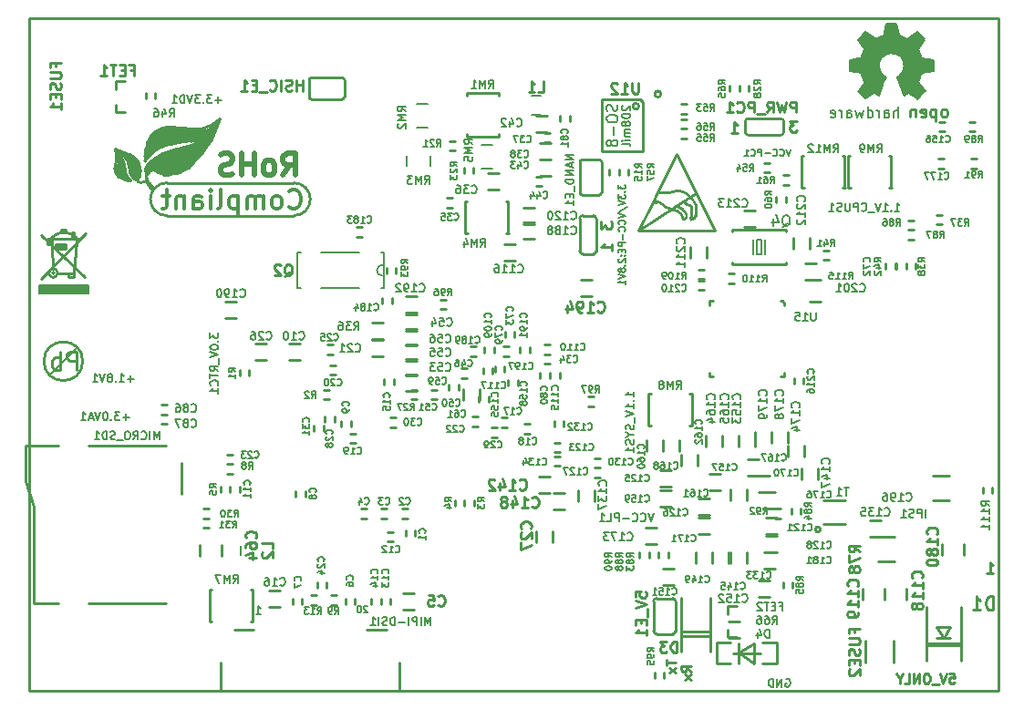
<source format=gbr>
G04 #@! TF.GenerationSoftware,KiCad,Pcbnew,no-vcs-found-ddec803~58~ubuntu14.04.1*
G04 #@! TF.CreationDate,2017-06-02T15:46:53+03:00*
G04 #@! TF.ProjectId,A64-OlinuXino_Rev_D,4136342D4F6C696E7558696E6F5F5265,D*
G04 #@! TF.FileFunction,Legend,Bot*
G04 #@! TF.FilePolarity,Positive*
%FSLAX46Y46*%
G04 Gerber Fmt 4.6, Leading zero omitted, Abs format (unit mm)*
G04 Created by KiCad (PCBNEW no-vcs-found-ddec803~58~ubuntu14.04.1) date Fri Jun  2 15:46:53 2017*
%MOMM*%
%LPD*%
G01*
G04 APERTURE LIST*
%ADD10C,0.100000*%
%ADD11C,0.254000*%
%ADD12C,0.190500*%
%ADD13C,0.222250*%
%ADD14C,0.158750*%
%ADD15C,0.127000*%
%ADD16C,0.508000*%
%ADD17C,1.000000*%
%ADD18C,0.150000*%
%ADD19C,0.370000*%
%ADD20C,0.380000*%
%ADD21C,0.400000*%
%ADD22C,0.420000*%
%ADD23C,0.200000*%
%ADD24C,0.203200*%
%ADD25C,0.500000*%
%ADD26C,0.350000*%
%ADD27C,0.165100*%
%ADD28C,0.180000*%
%ADD29C,0.250000*%
G04 APERTURE END LIST*
D10*
D11*
X188939714Y-89105619D02*
X189520285Y-89105619D01*
X189230000Y-89105619D02*
X189230000Y-88089619D01*
X189326761Y-88234761D01*
X189423523Y-88331523D01*
X189520285Y-88379904D01*
D12*
X170252571Y-98933000D02*
X170325142Y-98896714D01*
X170434000Y-98896714D01*
X170542857Y-98933000D01*
X170615428Y-99005571D01*
X170651714Y-99078142D01*
X170688000Y-99223285D01*
X170688000Y-99332142D01*
X170651714Y-99477285D01*
X170615428Y-99549857D01*
X170542857Y-99622428D01*
X170434000Y-99658714D01*
X170361428Y-99658714D01*
X170252571Y-99622428D01*
X170216285Y-99586142D01*
X170216285Y-99332142D01*
X170361428Y-99332142D01*
X169889714Y-99658714D02*
X169889714Y-98896714D01*
X169454285Y-99658714D01*
X169454285Y-98896714D01*
X169091428Y-99658714D02*
X169091428Y-98896714D01*
X168910000Y-98896714D01*
X168801142Y-98933000D01*
X168728571Y-99005571D01*
X168692285Y-99078142D01*
X168656000Y-99223285D01*
X168656000Y-99332142D01*
X168692285Y-99477285D01*
X168728571Y-99549857D01*
X168801142Y-99622428D01*
X168910000Y-99658714D01*
X169091428Y-99658714D01*
D13*
X161438166Y-98213333D02*
X161014833Y-97917000D01*
X161438166Y-97705333D02*
X160549166Y-97705333D01*
X160549166Y-98044000D01*
X160591500Y-98128666D01*
X160633833Y-98171000D01*
X160718500Y-98213333D01*
X160845500Y-98213333D01*
X160930166Y-98171000D01*
X160972500Y-98128666D01*
X161014833Y-98044000D01*
X161014833Y-97705333D01*
X161438166Y-98509666D02*
X160845500Y-98975333D01*
X160845500Y-98509666D02*
X161438166Y-98975333D01*
X159152166Y-97176166D02*
X159152166Y-97684166D01*
X160041166Y-97430166D02*
X159152166Y-97430166D01*
X160041166Y-97895833D02*
X159448500Y-98361500D01*
X159448500Y-97895833D02*
X160041166Y-98361500D01*
D11*
X171280666Y-47068619D02*
X170651714Y-47068619D01*
X170990380Y-47455666D01*
X170845238Y-47455666D01*
X170748476Y-47504047D01*
X170700095Y-47552428D01*
X170651714Y-47649190D01*
X170651714Y-47891095D01*
X170700095Y-47987857D01*
X170748476Y-48036238D01*
X170845238Y-48084619D01*
X171135523Y-48084619D01*
X171232285Y-48036238D01*
X171280666Y-47987857D01*
X165190714Y-48211619D02*
X165771285Y-48211619D01*
X165481000Y-48211619D02*
X165481000Y-47195619D01*
X165577761Y-47340761D01*
X165674523Y-47437523D01*
X165771285Y-47485904D01*
X153113619Y-56430333D02*
X153113619Y-57059285D01*
X153500666Y-56720619D01*
X153500666Y-56865761D01*
X153549047Y-56962523D01*
X153597428Y-57010904D01*
X153694190Y-57059285D01*
X153936095Y-57059285D01*
X154032857Y-57010904D01*
X154081238Y-56962523D01*
X154129619Y-56865761D01*
X154129619Y-56575476D01*
X154081238Y-56478714D01*
X154032857Y-56430333D01*
X154129619Y-59091285D02*
X154129619Y-58510714D01*
X154129619Y-58801000D02*
X153113619Y-58801000D01*
X153258761Y-58704238D01*
X153355523Y-58607476D01*
X153403904Y-58510714D01*
D14*
X131420809Y-92168738D02*
X131390571Y-92138500D01*
X131330095Y-92108261D01*
X131178904Y-92108261D01*
X131118428Y-92138500D01*
X131088190Y-92168738D01*
X131057952Y-92229214D01*
X131057952Y-92289690D01*
X131088190Y-92380404D01*
X131451047Y-92743261D01*
X131057952Y-92743261D01*
X130664857Y-92108261D02*
X130604380Y-92108261D01*
X130543904Y-92138500D01*
X130513666Y-92168738D01*
X130483428Y-92229214D01*
X130453190Y-92350166D01*
X130453190Y-92501357D01*
X130483428Y-92622309D01*
X130513666Y-92682785D01*
X130543904Y-92713023D01*
X130604380Y-92743261D01*
X130664857Y-92743261D01*
X130725333Y-92713023D01*
X130755571Y-92682785D01*
X130785809Y-92622309D01*
X130816047Y-92501357D01*
X130816047Y-92350166D01*
X130785809Y-92229214D01*
X130755571Y-92168738D01*
X130725333Y-92138500D01*
X130664857Y-92108261D01*
D13*
X185441166Y-98446166D02*
X185864500Y-98446166D01*
X185906833Y-98869500D01*
X185864500Y-98827166D01*
X185779833Y-98784833D01*
X185568166Y-98784833D01*
X185483500Y-98827166D01*
X185441166Y-98869500D01*
X185398833Y-98954166D01*
X185398833Y-99165833D01*
X185441166Y-99250500D01*
X185483500Y-99292833D01*
X185568166Y-99335166D01*
X185779833Y-99335166D01*
X185864500Y-99292833D01*
X185906833Y-99250500D01*
X185144833Y-98446166D02*
X184848500Y-99335166D01*
X184552166Y-98446166D01*
X184467500Y-99419833D02*
X183790166Y-99419833D01*
X183409166Y-98446166D02*
X183239833Y-98446166D01*
X183155166Y-98488500D01*
X183070500Y-98573166D01*
X183028166Y-98742500D01*
X183028166Y-99038833D01*
X183070500Y-99208166D01*
X183155166Y-99292833D01*
X183239833Y-99335166D01*
X183409166Y-99335166D01*
X183493833Y-99292833D01*
X183578500Y-99208166D01*
X183620833Y-99038833D01*
X183620833Y-98742500D01*
X183578500Y-98573166D01*
X183493833Y-98488500D01*
X183409166Y-98446166D01*
X182647166Y-99335166D02*
X182647166Y-98446166D01*
X182139166Y-99335166D01*
X182139166Y-98446166D01*
X181292500Y-99335166D02*
X181715833Y-99335166D01*
X181715833Y-98446166D01*
X180826833Y-98911833D02*
X180826833Y-99335166D01*
X181123166Y-98446166D02*
X180826833Y-98911833D01*
X180530500Y-98446166D01*
D11*
X100000000Y-37500000D02*
X100000000Y-100000000D01*
X190000000Y-37500000D02*
X100000000Y-37500000D01*
X190000000Y-100000000D02*
X190000000Y-37500000D01*
X100000000Y-100000000D02*
X190000000Y-100000000D01*
X133211000Y-94360000D02*
X133211000Y-94320000D01*
X134411000Y-100020000D02*
X134411000Y-97360000D01*
X117811000Y-100020000D02*
X134411000Y-100020000D01*
X117811000Y-97360000D02*
X117811000Y-100020000D01*
X119011000Y-94320000D02*
X119011000Y-94360000D01*
X120861000Y-94320000D02*
X119011000Y-94320000D01*
X133211000Y-94320000D02*
X131361000Y-94320000D01*
X163499800Y-63812420D02*
X163126420Y-63812420D01*
X169923460Y-63812420D02*
X169748200Y-63812420D01*
X170121580Y-64010540D02*
X169923460Y-63812420D01*
X170121580Y-64185800D02*
X170121580Y-64010540D01*
X170121580Y-70807580D02*
X170121580Y-70434200D01*
X169748200Y-70807580D02*
X170121580Y-70807580D01*
X163126420Y-70807580D02*
X163499800Y-70807580D01*
X163126420Y-70434200D02*
X163126420Y-70807580D01*
X163126420Y-63812420D02*
X163126420Y-64185800D01*
D15*
X130683000Y-59309000D02*
X127127000Y-59309000D01*
X130683000Y-62611000D02*
X127127000Y-62611000D01*
X124917200Y-59309000D02*
X124917200Y-62611000D01*
X132918200Y-59309000D02*
X132918200Y-62611000D01*
X132283200Y-60960000D02*
G75*
G02X132791200Y-60452000I508000J0D01*
G01*
X132791200Y-61468000D02*
G75*
G02X132283200Y-60960000I0J508000D01*
G01*
X132918200Y-59309000D02*
X132683200Y-59309000D01*
X132918200Y-62611000D02*
X132683200Y-62611000D01*
X125202200Y-59309000D02*
X124917200Y-59309000D01*
X125202200Y-62611000D02*
X124968000Y-62611000D01*
D11*
X176047400Y-53289200D02*
X176263300Y-53289200D01*
X176047400Y-50342800D02*
X176047400Y-53289200D01*
X176237900Y-50342800D02*
X176047400Y-50342800D01*
X180060600Y-53289200D02*
X179844700Y-53289200D01*
X180035200Y-50342800D02*
X179857400Y-50342800D01*
X180047900Y-50342800D02*
X180047900Y-53289200D01*
X133159500Y-60960000D02*
X133159500Y-60706000D01*
X133159500Y-60960000D02*
X133159500Y-61214000D01*
X134048500Y-60960000D02*
X134048500Y-61214000D01*
X134048500Y-60960000D02*
X134048500Y-60706000D01*
X110807500Y-44704000D02*
X110807500Y-44450000D01*
X110807500Y-44704000D02*
X110807500Y-44958000D01*
X111696500Y-44704000D02*
X111696500Y-44958000D01*
X111696500Y-44704000D02*
X111696500Y-44450000D01*
X173473221Y-85039000D02*
G75*
G03X173473221Y-85039000I-246221J0D01*
G01*
X175752000Y-84539000D02*
X173752000Y-84539000D01*
X175752000Y-82339000D02*
X173752000Y-82339000D01*
X112776000Y-52832000D02*
X124587000Y-52832000D01*
X124587000Y-55880000D02*
X112776000Y-55880000D01*
X111920020Y-51849020D02*
X111866680Y-51795680D01*
X111147860Y-51795680D02*
X110871000Y-52070000D01*
X117729000Y-46863000D02*
X116862860Y-48978820D01*
X114879120Y-51366420D02*
X114843560Y-51401980D01*
X112974120Y-52070000D02*
X112458500Y-52070000D01*
X117729000Y-46863000D02*
X116867940Y-47482760D01*
X115150900Y-47820580D02*
X113002060Y-47625000D01*
X110952280Y-49141380D02*
X110804960Y-49740820D01*
X110746540Y-50419000D02*
X110746540Y-50800000D01*
X110848140Y-52024280D02*
X110871000Y-52070000D01*
X111506000Y-53340000D02*
X111320580Y-53154580D01*
X116334540Y-48514000D02*
X116052600Y-48861980D01*
X114025680Y-49613820D02*
X113715800Y-49674780D01*
X111160560Y-50944780D02*
X110990380Y-51132740D01*
X110746540Y-50800000D02*
X110749080Y-50797460D01*
X111805720Y-49725580D02*
X111813340Y-49720500D01*
X113080800Y-49217580D02*
X113598960Y-49143920D01*
X114947700Y-48928020D02*
X116334540Y-48514000D01*
X111506000Y-53467000D02*
X110998000Y-52705000D01*
X110871000Y-52242720D02*
X110871000Y-52197000D01*
X111633000Y-53340000D02*
X111142780Y-52849780D01*
X110871000Y-52578000D02*
X110766860Y-52684680D01*
X110116620Y-52712620D02*
X109982000Y-52578000D01*
X109982000Y-52578000D02*
X110279180Y-52158900D01*
X110162340Y-50957480D02*
X110109000Y-50863500D01*
X109387640Y-50218340D02*
X108966000Y-50038000D01*
X108966000Y-50038000D02*
X107950000Y-49657000D01*
X107950000Y-49657000D02*
X108084620Y-50195480D01*
X108264960Y-52257960D02*
X108287820Y-52280820D01*
X109067600Y-52578000D02*
X109423200Y-52578000D01*
X109969300Y-52578000D02*
X109982000Y-52578000D01*
X108889800Y-51386740D02*
X108915200Y-51777900D01*
X117348000Y-47371000D02*
X116334540Y-48008540D01*
D16*
X116334540Y-48008540D02*
X115189000Y-48008540D01*
X115189000Y-48008540D02*
X114173000Y-47879000D01*
X114173000Y-47879000D02*
X112522000Y-47879000D01*
X112522000Y-47879000D02*
X111887000Y-48260000D01*
X111887000Y-48260000D02*
X111379000Y-48768000D01*
X111379000Y-48768000D02*
X111125000Y-49276000D01*
X111125000Y-49276000D02*
X110998000Y-50292000D01*
X110998000Y-50292000D02*
X111506000Y-49657000D01*
X111506000Y-49657000D02*
X112141000Y-49276000D01*
X112141000Y-49276000D02*
X111887000Y-48768000D01*
X111887000Y-48768000D02*
X111506000Y-49276000D01*
X112268000Y-49276000D02*
X112903000Y-48895000D01*
X112903000Y-48895000D02*
X113411000Y-48895000D01*
X113411000Y-48895000D02*
X113538000Y-48895000D01*
X113538000Y-48895000D02*
X114681000Y-48768000D01*
X114681000Y-48768000D02*
X115951000Y-48387000D01*
X115951000Y-48387000D02*
X116459000Y-48260000D01*
X116459000Y-48260000D02*
X111887000Y-48260000D01*
X111887000Y-48260000D02*
X111887000Y-48514000D01*
X111887000Y-48768000D02*
X111887000Y-48514000D01*
X111887000Y-48514000D02*
X116840000Y-48437800D01*
X111760000Y-48895000D02*
X113411000Y-48895000D01*
X117348000Y-47371000D02*
X116840000Y-48260000D01*
X116840000Y-48260000D02*
X116713000Y-48768000D01*
X116713000Y-48768000D02*
X116334540Y-49276000D01*
X116334540Y-49276000D02*
X116334540Y-48895000D01*
X116334540Y-48895000D02*
X116713000Y-48008540D01*
X116205000Y-49403000D02*
X115824000Y-49911000D01*
X115824000Y-49911000D02*
X115570000Y-50292000D01*
X115570000Y-50292000D02*
X114681000Y-51181000D01*
X114681000Y-51181000D02*
X114173000Y-51562000D01*
X114173000Y-51562000D02*
X113284000Y-51816000D01*
X113284000Y-51816000D02*
X112395000Y-51816000D01*
X112395000Y-51816000D02*
X111633000Y-51308000D01*
X111633000Y-51308000D02*
X111252000Y-51435000D01*
X111252000Y-51435000D02*
X110998000Y-51689000D01*
X110998000Y-51689000D02*
X111252000Y-51181000D01*
X111252000Y-51181000D02*
X111760000Y-50673000D01*
X111760000Y-50673000D02*
X112445800Y-50266600D01*
X112445800Y-50266600D02*
X113842800Y-49784000D01*
X113842800Y-49784000D02*
X114452400Y-49784000D01*
X114452400Y-49784000D02*
X115189000Y-49530000D01*
X115189000Y-49530000D02*
X115951000Y-49149000D01*
X115824000Y-49530000D02*
X115062000Y-50165000D01*
X115062000Y-50165000D02*
X114935000Y-50038000D01*
X114935000Y-50038000D02*
X114808000Y-50038000D01*
X114808000Y-50038000D02*
X113665000Y-50165000D01*
X113665000Y-50165000D02*
X112649000Y-50419000D01*
X112649000Y-50419000D02*
X112014000Y-50927000D01*
X112014000Y-50927000D02*
X111887000Y-51054000D01*
X111887000Y-51054000D02*
X112014000Y-51308000D01*
X112014000Y-51308000D02*
X112268000Y-51308000D01*
X112268000Y-51308000D02*
X112649000Y-51435000D01*
X112649000Y-51435000D02*
X113284000Y-51435000D01*
X113284000Y-51435000D02*
X113665000Y-51308000D01*
X113665000Y-51308000D02*
X114173000Y-51181000D01*
X114173000Y-51181000D02*
X114808000Y-50673000D01*
X114808000Y-50673000D02*
X114935000Y-50546000D01*
X114935000Y-50546000D02*
X114808000Y-50419000D01*
X114808000Y-50419000D02*
X114300000Y-50419000D01*
X114300000Y-50419000D02*
X113284000Y-50673000D01*
X113284000Y-50673000D02*
X113030000Y-50673000D01*
X113030000Y-50673000D02*
X112522000Y-50927000D01*
X112522000Y-50927000D02*
X112522000Y-51054000D01*
X112522000Y-51054000D02*
X112649000Y-51181000D01*
X112649000Y-51181000D02*
X113030000Y-51054000D01*
X113030000Y-51054000D02*
X114300000Y-50800000D01*
D11*
X109679740Y-52453540D02*
X109707680Y-52481480D01*
X109296200Y-51384200D02*
X109296200Y-51376580D01*
X110236000Y-51838860D02*
X110236000Y-51816000D01*
X110236000Y-51816000D02*
X110236000Y-51562000D01*
X110236000Y-51562000D02*
X110109000Y-51562000D01*
X110109000Y-51562000D02*
X109982000Y-51562000D01*
X109982000Y-51562000D02*
X109982000Y-52197000D01*
X110109000Y-51562000D02*
X110109000Y-51689000D01*
X110109000Y-51689000D02*
X110109000Y-52070000D01*
X110109000Y-52070000D02*
X110109000Y-52197000D01*
X110109000Y-52197000D02*
X110109000Y-52324000D01*
X109982000Y-51562000D02*
X109601000Y-51562000D01*
X109601000Y-51562000D02*
X109347000Y-51562000D01*
X109347000Y-51562000D02*
X109855000Y-52451000D01*
X109601000Y-51562000D02*
X109601000Y-52070000D01*
X110109000Y-51689000D02*
X109474000Y-51689000D01*
X110236000Y-51816000D02*
X109474000Y-51816000D01*
X110236000Y-51943000D02*
X109474000Y-51943000D01*
X110109000Y-52070000D02*
X109474000Y-52070000D01*
X110109000Y-52197000D02*
X109601000Y-52197000D01*
X109347000Y-51435000D02*
X110236000Y-51435000D01*
X109347000Y-51308000D02*
X110236000Y-51308000D01*
X109347000Y-51181000D02*
X110109000Y-51181000D01*
X109347000Y-51054000D02*
X110109000Y-51054000D01*
X109220000Y-50927000D02*
X110109000Y-50927000D01*
X109220000Y-50800000D02*
X109982000Y-50800000D01*
X109093000Y-50673000D02*
X109855000Y-50673000D01*
X109093000Y-50546000D02*
X109728000Y-50546000D01*
X108966000Y-50419000D02*
X109474000Y-50419000D01*
X108204000Y-50292000D02*
X108331000Y-50292000D01*
X108331000Y-50292000D02*
X108458000Y-50292000D01*
X108458000Y-50292000D02*
X109347000Y-50292000D01*
X108966000Y-50165000D02*
X108204000Y-50165000D01*
X108712000Y-50038000D02*
X108077000Y-50038000D01*
X108585000Y-49911000D02*
X108077000Y-49911000D01*
X108458000Y-50292000D02*
X108458000Y-50800000D01*
X108331000Y-50292000D02*
X108331000Y-50800000D01*
X108712000Y-50800000D02*
X108204000Y-50800000D01*
X108712000Y-50927000D02*
X108204000Y-50927000D01*
X108839000Y-51054000D02*
X108204000Y-51054000D01*
X108839000Y-51181000D02*
X108077000Y-51181000D01*
X108839000Y-51308000D02*
X108077000Y-51308000D01*
X108839000Y-51435000D02*
X108077000Y-51435000D01*
X108839000Y-51562000D02*
X108077000Y-51562000D01*
X108839000Y-51689000D02*
X108077000Y-51689000D01*
X108839000Y-51816000D02*
X108077000Y-51816000D01*
X108915200Y-51943000D02*
X108077000Y-51943000D01*
X108966000Y-52070000D02*
X108204000Y-52070000D01*
X108966000Y-52197000D02*
X108331000Y-52197000D01*
X109093000Y-52324000D02*
X108458000Y-52324000D01*
X109220000Y-52451000D02*
X108712000Y-52451000D01*
X111252000Y-54356000D02*
G75*
G02X112776000Y-52832000I1524000J0D01*
G01*
X124587000Y-52832000D02*
G75*
G02X126111000Y-54356000I0J-1524000D01*
G01*
X126111000Y-54356000D02*
G75*
G02X124587000Y-55880000I-1524000J0D01*
G01*
X112776000Y-55880000D02*
G75*
G02X111252000Y-54356000I0J1524000D01*
G01*
X112458500Y-52072066D02*
G75*
G02X111920020Y-51849020I0J761526D01*
G01*
X111147860Y-51793140D02*
G75*
G02X111866680Y-51795680I358140J-360680D01*
G01*
X116860464Y-48984447D02*
G75*
G02X114879120Y-51366420I-8344044J4925607D01*
G01*
X114839933Y-51404013D02*
G75*
G02X112974120Y-52070000I-1738813J1924813D01*
G01*
X116865952Y-47480522D02*
G75*
G02X115150900Y-47820580I-1268012J1900222D01*
G01*
X110951736Y-49137585D02*
G75*
G02X113002060Y-47625000I2144304J-760715D01*
G01*
X110744760Y-50418243D02*
G75*
G02X110804960Y-49740820I3049780J70363D01*
G01*
X111318549Y-53155559D02*
G75*
G02X110871000Y-52070000I1086611J1083019D01*
G01*
X116052541Y-48863778D02*
G75*
G02X114025680Y-49613820I-2631381J3997218D01*
G01*
X111161473Y-50944156D02*
G75*
G02X113715800Y-49674780I3654147J-4148444D01*
G01*
X110870155Y-52070069D02*
G75*
G02X110990380Y-51132740I762845J378529D01*
G01*
X110750641Y-50795765D02*
G75*
G02X111805720Y-49725580I3831299J-2722035D01*
G01*
X111817130Y-49717934D02*
G75*
G02X113080800Y-49217580I2134890J-3545866D01*
G01*
X114941379Y-48928186D02*
G75*
G02X113598960Y-49143920I-1812319J6992786D01*
G01*
X111376978Y-53467280D02*
G75*
G02X110871000Y-52242720I1228842J1224560D01*
G01*
X111139258Y-52849710D02*
G75*
G02X110871000Y-52197000I653762J650170D01*
G01*
X110766134Y-52683954D02*
G75*
G02X110408720Y-52832000I-357414J357414D01*
G01*
X110408720Y-52833612D02*
G75*
G02X110116620Y-52712620I0J413092D01*
G01*
X110364874Y-51714901D02*
G75*
G02X110279180Y-52158900I-1195674J501D01*
G01*
X110162794Y-50959321D02*
G75*
G02X110363000Y-51714400I-1323794J-755079D01*
G01*
X109387000Y-50219511D02*
G75*
G02X110109000Y-50863500I-601340J-1400909D01*
G01*
X108085148Y-50198136D02*
G75*
G02X108021120Y-51132740I-1478808J-368184D01*
G01*
X107950283Y-51501487D02*
G75*
G02X108021120Y-51132740I992857J447D01*
G01*
X108263946Y-52258974D02*
G75*
G02X107950000Y-51501040I757934J757934D01*
G01*
X108867497Y-52554453D02*
G75*
G02X108287820Y-52280820I205183J1185493D01*
G01*
X109068927Y-52579303D02*
G75*
G02X108869480Y-52555140I-1327J824263D01*
G01*
X108535795Y-50439066D02*
G75*
G02X108889800Y-51429920I-1408755J-1061974D01*
G01*
X109417340Y-52573613D02*
G75*
G02X108915200Y-51777900I709440J1003993D01*
G01*
X109983788Y-52579791D02*
G75*
G02X109679740Y-52453540I752J431051D01*
G01*
X109706340Y-52481046D02*
G75*
G02X109296200Y-51384200I1118940J1043506D01*
G01*
X108789020Y-50345180D02*
G75*
G02X109296200Y-51376580I-991420J-1127920D01*
G01*
X110235556Y-51840371D02*
G75*
G02X109982000Y-52451000I-865696J1511D01*
G01*
X140487400Y-57480200D02*
X140703300Y-57480200D01*
X140487400Y-54533800D02*
X140487400Y-57480200D01*
X140677900Y-54533800D02*
X140487400Y-54533800D01*
X144500600Y-57480200D02*
X144284700Y-57480200D01*
X144475200Y-54533800D02*
X144297400Y-54533800D01*
X144487900Y-54533800D02*
X144487900Y-57480200D01*
X160020000Y-94488000D02*
X160020000Y-91694000D01*
X159766000Y-94742000D02*
X158242000Y-94742000D01*
X159766000Y-91440000D02*
X158242000Y-91440000D01*
X157988000Y-91694000D02*
X157988000Y-94488000D01*
X158242000Y-94742000D02*
G75*
G02X157988000Y-94488000I0J254000D01*
G01*
X157988000Y-91694000D02*
G75*
G02X158242000Y-91440000I254000J0D01*
G01*
X159766000Y-91440000D02*
G75*
G02X160020000Y-91694000I0J-254000D01*
G01*
X160020000Y-94488000D02*
G75*
G02X159766000Y-94742000I-254000J0D01*
G01*
X134955500Y-85400000D02*
X134955500Y-85146000D01*
X134955500Y-85400000D02*
X134955500Y-85654000D01*
X135844500Y-85400000D02*
X135844500Y-85654000D01*
X135844500Y-85400000D02*
X135844500Y-85146000D01*
X134874000Y-83121500D02*
X135128000Y-83121500D01*
X134874000Y-83121500D02*
X134620000Y-83121500D01*
X134874000Y-84010500D02*
X134620000Y-84010500D01*
X134874000Y-84010500D02*
X135128000Y-84010500D01*
X132969000Y-83121500D02*
X133223000Y-83121500D01*
X132969000Y-83121500D02*
X132715000Y-83121500D01*
X132969000Y-84010500D02*
X132715000Y-84010500D01*
X132969000Y-84010500D02*
X133223000Y-84010500D01*
X131064000Y-83121500D02*
X131318000Y-83121500D01*
X131064000Y-83121500D02*
X130810000Y-83121500D01*
X131064000Y-84010500D02*
X130810000Y-84010500D01*
X131064000Y-84010500D02*
X131318000Y-84010500D01*
X134747000Y-90932000D02*
X135763000Y-90932000D01*
X134747000Y-92456000D02*
X135763000Y-92456000D01*
X129355500Y-91700000D02*
X129355500Y-91446000D01*
X129355500Y-91700000D02*
X129355500Y-91954000D01*
X130244500Y-91700000D02*
X130244500Y-91954000D01*
X130244500Y-91700000D02*
X130244500Y-91446000D01*
X124455500Y-91700000D02*
X124455500Y-91446000D01*
X124455500Y-91700000D02*
X124455500Y-91954000D01*
X125344500Y-91700000D02*
X125344500Y-91954000D01*
X125344500Y-91700000D02*
X125344500Y-91446000D01*
X125644500Y-81700000D02*
X125644500Y-81954000D01*
X125644500Y-81700000D02*
X125644500Y-81446000D01*
X124755500Y-81700000D02*
X124755500Y-81446000D01*
X124755500Y-81700000D02*
X124755500Y-81954000D01*
X129857500Y-75184000D02*
X129857500Y-75438000D01*
X129857500Y-75184000D02*
X129857500Y-74930000D01*
X128968500Y-75184000D02*
X128968500Y-74930000D01*
X128968500Y-75184000D02*
X128968500Y-75438000D01*
X124092000Y-67738000D02*
X125108000Y-67738000D01*
X124092000Y-69262000D02*
X125108000Y-69262000D01*
X119544500Y-81300000D02*
X119544500Y-81554000D01*
X119544500Y-81300000D02*
X119544500Y-81046000D01*
X118655500Y-81300000D02*
X118655500Y-81046000D01*
X118655500Y-81300000D02*
X118655500Y-81554000D01*
X133500000Y-86144500D02*
X133246000Y-86144500D01*
X133500000Y-86144500D02*
X133754000Y-86144500D01*
X133500000Y-85255500D02*
X133754000Y-85255500D01*
X133500000Y-85255500D02*
X133246000Y-85255500D01*
X132651500Y-91694000D02*
X132651500Y-91440000D01*
X132651500Y-91694000D02*
X132651500Y-91948000D01*
X133540500Y-91694000D02*
X133540500Y-91948000D01*
X133540500Y-91694000D02*
X133540500Y-91440000D01*
X131762500Y-91694000D02*
X131762500Y-91440000D01*
X131762500Y-91694000D02*
X131762500Y-91948000D01*
X132651500Y-91694000D02*
X132651500Y-91948000D01*
X132651500Y-91694000D02*
X132651500Y-91440000D01*
X132955500Y-71300000D02*
X132955500Y-71046000D01*
X132955500Y-71300000D02*
X132955500Y-71554000D01*
X133844500Y-71300000D02*
X133844500Y-71554000D01*
X133844500Y-71300000D02*
X133844500Y-71046000D01*
X123308000Y-92262000D02*
X122292000Y-92262000D01*
X123308000Y-90738000D02*
X122292000Y-90738000D01*
X144100000Y-75544500D02*
X143846000Y-75544500D01*
X144100000Y-75544500D02*
X144354000Y-75544500D01*
X144100000Y-74655500D02*
X144354000Y-74655500D01*
X144100000Y-74655500D02*
X143846000Y-74655500D01*
X146200000Y-76144500D02*
X145946000Y-76144500D01*
X146200000Y-76144500D02*
X146454000Y-76144500D01*
X146200000Y-75255500D02*
X146454000Y-75255500D01*
X146200000Y-75255500D02*
X145946000Y-75255500D01*
X130048000Y-76136500D02*
X130302000Y-76136500D01*
X130048000Y-76136500D02*
X129794000Y-76136500D01*
X130048000Y-77025500D02*
X129794000Y-77025500D01*
X130048000Y-77025500D02*
X130302000Y-77025500D01*
X128200000Y-70644500D02*
X127946000Y-70644500D01*
X128200000Y-70644500D02*
X128454000Y-70644500D01*
X128200000Y-69755500D02*
X128454000Y-69755500D01*
X128200000Y-69755500D02*
X127946000Y-69755500D01*
X132842000Y-68961000D02*
X131826000Y-68961000D01*
X132842000Y-67437000D02*
X131826000Y-67437000D01*
X141400000Y-74555500D02*
X141654000Y-74555500D01*
X141400000Y-74555500D02*
X141146000Y-74555500D01*
X141400000Y-75444500D02*
X141146000Y-75444500D01*
X141400000Y-75444500D02*
X141654000Y-75444500D01*
X118600000Y-78055500D02*
X118854000Y-78055500D01*
X118600000Y-78055500D02*
X118346000Y-78055500D01*
X118600000Y-78944500D02*
X118346000Y-78944500D01*
X118600000Y-78944500D02*
X118854000Y-78944500D01*
X126755500Y-90200000D02*
X126755500Y-89946000D01*
X126755500Y-90200000D02*
X126755500Y-90454000D01*
X127644500Y-90200000D02*
X127644500Y-90454000D01*
X127644500Y-90200000D02*
X127644500Y-89946000D01*
X127900000Y-68744500D02*
X127646000Y-68744500D01*
X127900000Y-68744500D02*
X128154000Y-68744500D01*
X127900000Y-67855500D02*
X128154000Y-67855500D01*
X127900000Y-67855500D02*
X127646000Y-67855500D01*
X122008000Y-69262000D02*
X120992000Y-69262000D01*
X122008000Y-67738000D02*
X120992000Y-67738000D01*
X147066000Y-86233000D02*
X147066000Y-85217000D01*
X148590000Y-86233000D02*
X148590000Y-85217000D01*
X127455500Y-74800000D02*
X127455500Y-74546000D01*
X127455500Y-74800000D02*
X127455500Y-75054000D01*
X128344500Y-74800000D02*
X128344500Y-75054000D01*
X128344500Y-74800000D02*
X128344500Y-74546000D01*
X143200000Y-75555500D02*
X143454000Y-75555500D01*
X143200000Y-75555500D02*
X142946000Y-75555500D01*
X143200000Y-76444500D02*
X142946000Y-76444500D01*
X143200000Y-76444500D02*
X143454000Y-76444500D01*
X133800000Y-75544500D02*
X133546000Y-75544500D01*
X133800000Y-75544500D02*
X134054000Y-75544500D01*
X133800000Y-74655500D02*
X134054000Y-74655500D01*
X133800000Y-74655500D02*
X133546000Y-74655500D01*
X127344500Y-75600000D02*
X127344500Y-75854000D01*
X127344500Y-75600000D02*
X127344500Y-75346000D01*
X126455500Y-75600000D02*
X126455500Y-75346000D01*
X126455500Y-75600000D02*
X126455500Y-75854000D01*
X148100000Y-68755500D02*
X148354000Y-68755500D01*
X148100000Y-68755500D02*
X147846000Y-68755500D01*
X148100000Y-69644500D02*
X147846000Y-69644500D01*
X148100000Y-69644500D02*
X148354000Y-69644500D01*
X139000000Y-55144500D02*
X138746000Y-55144500D01*
X139000000Y-55144500D02*
X139254000Y-55144500D01*
X139000000Y-54255500D02*
X139254000Y-54255500D01*
X139000000Y-54255500D02*
X138746000Y-54255500D01*
X143637000Y-53467000D02*
X142621000Y-53467000D01*
X143637000Y-51943000D02*
X142621000Y-51943000D01*
X148082000Y-48196500D02*
X148336000Y-48196500D01*
X148082000Y-48196500D02*
X147828000Y-48196500D01*
X148082000Y-49085500D02*
X147828000Y-49085500D01*
X148082000Y-49085500D02*
X148336000Y-49085500D01*
X148463000Y-50673000D02*
X147447000Y-50673000D01*
X148463000Y-49149000D02*
X147447000Y-49149000D01*
X147066000Y-46609000D02*
X148082000Y-46609000D01*
X147066000Y-48133000D02*
X148082000Y-48133000D01*
X147447000Y-50673000D02*
X148463000Y-50673000D01*
X147447000Y-52197000D02*
X148463000Y-52197000D01*
X147320000Y-53149500D02*
X147066000Y-53149500D01*
X147320000Y-53149500D02*
X147574000Y-53149500D01*
X147320000Y-52260500D02*
X147574000Y-52260500D01*
X147320000Y-52260500D02*
X147066000Y-52260500D01*
X140400000Y-70055500D02*
X140654000Y-70055500D01*
X140400000Y-70055500D02*
X140146000Y-70055500D01*
X140400000Y-70944500D02*
X140146000Y-70944500D01*
X140400000Y-70944500D02*
X140654000Y-70944500D01*
X138980500Y-71825000D02*
X138980500Y-71571000D01*
X138980500Y-71825000D02*
X138980500Y-72079000D01*
X139869500Y-71825000D02*
X139869500Y-72079000D01*
X139869500Y-71825000D02*
X139869500Y-71571000D01*
X137600000Y-72055500D02*
X137854000Y-72055500D01*
X137600000Y-72055500D02*
X137346000Y-72055500D01*
X137600000Y-72944500D02*
X137346000Y-72944500D01*
X137600000Y-72944500D02*
X137854000Y-72944500D01*
X136017000Y-70739000D02*
X135001000Y-70739000D01*
X136017000Y-69215000D02*
X135001000Y-69215000D01*
X135001000Y-65024000D02*
X136017000Y-65024000D01*
X135001000Y-66548000D02*
X136017000Y-66548000D01*
X136017000Y-69342000D02*
X135001000Y-69342000D01*
X136017000Y-67818000D02*
X135001000Y-67818000D01*
X135001000Y-66421000D02*
X136017000Y-66421000D01*
X135001000Y-67945000D02*
X136017000Y-67945000D01*
X135001000Y-70612000D02*
X136017000Y-70612000D01*
X135001000Y-72136000D02*
X136017000Y-72136000D01*
X141812000Y-71967000D02*
X141812000Y-72983000D01*
X140288000Y-71967000D02*
X140288000Y-72983000D01*
X117856000Y-86487000D02*
X117856000Y-87503000D01*
X115824000Y-86487000D02*
X115824000Y-87503000D01*
X180403500Y-60579000D02*
X180403500Y-60833000D01*
X180403500Y-60579000D02*
X180403500Y-60325000D01*
X179514500Y-60579000D02*
X179514500Y-60325000D01*
X179514500Y-60579000D02*
X179514500Y-60833000D01*
X144180500Y-66950000D02*
X144180500Y-66696000D01*
X144180500Y-66950000D02*
X144180500Y-67204000D01*
X145069500Y-66950000D02*
X145069500Y-67204000D01*
X145069500Y-66950000D02*
X145069500Y-66696000D01*
X144300000Y-68944500D02*
X144046000Y-68944500D01*
X144300000Y-68944500D02*
X144554000Y-68944500D01*
X144300000Y-68055500D02*
X144554000Y-68055500D01*
X144300000Y-68055500D02*
X144046000Y-68055500D01*
X147455500Y-70700000D02*
X147455500Y-70446000D01*
X147455500Y-70700000D02*
X147455500Y-70954000D01*
X148344500Y-70700000D02*
X148344500Y-70954000D01*
X148344500Y-70700000D02*
X148344500Y-70446000D01*
X143144500Y-68400000D02*
X143144500Y-68654000D01*
X143144500Y-68400000D02*
X143144500Y-68146000D01*
X142255500Y-68400000D02*
X142255500Y-68146000D01*
X142255500Y-68400000D02*
X142255500Y-68654000D01*
X148100000Y-67855500D02*
X148354000Y-67855500D01*
X148100000Y-67855500D02*
X147846000Y-67855500D01*
X148100000Y-68744500D02*
X147846000Y-68744500D01*
X148100000Y-68744500D02*
X148354000Y-68744500D01*
X149244500Y-70700000D02*
X149244500Y-70954000D01*
X149244500Y-70700000D02*
X149244500Y-70446000D01*
X148355500Y-70700000D02*
X148355500Y-70446000D01*
X148355500Y-70700000D02*
X148355500Y-70954000D01*
X145161000Y-60071000D02*
X144145000Y-60071000D01*
X145161000Y-58547000D02*
X144145000Y-58547000D01*
X143044500Y-70300000D02*
X143044500Y-70554000D01*
X143044500Y-70300000D02*
X143044500Y-70046000D01*
X142155500Y-70300000D02*
X142155500Y-70046000D01*
X142155500Y-70300000D02*
X142155500Y-70554000D01*
X181483000Y-90551000D02*
X181483000Y-91567000D01*
X179451000Y-90551000D02*
X179451000Y-91567000D01*
X179451000Y-90551000D02*
X179451000Y-91567000D01*
X177419000Y-90551000D02*
X177419000Y-91567000D01*
X146939000Y-56642000D02*
X145923000Y-56642000D01*
X146939000Y-55118000D02*
X145923000Y-55118000D01*
X169418000Y-85471000D02*
X168402000Y-85471000D01*
X169418000Y-83947000D02*
X168402000Y-83947000D01*
X149000000Y-77844500D02*
X148746000Y-77844500D01*
X149000000Y-77844500D02*
X149254000Y-77844500D01*
X149000000Y-76955500D02*
X149254000Y-76955500D01*
X149000000Y-76955500D02*
X148746000Y-76955500D01*
X158623000Y-79502000D02*
X159639000Y-79502000D01*
X158623000Y-81026000D02*
X159639000Y-81026000D01*
X163195000Y-83693000D02*
X162179000Y-83693000D01*
X163195000Y-82169000D02*
X162179000Y-82169000D01*
X152781000Y-79311500D02*
X153035000Y-79311500D01*
X152781000Y-79311500D02*
X152527000Y-79311500D01*
X152781000Y-80200500D02*
X152527000Y-80200500D01*
X152781000Y-80200500D02*
X153035000Y-80200500D01*
X169418000Y-87122000D02*
X168402000Y-87122000D01*
X169418000Y-85598000D02*
X168402000Y-85598000D01*
X152781000Y-78422500D02*
X153035000Y-78422500D01*
X152781000Y-78422500D02*
X152527000Y-78422500D01*
X152781000Y-79311500D02*
X152527000Y-79311500D01*
X152781000Y-79311500D02*
X153035000Y-79311500D01*
X148755500Y-75200000D02*
X148755500Y-74946000D01*
X148755500Y-75200000D02*
X148755500Y-75454000D01*
X149644500Y-75200000D02*
X149644500Y-75454000D01*
X149644500Y-75200000D02*
X149644500Y-74946000D01*
X166624000Y-87122000D02*
X166624000Y-88138000D01*
X165100000Y-87122000D02*
X165100000Y-88138000D01*
X149000000Y-79144500D02*
X148746000Y-79144500D01*
X149000000Y-79144500D02*
X149254000Y-79144500D01*
X149000000Y-78255500D02*
X149254000Y-78255500D01*
X149000000Y-78255500D02*
X148746000Y-78255500D01*
X178054000Y-84201000D02*
X179070000Y-84201000D01*
X178054000Y-85725000D02*
X179070000Y-85725000D01*
X151003000Y-82423000D02*
X151003000Y-81407000D01*
X152527000Y-82423000D02*
X152527000Y-81407000D01*
X147320000Y-80137000D02*
X148336000Y-80137000D01*
X147320000Y-81661000D02*
X148336000Y-81661000D01*
X164973000Y-87122000D02*
X164973000Y-88138000D01*
X163449000Y-87122000D02*
X163449000Y-88138000D01*
X171704000Y-80391000D02*
X171704000Y-79375000D01*
X173228000Y-80391000D02*
X173228000Y-79375000D01*
X148717000Y-81661000D02*
X149733000Y-81661000D01*
X148717000Y-83185000D02*
X149733000Y-83185000D01*
X161925000Y-88138000D02*
X161925000Y-87122000D01*
X163449000Y-88138000D02*
X163449000Y-87122000D01*
X159893000Y-90170000D02*
X158877000Y-90170000D01*
X159893000Y-88646000D02*
X158877000Y-88646000D01*
X168783000Y-91313000D02*
X167767000Y-91313000D01*
X168783000Y-89789000D02*
X167767000Y-89789000D01*
X167386000Y-76327000D02*
X167386000Y-77343000D01*
X165862000Y-76327000D02*
X165862000Y-77343000D01*
X142644500Y-72900000D02*
X142644500Y-73154000D01*
X142644500Y-72900000D02*
X142644500Y-72646000D01*
X141755500Y-72900000D02*
X141755500Y-72646000D01*
X141755500Y-72900000D02*
X141755500Y-73154000D01*
X184785000Y-48069500D02*
X184531000Y-48069500D01*
X184785000Y-48069500D02*
X185039000Y-48069500D01*
X184785000Y-47180500D02*
X185039000Y-47180500D01*
X184785000Y-47180500D02*
X184531000Y-47180500D01*
X165100000Y-82296000D02*
X165100000Y-81280000D01*
X166624000Y-82296000D02*
X166624000Y-81280000D01*
X145344500Y-71400000D02*
X145344500Y-71654000D01*
X145344500Y-71400000D02*
X145344500Y-71146000D01*
X144455500Y-71400000D02*
X144455500Y-71146000D01*
X144455500Y-71400000D02*
X144455500Y-71654000D01*
X158623000Y-81407000D02*
X159639000Y-81407000D01*
X158623000Y-82931000D02*
X159639000Y-82931000D01*
X157353000Y-77724000D02*
X157353000Y-76708000D01*
X158877000Y-77724000D02*
X158877000Y-76708000D01*
X164211000Y-81407000D02*
X163195000Y-81407000D01*
X164211000Y-79883000D02*
X163195000Y-79883000D01*
X162052000Y-78105000D02*
X162052000Y-79121000D01*
X160528000Y-78105000D02*
X160528000Y-79121000D01*
X164338000Y-76327000D02*
X164338000Y-77343000D01*
X162814000Y-76327000D02*
X162814000Y-77343000D01*
X165862000Y-76327000D02*
X165862000Y-77343000D01*
X164338000Y-76327000D02*
X164338000Y-77343000D01*
X166751000Y-78486000D02*
X167767000Y-78486000D01*
X166751000Y-80010000D02*
X167767000Y-80010000D01*
X158877000Y-77724000D02*
X158877000Y-76708000D01*
X160401000Y-77724000D02*
X160401000Y-76708000D01*
X167767000Y-80010000D02*
X168783000Y-80010000D01*
X167767000Y-81534000D02*
X168783000Y-81534000D01*
X162179000Y-83947000D02*
X163195000Y-83947000D01*
X162179000Y-85471000D02*
X163195000Y-85471000D01*
X158242000Y-86360000D02*
X157226000Y-86360000D01*
X158242000Y-84836000D02*
X157226000Y-84836000D01*
X171958000Y-77216000D02*
X171958000Y-78232000D01*
X170434000Y-77216000D02*
X170434000Y-78232000D01*
X168275000Y-81534000D02*
X169291000Y-81534000D01*
X168275000Y-83058000D02*
X169291000Y-83058000D01*
X184658000Y-51498500D02*
X184404000Y-51498500D01*
X184658000Y-51498500D02*
X184912000Y-51498500D01*
X184658000Y-50609500D02*
X184912000Y-50609500D01*
X184658000Y-50609500D02*
X184404000Y-50609500D01*
X170434000Y-75946000D02*
X170434000Y-76962000D01*
X168910000Y-75946000D02*
X168910000Y-76962000D01*
X168910000Y-75946000D02*
X168910000Y-76962000D01*
X167386000Y-75946000D02*
X167386000Y-76962000D01*
X186817000Y-86360000D02*
X186817000Y-87376000D01*
X184785000Y-86360000D02*
X184785000Y-87376000D01*
X168275000Y-87122000D02*
X169291000Y-87122000D01*
X168275000Y-88646000D02*
X169291000Y-88646000D01*
X130683000Y-56959500D02*
X130937000Y-56959500D01*
X130683000Y-56959500D02*
X130429000Y-56959500D01*
X130683000Y-57848500D02*
X130429000Y-57848500D01*
X130683000Y-57848500D02*
X130937000Y-57848500D01*
X133667500Y-63754000D02*
X133667500Y-63500000D01*
X133667500Y-63754000D02*
X133667500Y-64008000D01*
X132778500Y-63754000D02*
X132778500Y-64008000D01*
X132778500Y-63754000D02*
X132778500Y-63500000D01*
X146939000Y-58039000D02*
X145923000Y-58039000D01*
X146939000Y-56515000D02*
X145923000Y-56515000D01*
X141200000Y-68944500D02*
X140946000Y-68944500D01*
X141200000Y-68944500D02*
X141454000Y-68944500D01*
X141200000Y-68055500D02*
X141454000Y-68055500D01*
X141200000Y-68055500D02*
X140946000Y-68055500D01*
X119253000Y-65405000D02*
X118237000Y-65405000D01*
X119253000Y-63881000D02*
X118237000Y-63881000D01*
X145555500Y-68400000D02*
X145555500Y-68146000D01*
X145555500Y-68400000D02*
X145555500Y-68654000D01*
X146444500Y-68400000D02*
X146444500Y-68654000D01*
X146444500Y-68400000D02*
X146444500Y-68146000D01*
X135001000Y-63373000D02*
X136017000Y-63373000D01*
X135001000Y-64897000D02*
X136017000Y-64897000D01*
X152273000Y-61849000D02*
X151257000Y-61849000D01*
X152273000Y-63373000D02*
X151257000Y-63373000D01*
X163275000Y-94543000D02*
X160575000Y-94543000D01*
X163275000Y-91353000D02*
X163275000Y-96353000D01*
X163275000Y-94983000D02*
X160575000Y-94983000D01*
X160575000Y-96353000D02*
X160575000Y-91353000D01*
X167284400Y-95580200D02*
X167284400Y-97485200D01*
X165912800Y-95580200D02*
X165912800Y-97485200D01*
X165912800Y-96494600D02*
X167284400Y-97485200D01*
X167284400Y-95580200D02*
X165912800Y-96494600D01*
X167868600Y-96532700D02*
X165392100Y-96532700D01*
X163817300Y-97510600D02*
X165112700Y-97510600D01*
X163830000Y-95504000D02*
X165125400Y-95504000D01*
X163804600Y-97510600D02*
X163804600Y-95516700D01*
X169456100Y-97523300D02*
X168084500Y-97523300D01*
X169456100Y-95504000D02*
X168084500Y-95504000D01*
X169456100Y-97523300D02*
X169456100Y-95504000D01*
X108077000Y-44119800D02*
X108077000Y-43408600D01*
X108915200Y-43408600D02*
X108077000Y-43408600D01*
X108915200Y-46253400D02*
X108077000Y-46253400D01*
X108077000Y-46253400D02*
X108077000Y-45542200D01*
X164846000Y-92887800D02*
X164846000Y-92176600D01*
X165684200Y-92176600D02*
X164846000Y-92176600D01*
X165684200Y-95021400D02*
X164846000Y-95021400D01*
X164846000Y-95021400D02*
X164846000Y-94310200D01*
X180243000Y-95393000D02*
X180243000Y-97393000D01*
X177643000Y-95393000D02*
X177643000Y-97393000D01*
D15*
X147497800Y-46482000D02*
X146659600Y-46482000D01*
X147497800Y-44704000D02*
X146659600Y-44704000D01*
X117856000Y-87426800D02*
X117856000Y-86588600D01*
X119634000Y-87426800D02*
X119634000Y-86588600D01*
D11*
X153162000Y-53721000D02*
X153162000Y-50927000D01*
X152908000Y-53975000D02*
X151384000Y-53975000D01*
X152908000Y-50673000D02*
X151384000Y-50673000D01*
X151130000Y-50927000D02*
X151130000Y-53721000D01*
X151384000Y-53975000D02*
G75*
G02X151130000Y-53721000I0J254000D01*
G01*
X151130000Y-50927000D02*
G75*
G02X151384000Y-50673000I254000J0D01*
G01*
X152908000Y-50673000D02*
G75*
G02X153162000Y-50927000I0J-254000D01*
G01*
X153162000Y-53721000D02*
G75*
G02X152908000Y-53975000I-254000J0D01*
G01*
X127600000Y-72944500D02*
X127346000Y-72944500D01*
X127600000Y-72944500D02*
X127854000Y-72944500D01*
X127600000Y-72055500D02*
X127854000Y-72055500D01*
X127600000Y-72055500D02*
X127346000Y-72055500D01*
X141287500Y-82550000D02*
X141287500Y-82804000D01*
X141287500Y-82550000D02*
X141287500Y-82296000D01*
X140398500Y-82550000D02*
X140398500Y-82296000D01*
X140398500Y-82550000D02*
X140398500Y-82804000D01*
X140398500Y-82550000D02*
X140398500Y-82804000D01*
X140398500Y-82550000D02*
X140398500Y-82296000D01*
X139509500Y-82550000D02*
X139509500Y-82296000D01*
X139509500Y-82550000D02*
X139509500Y-82804000D01*
X168529000Y-50990500D02*
X168783000Y-50990500D01*
X168529000Y-50990500D02*
X168275000Y-50990500D01*
X168529000Y-51879500D02*
X168275000Y-51879500D01*
X168529000Y-51879500D02*
X168783000Y-51879500D01*
X170243500Y-54356000D02*
X170243500Y-54610000D01*
X170243500Y-54356000D02*
X170243500Y-54102000D01*
X169354500Y-54356000D02*
X169354500Y-54102000D01*
X169354500Y-54356000D02*
X169354500Y-54610000D01*
X138430000Y-63690500D02*
X138684000Y-63690500D01*
X138430000Y-63690500D02*
X138176000Y-63690500D01*
X138430000Y-64579500D02*
X138176000Y-64579500D01*
X138430000Y-64579500D02*
X138684000Y-64579500D01*
X152146000Y-73596500D02*
X151892000Y-73596500D01*
X152146000Y-73596500D02*
X152400000Y-73596500D01*
X152146000Y-72707500D02*
X152400000Y-72707500D01*
X152146000Y-72707500D02*
X151892000Y-72707500D01*
X143573200Y-48506600D02*
X143573200Y-48290700D01*
X140626800Y-48506600D02*
X143573200Y-48506600D01*
X140626800Y-48316100D02*
X140626800Y-48506600D01*
X143573200Y-44493400D02*
X143573200Y-44709300D01*
X140626800Y-44518800D02*
X140626800Y-44696600D01*
X140626800Y-44506100D02*
X143573200Y-44506100D01*
X116738400Y-93548200D02*
X116954300Y-93548200D01*
X116738400Y-90601800D02*
X116738400Y-93548200D01*
X116928900Y-90601800D02*
X116738400Y-90601800D01*
X120751600Y-93548200D02*
X120535700Y-93548200D01*
X120726200Y-90601800D02*
X120548400Y-90601800D01*
X120738900Y-90601800D02*
X120738900Y-93548200D01*
X171729400Y-53289200D02*
X171945300Y-53289200D01*
X171729400Y-50342800D02*
X171729400Y-53289200D01*
X171919900Y-50342800D02*
X171729400Y-50342800D01*
X175742600Y-53289200D02*
X175526700Y-53289200D01*
X175717200Y-50342800D02*
X175539400Y-50342800D01*
X175729900Y-50342800D02*
X175729900Y-53289200D01*
X184531000Y-56705500D02*
X184277000Y-56705500D01*
X184531000Y-56705500D02*
X184785000Y-56705500D01*
X184531000Y-55816500D02*
X184785000Y-55816500D01*
X184531000Y-55816500D02*
X184277000Y-55816500D01*
X181419500Y-60579000D02*
X181419500Y-60325000D01*
X181419500Y-60579000D02*
X181419500Y-60833000D01*
X182308500Y-60579000D02*
X182308500Y-60833000D01*
X182308500Y-60579000D02*
X182308500Y-60325000D01*
X173990000Y-59118500D02*
X174244000Y-59118500D01*
X173990000Y-59118500D02*
X173736000Y-59118500D01*
X173990000Y-60007500D02*
X173736000Y-60007500D01*
X173990000Y-60007500D02*
X174244000Y-60007500D01*
X181419500Y-60579000D02*
X181419500Y-60833000D01*
X181419500Y-60579000D02*
X181419500Y-60325000D01*
X180530500Y-60579000D02*
X180530500Y-60325000D01*
X180530500Y-60579000D02*
X180530500Y-60833000D01*
X170307000Y-53022500D02*
X170053000Y-53022500D01*
X170307000Y-53022500D02*
X170561000Y-53022500D01*
X170307000Y-52133500D02*
X170561000Y-52133500D01*
X170307000Y-52133500D02*
X170053000Y-52133500D01*
X126238000Y-45085000D02*
X129032000Y-45085000D01*
X125984000Y-44831000D02*
X125984000Y-43307000D01*
X129286000Y-44831000D02*
X129286000Y-43307000D01*
X129032000Y-43053000D02*
X126238000Y-43053000D01*
X125984000Y-43307000D02*
G75*
G02X126238000Y-43053000I254000J0D01*
G01*
X129032000Y-43053000D02*
G75*
G02X129286000Y-43307000I0J-254000D01*
G01*
X129286000Y-44831000D02*
G75*
G02X129032000Y-45085000I-254000J0D01*
G01*
X126238000Y-45085000D02*
G75*
G02X125984000Y-44831000I0J254000D01*
G01*
X143255500Y-70100000D02*
X143255500Y-69846000D01*
X143255500Y-70100000D02*
X143255500Y-70354000D01*
X144144500Y-70100000D02*
X144144500Y-70354000D01*
X144144500Y-70100000D02*
X144144500Y-69846000D01*
X169989500Y-90170000D02*
X169989500Y-89916000D01*
X169989500Y-90170000D02*
X169989500Y-90424000D01*
X170878500Y-90170000D02*
X170878500Y-90424000D01*
X170878500Y-90170000D02*
X170878500Y-89916000D01*
X170751500Y-83312000D02*
X170751500Y-83058000D01*
X170751500Y-83312000D02*
X170751500Y-83566000D01*
X171640500Y-83312000D02*
X171640500Y-83566000D01*
X171640500Y-83312000D02*
X171640500Y-83058000D01*
X180340000Y-85725000D02*
X178816000Y-85725000D01*
X180340000Y-88011000D02*
X178816000Y-88011000D01*
X169545000Y-83121500D02*
X169799000Y-83121500D01*
X169545000Y-83121500D02*
X169291000Y-83121500D01*
X169545000Y-84010500D02*
X169291000Y-84010500D01*
X169545000Y-84010500D02*
X169799000Y-84010500D01*
X157543500Y-87376000D02*
X157543500Y-87630000D01*
X157543500Y-87376000D02*
X157543500Y-87122000D01*
X156654500Y-87376000D02*
X156654500Y-87122000D01*
X156654500Y-87376000D02*
X156654500Y-87630000D01*
X158432500Y-87376000D02*
X158432500Y-87630000D01*
X158432500Y-87376000D02*
X158432500Y-87122000D01*
X157543500Y-87376000D02*
X157543500Y-87122000D01*
X157543500Y-87376000D02*
X157543500Y-87630000D01*
X187579000Y-47180500D02*
X187833000Y-47180500D01*
X187579000Y-47180500D02*
X187325000Y-47180500D01*
X187579000Y-48069500D02*
X187325000Y-48069500D01*
X187579000Y-48069500D02*
X187833000Y-48069500D01*
X158432500Y-87376000D02*
X158432500Y-87122000D01*
X158432500Y-87376000D02*
X158432500Y-87630000D01*
X159321500Y-87376000D02*
X159321500Y-87630000D01*
X159321500Y-87376000D02*
X159321500Y-87122000D01*
X187706000Y-50609500D02*
X187960000Y-50609500D01*
X187706000Y-50609500D02*
X187452000Y-50609500D01*
X187706000Y-51498500D02*
X187452000Y-51498500D01*
X187706000Y-51498500D02*
X187960000Y-51498500D01*
X158051500Y-98552000D02*
X158051500Y-98298000D01*
X158051500Y-98552000D02*
X158051500Y-98806000D01*
X158940500Y-98552000D02*
X158940500Y-98806000D01*
X158940500Y-98552000D02*
X158940500Y-98298000D01*
X116459000Y-84010500D02*
X116205000Y-84010500D01*
X116459000Y-84010500D02*
X116713000Y-84010500D01*
X116459000Y-83121500D02*
X116713000Y-83121500D01*
X116459000Y-83121500D02*
X116205000Y-83121500D01*
X116459000Y-84899500D02*
X116205000Y-84899500D01*
X116459000Y-84899500D02*
X116713000Y-84899500D01*
X116459000Y-84010500D02*
X116713000Y-84010500D01*
X116459000Y-84010500D02*
X116205000Y-84010500D01*
X154749500Y-51816000D02*
X154749500Y-52070000D01*
X154749500Y-51816000D02*
X154749500Y-51562000D01*
X153860500Y-51816000D02*
X153860500Y-51562000D01*
X153860500Y-51816000D02*
X153860500Y-52070000D01*
X139319000Y-49847500D02*
X139065000Y-49847500D01*
X139319000Y-49847500D02*
X139573000Y-49847500D01*
X139319000Y-48958500D02*
X139573000Y-48958500D01*
X139319000Y-48958500D02*
X139065000Y-48958500D01*
X140355500Y-51700000D02*
X140355500Y-51446000D01*
X140355500Y-51700000D02*
X140355500Y-51954000D01*
X141244500Y-51700000D02*
X141244500Y-51954000D01*
X141244500Y-51700000D02*
X141244500Y-51446000D01*
X135763000Y-72961500D02*
X135509000Y-72961500D01*
X135763000Y-72961500D02*
X136017000Y-72961500D01*
X135763000Y-72072500D02*
X136017000Y-72072500D01*
X135763000Y-72072500D02*
X135509000Y-72072500D01*
X120444500Y-70500000D02*
X120444500Y-70754000D01*
X120444500Y-70500000D02*
X120444500Y-70246000D01*
X119555500Y-70500000D02*
X119555500Y-70246000D01*
X119555500Y-70500000D02*
X119555500Y-70754000D01*
X117755500Y-81300000D02*
X117755500Y-81046000D01*
X117755500Y-81300000D02*
X117755500Y-81554000D01*
X118644500Y-81300000D02*
X118644500Y-81554000D01*
X118644500Y-81300000D02*
X118644500Y-81046000D01*
X118600000Y-79844500D02*
X118346000Y-79844500D01*
X118600000Y-79844500D02*
X118854000Y-79844500D01*
X118600000Y-78955500D02*
X118854000Y-78955500D01*
X118600000Y-78955500D02*
X118346000Y-78955500D01*
X128300000Y-91155500D02*
X128554000Y-91155500D01*
X128300000Y-91155500D02*
X128046000Y-91155500D01*
X128300000Y-92044500D02*
X128046000Y-92044500D01*
X128300000Y-92044500D02*
X128554000Y-92044500D01*
X126400000Y-92044500D02*
X126146000Y-92044500D01*
X126400000Y-92044500D02*
X126654000Y-92044500D01*
X126400000Y-91155500D02*
X126654000Y-91155500D01*
X126400000Y-91155500D02*
X126146000Y-91155500D01*
X160147000Y-50165000D02*
X163703000Y-57277000D01*
X163703000Y-57277000D02*
X156591000Y-57277000D01*
X156591000Y-57277000D02*
X157924500Y-54610000D01*
X157924500Y-54610000D02*
X158369000Y-53721000D01*
X158369000Y-53721000D02*
X160147000Y-50165000D01*
X161925000Y-53784500D02*
X156591000Y-57277000D01*
X159550100Y-53721000D02*
X158369000Y-53721000D01*
X157924500Y-54610000D02*
X158242000Y-54610000D01*
X160909000Y-56197500D02*
X160756600Y-56197500D01*
X161861500Y-54800500D02*
X161861500Y-55880000D01*
X161417000Y-56197500D02*
X161417000Y-56070500D01*
X161480500Y-56007000D02*
X161480500Y-54991000D01*
X161480500Y-56007000D02*
X161544000Y-56007000D01*
X159766721Y-53657678D02*
G75*
G02X161353500Y-54165500I466639J-1274902D01*
G01*
X159765915Y-53659114D02*
G75*
G02X159550100Y-53721000I-182795J230214D01*
G01*
X158241301Y-54610474D02*
G75*
G02X158750000Y-54800500I64199J-604046D01*
G01*
X159572461Y-55246576D02*
G75*
G02X158750000Y-54800500I147819J1253796D01*
G01*
X160084708Y-54992166D02*
G75*
G02X161036000Y-55753000I-285688J-1332334D01*
G01*
X160146915Y-55436965D02*
G75*
G02X160718500Y-56197500I-284395J-808795D01*
G01*
X159707275Y-55309493D02*
G75*
G02X160147000Y-55435500I-825195J-3709947D01*
G01*
X161035967Y-56070600D02*
G75*
G02X160909000Y-56197500I-190467J63600D01*
G01*
X161035068Y-55753674D02*
G75*
G02X161036000Y-56070500I-316568J-159346D01*
G01*
X161478935Y-54992845D02*
G75*
G02X160782000Y-54546500I153965J1007685D01*
G01*
X161669549Y-54483142D02*
G75*
G02X161353500Y-54165500I478971J792622D01*
G01*
X161672048Y-54484575D02*
G75*
G02X161861500Y-54800500I-168688J-315925D01*
G01*
X161861500Y-55880000D02*
G75*
G02X161480500Y-56261000I-381000J0D01*
G01*
X161478071Y-56263545D02*
G75*
G02X161417000Y-56197500I2429J63505D01*
G01*
X161417000Y-56070500D02*
G75*
G02X161480500Y-56007000I63500J0D01*
G01*
X161544000Y-56007000D02*
G75*
G02X161671000Y-56134000I0J-127000D01*
G01*
D17*
X178922680Y-43103800D02*
X178589940Y-43835320D01*
X178922680Y-43195240D02*
X177741580Y-44208700D01*
X178808380Y-43058080D02*
X178191160Y-43385740D01*
X178488340Y-42638980D02*
X177878740Y-42745660D01*
X177652680Y-41480740D02*
X178374040Y-41628060D01*
X177893980Y-40787320D02*
X178549300Y-41153080D01*
X178762660Y-39918640D02*
X179181760Y-40505380D01*
X179349400Y-39667180D02*
X179570380Y-40352980D01*
X180614320Y-39651940D02*
X180446680Y-40261540D01*
X181048660Y-39911020D02*
X180873400Y-40269160D01*
X182046880Y-40688260D02*
X181589680Y-40977820D01*
X182222140Y-41168320D02*
X181780180Y-41328340D01*
X182547260Y-42412920D02*
X181841140Y-42285920D01*
X182298340Y-43058080D02*
X181734460Y-42578020D01*
X181632860Y-43957240D02*
X181267100Y-43195240D01*
X176842420Y-41904920D02*
X178310540Y-41991280D01*
X177833020Y-39720520D02*
X178945540Y-40787320D01*
X180098700Y-38663880D02*
X180093620Y-40177720D01*
X182359300Y-39639240D02*
X181297580Y-40746680D01*
X183344820Y-41925240D02*
X181927500Y-41864280D01*
X182308500Y-44129960D02*
X181455060Y-43108880D01*
D18*
X181292500Y-42699940D02*
X180985160Y-42966640D01*
X181622700Y-39786560D02*
X180639720Y-39293800D01*
X179443380Y-43291760D02*
X179565300Y-43007280D01*
X179306220Y-42837100D02*
X179560220Y-43002200D01*
X180807360Y-42834560D02*
X180581300Y-43009820D01*
X181175660Y-42720260D02*
X180916580Y-43058080D01*
X181399180Y-42499280D02*
X181305200Y-42669460D01*
X181399180Y-42499280D02*
X181305200Y-42669460D01*
X181536340Y-41645840D02*
X181404260Y-42468800D01*
X181112160Y-40909240D02*
X181531260Y-41640760D01*
X180240940Y-40479980D02*
X181112160Y-40909240D01*
X179425600Y-40647620D02*
X180240940Y-40487600D01*
X178915060Y-41076880D02*
X179425600Y-40647620D01*
X178681380Y-41749980D02*
X178915060Y-41076880D01*
X178686460Y-42255440D02*
X178686460Y-41737280D01*
X179062380Y-42966640D02*
X178686460Y-42255440D01*
X179240180Y-43088560D02*
X179062380Y-42966640D01*
X182511700Y-39067740D02*
X181627780Y-39789100D01*
X182267860Y-40421560D02*
X182869840Y-39512240D01*
X182272940Y-40416480D02*
X182659020Y-41414700D01*
X183802020Y-41683940D02*
X182686960Y-41437560D01*
X183659780Y-41628060D02*
X183659780Y-42278300D01*
X179283360Y-43030140D02*
X178755040Y-44411900D01*
X178892200Y-44709080D02*
X179278280Y-43728640D01*
X178363880Y-44381420D02*
X178892200Y-44709080D01*
X177680620Y-44714160D02*
X178501040Y-44185840D01*
X178544220Y-44409360D02*
X177667920Y-45029120D01*
X177657760Y-45024040D02*
X176974500Y-44333160D01*
X177261520Y-44249340D02*
X177746660Y-44780200D01*
X177228500Y-42613580D02*
X177609500Y-43594020D01*
X177332640Y-42646600D02*
X176209960Y-42435780D01*
X176194720Y-41457880D02*
X176197260Y-42415460D01*
X176278540Y-42199560D02*
X177385980Y-42423080D01*
X177581560Y-40429180D02*
X177215800Y-41297860D01*
X176966880Y-39547800D02*
X177670460Y-40538400D01*
X177665380Y-38849300D02*
X176971960Y-39540180D01*
X178681380Y-39524940D02*
X177670460Y-38851840D01*
X179367180Y-39138860D02*
X178562000Y-39476680D01*
X179583080Y-38049200D02*
X179357020Y-39220140D01*
X180548280Y-38049200D02*
X179583080Y-38049200D01*
X180558440Y-38056820D02*
X180759100Y-39082980D01*
X181546500Y-39451280D02*
X180642260Y-39072820D01*
X182481220Y-38803580D02*
X181510940Y-39519860D01*
X183167020Y-39519860D02*
X182493920Y-38806120D01*
X183146700Y-39555420D02*
X182552340Y-40408860D01*
X182885080Y-41239440D02*
X182549800Y-40406320D01*
X183954420Y-41437560D02*
X182783480Y-41234360D01*
X183951880Y-41440100D02*
X183951880Y-42425620D01*
X183951880Y-42433240D02*
X182880000Y-42628820D01*
X183189880Y-44340780D02*
X182592980Y-43477180D01*
X182460900Y-45036740D02*
X183182260Y-44343320D01*
X181627780Y-44465240D02*
X182453280Y-45029120D01*
X181615080Y-44475400D02*
X181269640Y-44696380D01*
X181231540Y-44678600D02*
X180581300Y-43009820D01*
D19*
X177665380Y-44869100D02*
X177111660Y-44323000D01*
X177731420Y-43428920D02*
X177111660Y-44315380D01*
X180987700Y-41031160D02*
G75*
G02X180911500Y-42885360I-965200J-889000D01*
G01*
X179036980Y-41203880D02*
G75*
G02X180962300Y-41005760I1061720J-863600D01*
G01*
X179417980Y-43053000D02*
G75*
G02X179047140Y-41188640I746760J1117600D01*
G01*
X178854100Y-44495720D02*
X179428140Y-43055540D01*
X178516280Y-44310300D02*
X178854100Y-44495720D01*
X177680620Y-44876720D02*
X178516280Y-44310300D01*
X177325020Y-42517060D02*
X177731420Y-43428920D01*
X176311560Y-42346880D02*
X177325020Y-42517060D01*
X176311560Y-41511220D02*
X176311560Y-42346880D01*
X177393600Y-41282620D02*
X176311560Y-41511220D01*
X177733960Y-40345360D02*
X177393600Y-41282620D01*
X177116740Y-39555420D02*
X177733960Y-40345360D01*
X177670460Y-39006780D02*
X177116740Y-39552880D01*
X178574700Y-39639240D02*
X177670460Y-39004800D01*
X179489100Y-39194740D02*
X178587400Y-39644320D01*
X179702460Y-38176200D02*
X179489100Y-39194740D01*
X180469540Y-38155880D02*
X179684680Y-38155880D01*
X180461920Y-38168580D02*
X180667660Y-39182040D01*
X181566820Y-39608760D02*
X180721000Y-39202360D01*
X182455820Y-38966140D02*
X181627780Y-39618920D01*
D20*
X183004460Y-39524940D02*
X182504080Y-38991540D01*
D19*
X182994300Y-39547800D02*
X182438040Y-40398700D01*
X182765700Y-41315640D02*
X182417720Y-40449500D01*
X183814720Y-41531540D02*
X182796180Y-41351200D01*
D20*
X183802020Y-41544240D02*
X183807100Y-42331640D01*
D19*
X183812180Y-42321480D02*
X182862220Y-42539920D01*
X182834280Y-42562780D02*
X182476140Y-43446700D01*
X183009540Y-44323000D02*
X182476140Y-43489880D01*
D20*
X183024780Y-44323000D02*
X182460900Y-44861480D01*
D21*
X182448200Y-44861480D02*
X181668420Y-44330620D01*
D19*
X181658260Y-44312840D02*
X181340760Y-44518580D01*
D22*
X181312820Y-44498260D02*
X180761640Y-43075860D01*
D23*
X102014020Y-70566280D02*
X104447340Y-68145660D01*
D11*
X104977037Y-69402960D02*
G75*
G03X104977037Y-69402960I-1802237J0D01*
G01*
D15*
X102362000Y-61214000D02*
G75*
G03X102362000Y-61214000I-127000J0D01*
G01*
D11*
X102108000Y-57912000D02*
G75*
G02X104394000Y-57912000I1143000J-1143000D01*
G01*
X103378000Y-57150000D02*
X103378000Y-57277000D01*
X103378000Y-57277000D02*
X102997000Y-57277000D01*
X102997000Y-57277000D02*
X102997000Y-57150000D01*
X102997000Y-57150000D02*
X103378000Y-57150000D01*
X103251000Y-58674000D02*
X102616000Y-58674000D01*
X103378000Y-58547000D02*
X102489000Y-58547000D01*
X102489000Y-58547000D02*
X102489000Y-58928000D01*
X102489000Y-58928000D02*
X103378000Y-58928000D01*
X103378000Y-58928000D02*
X103378000Y-58547000D01*
X101981000Y-58547000D02*
X101981000Y-58166000D01*
X101981000Y-58166000D02*
X101854000Y-58166000D01*
X101854000Y-58166000D02*
X101854000Y-58547000D01*
X101981000Y-58166000D02*
X101981000Y-58293000D01*
X101981000Y-58039000D02*
X101854000Y-58420000D01*
X101981000Y-58166000D02*
X101981000Y-58293000D01*
X102108000Y-58039000D02*
X102108000Y-58547000D01*
X102108000Y-58547000D02*
X101727000Y-58547000D01*
X101727000Y-58547000D02*
X101727000Y-58039000D01*
X104140000Y-57912000D02*
X104140000Y-57404000D01*
X104140000Y-57404000D02*
X104013000Y-57404000D01*
X104013000Y-57404000D02*
X104013000Y-57912000D01*
X102636609Y-61214000D02*
G75*
G03X102636609Y-61214000I-401609J0D01*
G01*
X102235000Y-60706000D02*
X102108000Y-58674000D01*
X104140000Y-61214000D02*
X104140000Y-61595000D01*
X104140000Y-61595000D02*
X103632000Y-61595000D01*
X103632000Y-61595000D02*
X103632000Y-61341000D01*
X104648000Y-58039000D02*
X101727000Y-58039000D01*
X104140000Y-61214000D02*
X104394000Y-58166000D01*
X104140000Y-61214000D02*
X102743000Y-61214000D01*
X105156000Y-61595000D02*
X101092000Y-57658000D01*
X105283000Y-57531000D02*
X101092000Y-61722000D01*
D18*
X105438200Y-62967400D02*
X101018600Y-62967400D01*
X101018600Y-62865800D02*
X105387400Y-62865800D01*
X105438200Y-62662600D02*
X100967800Y-62662600D01*
X105438200Y-62510200D02*
X101018600Y-62510200D01*
X100967800Y-62764200D02*
X105387400Y-62764200D01*
X100967800Y-62611800D02*
X105387400Y-62611800D01*
X105438200Y-62459400D02*
X100967800Y-62459400D01*
X100967800Y-62357800D02*
X105387400Y-62357800D01*
X100917000Y-63069000D02*
X105489000Y-63069000D01*
X105489000Y-63069000D02*
X105489000Y-62307000D01*
X105489000Y-62307000D02*
X100917000Y-62307000D01*
X100917000Y-62307000D02*
X100917000Y-63069000D01*
D11*
X151130000Y-56134000D02*
X151130000Y-59182000D01*
X151384000Y-55880000D02*
X152400000Y-55880000D01*
X151384000Y-59436000D02*
X152400000Y-59436000D01*
X152654000Y-59182000D02*
X152654000Y-56134000D01*
X152400000Y-55880000D02*
G75*
G02X152654000Y-56134000I0J-254000D01*
G01*
X152654000Y-59182000D02*
G75*
G02X152400000Y-59436000I-254000J0D01*
G01*
X151384000Y-59436000D02*
G75*
G02X151130000Y-59182000I0J254000D01*
G01*
X151130000Y-56134000D02*
G75*
G02X151384000Y-55880000I254000J0D01*
G01*
X181864000Y-57213500D02*
X181610000Y-57213500D01*
X181864000Y-57213500D02*
X182118000Y-57213500D01*
X181864000Y-56324500D02*
X182118000Y-56324500D01*
X181864000Y-56324500D02*
X181610000Y-56324500D01*
X181864000Y-58102500D02*
X181610000Y-58102500D01*
X181864000Y-58102500D02*
X182118000Y-58102500D01*
X181864000Y-57213500D02*
X182118000Y-57213500D01*
X181864000Y-57213500D02*
X181610000Y-57213500D01*
X131826000Y-65786000D02*
X132842000Y-65786000D01*
X131826000Y-67310000D02*
X132842000Y-67310000D01*
X183896000Y-82296000D02*
X185420000Y-82296000D01*
X183896000Y-80010000D02*
X185420000Y-80010000D01*
X172466000Y-61849000D02*
X173482000Y-61849000D01*
X172466000Y-63881000D02*
X173482000Y-63881000D01*
X162941000Y-58801000D02*
X162941000Y-59817000D01*
X161417000Y-58801000D02*
X161417000Y-59817000D01*
X172466000Y-57912000D02*
X172466000Y-58928000D01*
X170942000Y-57912000D02*
X170942000Y-58928000D01*
X167386000Y-56896000D02*
X166370000Y-56896000D01*
X167386000Y-55372000D02*
X166370000Y-55372000D01*
X162433000Y-61785500D02*
X162179000Y-61785500D01*
X162433000Y-61785500D02*
X162687000Y-61785500D01*
X162433000Y-60896500D02*
X162687000Y-60896500D01*
X162433000Y-60896500D02*
X162179000Y-60896500D01*
X165227000Y-62166500D02*
X164973000Y-62166500D01*
X165227000Y-62166500D02*
X165481000Y-62166500D01*
X165227000Y-61277500D02*
X165481000Y-61277500D01*
X165227000Y-61277500D02*
X164973000Y-61277500D01*
X188531500Y-81407000D02*
X188531500Y-81153000D01*
X188531500Y-81407000D02*
X188531500Y-81661000D01*
X189420500Y-81407000D02*
X189420500Y-81661000D01*
X189420500Y-81407000D02*
X189420500Y-81153000D01*
X172085000Y-60325000D02*
X173101000Y-60325000D01*
X172085000Y-61849000D02*
X173101000Y-61849000D01*
X161518600Y-72440800D02*
X161302700Y-72440800D01*
X161518600Y-75387200D02*
X161518600Y-72440800D01*
X161328100Y-75387200D02*
X161518600Y-75387200D01*
X157505400Y-72440800D02*
X157721300Y-72440800D01*
X157530800Y-75387200D02*
X157708600Y-75387200D01*
X157518100Y-75387200D02*
X157518100Y-72440800D01*
X162433000Y-62801500D02*
X162179000Y-62801500D01*
X162433000Y-62801500D02*
X162687000Y-62801500D01*
X162433000Y-61912500D02*
X162687000Y-61912500D01*
X162433000Y-61912500D02*
X162179000Y-61912500D01*
X171894500Y-71247000D02*
X171894500Y-71501000D01*
X171894500Y-71247000D02*
X171894500Y-70993000D01*
X171005500Y-71247000D02*
X171005500Y-70993000D01*
X171005500Y-71247000D02*
X171005500Y-71501000D01*
X150177500Y-46863000D02*
X150177500Y-47117000D01*
X150177500Y-46863000D02*
X150177500Y-46609000D01*
X149288500Y-46863000D02*
X149288500Y-46609000D01*
X149288500Y-46863000D02*
X149288500Y-47117000D01*
X160782000Y-46418500D02*
X160528000Y-46418500D01*
X160782000Y-46418500D02*
X161036000Y-46418500D01*
X160782000Y-45529500D02*
X161036000Y-45529500D01*
X160782000Y-45529500D02*
X160528000Y-45529500D01*
X160782000Y-48704500D02*
X160528000Y-48704500D01*
X160782000Y-48704500D02*
X161036000Y-48704500D01*
X160782000Y-47815500D02*
X161036000Y-47815500D01*
X160782000Y-47815500D02*
X160528000Y-47815500D01*
X160782000Y-47815500D02*
X160528000Y-47815500D01*
X160782000Y-47815500D02*
X161036000Y-47815500D01*
X160782000Y-46926500D02*
X161036000Y-46926500D01*
X160782000Y-46926500D02*
X160528000Y-46926500D01*
X154749500Y-51816000D02*
X154749500Y-51562000D01*
X154749500Y-51816000D02*
X154749500Y-52070000D01*
X155638500Y-51816000D02*
X155638500Y-52070000D01*
X155638500Y-51816000D02*
X155638500Y-51562000D01*
X156620981Y-45720000D02*
G75*
G03X156620981Y-45720000I-283981J0D01*
G01*
X158652981Y-44577000D02*
G75*
G03X158652981Y-44577000I-283981J0D01*
G01*
X153162000Y-49911000D02*
X156972000Y-49911000D01*
X153162000Y-45085000D02*
X156718000Y-45085000D01*
X156966920Y-49895760D02*
X156966920Y-45364400D01*
X156966920Y-45364400D02*
X156700220Y-45100240D01*
X153167080Y-45100240D02*
X153167080Y-49895760D01*
D21*
X186387000Y-95692000D02*
X183387000Y-95692000D01*
D11*
X186514740Y-97241360D02*
X186514740Y-92242640D01*
X183309260Y-92242640D02*
X183309260Y-97241360D01*
X184277000Y-94107000D02*
X185547000Y-94107000D01*
X185547000Y-94107000D02*
X184912000Y-95123000D01*
X184277000Y-94107000D02*
X184912000Y-95123000D01*
X184277000Y-95123000D02*
X185547000Y-95123000D01*
X112682020Y-91930220D02*
X105486200Y-91930220D01*
X114183160Y-81732120D02*
X114183160Y-78833980D01*
X112682020Y-77233780D02*
X105486200Y-77233780D01*
X99684840Y-77233780D02*
X99684840Y-80533240D01*
X100385880Y-82933540D02*
X100385880Y-91930220D01*
X102684580Y-77233780D02*
X99684840Y-77233780D01*
X102684580Y-91930220D02*
X100385880Y-91930220D01*
X99684840Y-80533240D02*
X100385880Y-82933540D01*
X112522000Y-74358500D02*
X112268000Y-74358500D01*
X112522000Y-74358500D02*
X112776000Y-74358500D01*
X112522000Y-73469500D02*
X112776000Y-73469500D01*
X112522000Y-73469500D02*
X112268000Y-73469500D01*
X112522000Y-75247500D02*
X112268000Y-75247500D01*
X112522000Y-75247500D02*
X112776000Y-75247500D01*
X112522000Y-74358500D02*
X112776000Y-74358500D01*
X112522000Y-74358500D02*
X112268000Y-74358500D01*
X166814500Y-44069000D02*
X166814500Y-43815000D01*
X166814500Y-44069000D02*
X166814500Y-44323000D01*
X165925500Y-44069000D02*
X165925500Y-44323000D01*
X165925500Y-44069000D02*
X165925500Y-43815000D01*
X165925500Y-44069000D02*
X165925500Y-43815000D01*
X165925500Y-44069000D02*
X165925500Y-44323000D01*
X165036500Y-44069000D02*
X165036500Y-44323000D01*
X165036500Y-44069000D02*
X165036500Y-43815000D01*
X169799000Y-46863000D02*
X166751000Y-46863000D01*
X170053000Y-47117000D02*
X170053000Y-48133000D01*
X166497000Y-47117000D02*
X166497000Y-48133000D01*
X166751000Y-48387000D02*
X169799000Y-48387000D01*
X170053000Y-48133000D02*
G75*
G02X169799000Y-48387000I-254000J0D01*
G01*
X166751000Y-48387000D02*
G75*
G02X166497000Y-48133000I0J254000D01*
G01*
X166497000Y-47117000D02*
G75*
G02X166751000Y-46863000I254000J0D01*
G01*
X169799000Y-46863000D02*
G75*
G02X170053000Y-47117000I0J-254000D01*
G01*
X165989000Y-93599000D02*
X164973000Y-93599000D01*
X165989000Y-95123000D02*
X164973000Y-95123000D01*
D15*
X136002160Y-45500180D02*
X136997840Y-45500180D01*
X136997840Y-47699820D02*
X136002160Y-47699820D01*
X137243820Y-50302160D02*
X137243820Y-51297840D01*
X135044180Y-51297840D02*
X135044180Y-50302160D01*
X142997840Y-51499820D02*
X142002160Y-51499820D01*
X142002160Y-49300180D02*
X142997840Y-49300180D01*
D11*
X170266360Y-60398660D02*
X165267640Y-60398660D01*
X165267640Y-60398660D02*
X165267640Y-60248800D01*
X165267640Y-57353200D02*
X165267640Y-57203340D01*
X165267640Y-57203340D02*
X170266360Y-57203340D01*
X170266360Y-57203340D02*
X170266360Y-57353200D01*
X170266360Y-60248800D02*
X170266360Y-60398660D01*
D24*
X167965120Y-58102500D02*
X167965120Y-59499500D01*
X167965120Y-59499500D02*
X167568880Y-59499500D01*
X167568880Y-59499500D02*
X167568880Y-58102500D01*
X167568880Y-58102500D02*
X167965120Y-58102500D01*
X168341040Y-58102500D02*
X168341040Y-58801000D01*
X168341040Y-58801000D02*
X168341040Y-59499500D01*
X167192960Y-58102500D02*
X167192960Y-58801000D01*
X167192960Y-58801000D02*
X167192960Y-59499500D01*
D12*
X137250714Y-93943714D02*
X137250714Y-93181714D01*
X136996714Y-93726000D01*
X136742714Y-93181714D01*
X136742714Y-93943714D01*
X136379857Y-93943714D02*
X136379857Y-93181714D01*
X136017000Y-93943714D02*
X136017000Y-93181714D01*
X135726714Y-93181714D01*
X135654142Y-93218000D01*
X135617857Y-93254285D01*
X135581571Y-93326857D01*
X135581571Y-93435714D01*
X135617857Y-93508285D01*
X135654142Y-93544571D01*
X135726714Y-93580857D01*
X136017000Y-93580857D01*
X135255000Y-93943714D02*
X135255000Y-93181714D01*
X134892142Y-93653428D02*
X134311571Y-93653428D01*
X133948714Y-93943714D02*
X133948714Y-93181714D01*
X133767285Y-93181714D01*
X133658428Y-93218000D01*
X133585857Y-93290571D01*
X133549571Y-93363142D01*
X133513285Y-93508285D01*
X133513285Y-93617142D01*
X133549571Y-93762285D01*
X133585857Y-93834857D01*
X133658428Y-93907428D01*
X133767285Y-93943714D01*
X133948714Y-93943714D01*
X133223000Y-93907428D02*
X133114142Y-93943714D01*
X132932714Y-93943714D01*
X132860142Y-93907428D01*
X132823857Y-93871142D01*
X132787571Y-93798571D01*
X132787571Y-93726000D01*
X132823857Y-93653428D01*
X132860142Y-93617142D01*
X132932714Y-93580857D01*
X133077857Y-93544571D01*
X133150428Y-93508285D01*
X133186714Y-93472000D01*
X133223000Y-93399428D01*
X133223000Y-93326857D01*
X133186714Y-93254285D01*
X133150428Y-93218000D01*
X133077857Y-93181714D01*
X132896428Y-93181714D01*
X132787571Y-93218000D01*
X132461000Y-93943714D02*
X132461000Y-93181714D01*
X131699000Y-93943714D02*
X132134428Y-93943714D01*
X131916714Y-93943714D02*
X131916714Y-93181714D01*
X131989285Y-93290571D01*
X132061857Y-93363142D01*
X132134428Y-93399428D01*
D18*
X121067285Y-92927714D02*
X121502714Y-92927714D01*
X121285000Y-92927714D02*
X121285000Y-92165714D01*
X121357571Y-92274571D01*
X121430142Y-92347142D01*
X121502714Y-92383428D01*
D12*
X173028428Y-64860714D02*
X173028428Y-65477571D01*
X172992142Y-65550142D01*
X172955857Y-65586428D01*
X172883285Y-65622714D01*
X172738142Y-65622714D01*
X172665571Y-65586428D01*
X172629285Y-65550142D01*
X172593000Y-65477571D01*
X172593000Y-64860714D01*
X171831000Y-65622714D02*
X172266428Y-65622714D01*
X172048714Y-65622714D02*
X172048714Y-64860714D01*
X172121285Y-64969571D01*
X172193857Y-65042142D01*
X172266428Y-65078428D01*
X171141571Y-64860714D02*
X171504428Y-64860714D01*
X171540714Y-65223571D01*
X171504428Y-65187285D01*
X171431857Y-65151000D01*
X171250428Y-65151000D01*
X171177857Y-65187285D01*
X171141571Y-65223571D01*
X171105285Y-65296142D01*
X171105285Y-65477571D01*
X171141571Y-65550142D01*
X171177857Y-65586428D01*
X171250428Y-65622714D01*
X171431857Y-65622714D01*
X171504428Y-65586428D01*
X171540714Y-65550142D01*
D11*
X123667761Y-61516380D02*
X123764523Y-61468000D01*
X123861285Y-61371238D01*
X124006428Y-61226095D01*
X124103190Y-61177714D01*
X124199952Y-61177714D01*
X124151571Y-61419619D02*
X124248333Y-61371238D01*
X124345095Y-61274476D01*
X124393476Y-61080952D01*
X124393476Y-60742285D01*
X124345095Y-60548761D01*
X124248333Y-60452000D01*
X124151571Y-60403619D01*
X123958047Y-60403619D01*
X123861285Y-60452000D01*
X123764523Y-60548761D01*
X123716142Y-60742285D01*
X123716142Y-61080952D01*
X123764523Y-61274476D01*
X123861285Y-61371238D01*
X123958047Y-61419619D01*
X124151571Y-61419619D01*
X123329095Y-60500380D02*
X123280714Y-60452000D01*
X123183952Y-60403619D01*
X122942047Y-60403619D01*
X122845285Y-60452000D01*
X122796904Y-60500380D01*
X122748523Y-60597142D01*
X122748523Y-60693904D01*
X122796904Y-60839047D01*
X123377476Y-61419619D01*
X122748523Y-61419619D01*
D18*
D12*
X178743428Y-50001714D02*
X178997428Y-49638857D01*
X179178857Y-50001714D02*
X179178857Y-49239714D01*
X178888571Y-49239714D01*
X178816000Y-49276000D01*
X178779714Y-49312285D01*
X178743428Y-49384857D01*
X178743428Y-49493714D01*
X178779714Y-49566285D01*
X178816000Y-49602571D01*
X178888571Y-49638857D01*
X179178857Y-49638857D01*
X178416857Y-50001714D02*
X178416857Y-49239714D01*
X178162857Y-49784000D01*
X177908857Y-49239714D01*
X177908857Y-50001714D01*
X177509714Y-50001714D02*
X177364571Y-50001714D01*
X177292000Y-49965428D01*
X177255714Y-49929142D01*
X177183142Y-49820285D01*
X177146857Y-49675142D01*
X177146857Y-49384857D01*
X177183142Y-49312285D01*
X177219428Y-49276000D01*
X177292000Y-49239714D01*
X177437142Y-49239714D01*
X177509714Y-49276000D01*
X177546000Y-49312285D01*
X177582285Y-49384857D01*
X177582285Y-49566285D01*
X177546000Y-49638857D01*
X177509714Y-49675142D01*
X177437142Y-49711428D01*
X177292000Y-49711428D01*
X177219428Y-49675142D01*
X177183142Y-49638857D01*
X177146857Y-49566285D01*
D14*
X135161261Y-60297785D02*
X134858880Y-60086119D01*
X135161261Y-59934928D02*
X134526261Y-59934928D01*
X134526261Y-60176833D01*
X134556500Y-60237309D01*
X134586738Y-60267547D01*
X134647214Y-60297785D01*
X134737928Y-60297785D01*
X134798404Y-60267547D01*
X134828642Y-60237309D01*
X134858880Y-60176833D01*
X134858880Y-59934928D01*
X135161261Y-60600166D02*
X135161261Y-60721119D01*
X135131023Y-60781595D01*
X135100785Y-60811833D01*
X135010071Y-60872309D01*
X134889119Y-60902547D01*
X134647214Y-60902547D01*
X134586738Y-60872309D01*
X134556500Y-60842071D01*
X134526261Y-60781595D01*
X134526261Y-60660642D01*
X134556500Y-60600166D01*
X134586738Y-60569928D01*
X134647214Y-60539690D01*
X134798404Y-60539690D01*
X134858880Y-60569928D01*
X134889119Y-60600166D01*
X134919357Y-60660642D01*
X134919357Y-60781595D01*
X134889119Y-60842071D01*
X134858880Y-60872309D01*
X134798404Y-60902547D01*
X134526261Y-61114214D02*
X134526261Y-61507309D01*
X134768166Y-61295642D01*
X134768166Y-61386357D01*
X134798404Y-61446833D01*
X134828642Y-61477071D01*
X134889119Y-61507309D01*
X135040309Y-61507309D01*
X135100785Y-61477071D01*
X135131023Y-61446833D01*
X135161261Y-61386357D01*
X135161261Y-61204928D01*
X135131023Y-61144452D01*
X135100785Y-61114214D01*
D12*
X113011857Y-46699714D02*
X113265857Y-46336857D01*
X113447285Y-46699714D02*
X113447285Y-45937714D01*
X113157000Y-45937714D01*
X113084428Y-45974000D01*
X113048142Y-46010285D01*
X113011857Y-46082857D01*
X113011857Y-46191714D01*
X113048142Y-46264285D01*
X113084428Y-46300571D01*
X113157000Y-46336857D01*
X113447285Y-46336857D01*
X112358714Y-46191714D02*
X112358714Y-46699714D01*
X112540142Y-45901428D02*
X112721571Y-46445714D01*
X112249857Y-46445714D01*
X111633000Y-45937714D02*
X111778142Y-45937714D01*
X111850714Y-45974000D01*
X111887000Y-46010285D01*
X111959571Y-46119142D01*
X111995857Y-46264285D01*
X111995857Y-46554571D01*
X111959571Y-46627142D01*
X111923285Y-46663428D01*
X111850714Y-46699714D01*
X111705571Y-46699714D01*
X111633000Y-46663428D01*
X111596714Y-46627142D01*
X111560428Y-46554571D01*
X111560428Y-46373142D01*
X111596714Y-46300571D01*
X111633000Y-46264285D01*
X111705571Y-46228000D01*
X111850714Y-46228000D01*
X111923285Y-46264285D01*
X111959571Y-46300571D01*
X111995857Y-46373142D01*
X176094571Y-81116714D02*
X175659142Y-81116714D01*
X175876857Y-81878714D02*
X175876857Y-81116714D01*
X175006000Y-81878714D02*
X175441428Y-81878714D01*
X175223714Y-81878714D02*
X175223714Y-81116714D01*
X175296285Y-81225571D01*
X175368857Y-81298142D01*
X175441428Y-81334428D01*
D25*
X123565634Y-52106081D02*
X124232300Y-51153700D01*
X124708491Y-52106081D02*
X124708491Y-50106081D01*
X123946586Y-50106081D01*
X123756110Y-50201320D01*
X123660872Y-50296558D01*
X123565634Y-50487034D01*
X123565634Y-50772748D01*
X123660872Y-50963224D01*
X123756110Y-51058462D01*
X123946586Y-51153700D01*
X124708491Y-51153700D01*
X122422777Y-52106081D02*
X122613253Y-52010843D01*
X122708491Y-51915605D01*
X122803729Y-51725129D01*
X122803729Y-51153700D01*
X122708491Y-50963224D01*
X122613253Y-50867986D01*
X122422777Y-50772748D01*
X122137062Y-50772748D01*
X121946586Y-50867986D01*
X121851348Y-50963224D01*
X121756110Y-51153700D01*
X121756110Y-51725129D01*
X121851348Y-51915605D01*
X121946586Y-52010843D01*
X122137062Y-52106081D01*
X122422777Y-52106081D01*
X120898967Y-52106081D02*
X120898967Y-50106081D01*
X120898967Y-51058462D02*
X119756110Y-51058462D01*
X119756110Y-52106081D02*
X119756110Y-50106081D01*
X118898967Y-52010843D02*
X118613253Y-52106081D01*
X118137062Y-52106081D01*
X117946586Y-52010843D01*
X117851348Y-51915605D01*
X117756110Y-51725129D01*
X117756110Y-51534653D01*
X117851348Y-51344177D01*
X117946586Y-51248939D01*
X118137062Y-51153700D01*
X118518015Y-51058462D01*
X118708491Y-50963224D01*
X118803729Y-50867986D01*
X118898967Y-50677510D01*
X118898967Y-50487034D01*
X118803729Y-50296558D01*
X118708491Y-50201320D01*
X118518015Y-50106081D01*
X118041824Y-50106081D01*
X117756110Y-50201320D01*
D26*
X124144193Y-55041800D02*
X124228860Y-55126466D01*
X124482860Y-55211133D01*
X124652193Y-55211133D01*
X124906193Y-55126466D01*
X125075526Y-54957133D01*
X125160193Y-54787800D01*
X125244860Y-54449133D01*
X125244860Y-54195133D01*
X125160193Y-53856466D01*
X125075526Y-53687133D01*
X124906193Y-53517800D01*
X124652193Y-53433133D01*
X124482860Y-53433133D01*
X124228860Y-53517800D01*
X124144193Y-53602466D01*
X123128193Y-55211133D02*
X123297526Y-55126466D01*
X123382193Y-55041800D01*
X123466860Y-54872466D01*
X123466860Y-54364466D01*
X123382193Y-54195133D01*
X123297526Y-54110466D01*
X123128193Y-54025800D01*
X122874193Y-54025800D01*
X122704860Y-54110466D01*
X122620193Y-54195133D01*
X122535526Y-54364466D01*
X122535526Y-54872466D01*
X122620193Y-55041800D01*
X122704860Y-55126466D01*
X122874193Y-55211133D01*
X123128193Y-55211133D01*
X121773526Y-55211133D02*
X121773526Y-54025800D01*
X121773526Y-54195133D02*
X121688860Y-54110466D01*
X121519526Y-54025800D01*
X121265526Y-54025800D01*
X121096193Y-54110466D01*
X121011526Y-54279800D01*
X121011526Y-55211133D01*
X121011526Y-54279800D02*
X120926860Y-54110466D01*
X120757526Y-54025800D01*
X120503526Y-54025800D01*
X120334193Y-54110466D01*
X120249526Y-54279800D01*
X120249526Y-55211133D01*
X119402860Y-54025800D02*
X119402860Y-55803800D01*
X119402860Y-54110466D02*
X119233526Y-54025800D01*
X118894860Y-54025800D01*
X118725526Y-54110466D01*
X118640860Y-54195133D01*
X118556193Y-54364466D01*
X118556193Y-54872466D01*
X118640860Y-55041800D01*
X118725526Y-55126466D01*
X118894860Y-55211133D01*
X119233526Y-55211133D01*
X119402860Y-55126466D01*
X117540193Y-55211133D02*
X117709526Y-55126466D01*
X117794193Y-54957133D01*
X117794193Y-53433133D01*
X116862860Y-55211133D02*
X116862860Y-54025800D01*
X116862860Y-53433133D02*
X116947526Y-53517800D01*
X116862860Y-53602466D01*
X116778193Y-53517800D01*
X116862860Y-53433133D01*
X116862860Y-53602466D01*
X115254193Y-55211133D02*
X115254193Y-54279800D01*
X115338860Y-54110466D01*
X115508193Y-54025800D01*
X115846860Y-54025800D01*
X116016193Y-54110466D01*
X115254193Y-55126466D02*
X115423526Y-55211133D01*
X115846860Y-55211133D01*
X116016193Y-55126466D01*
X116100860Y-54957133D01*
X116100860Y-54787800D01*
X116016193Y-54618466D01*
X115846860Y-54533800D01*
X115423526Y-54533800D01*
X115254193Y-54449133D01*
X114407526Y-54025800D02*
X114407526Y-55211133D01*
X114407526Y-54195133D02*
X114322860Y-54110466D01*
X114153526Y-54025800D01*
X113899526Y-54025800D01*
X113730193Y-54110466D01*
X113645526Y-54279800D01*
X113645526Y-55211133D01*
X113052860Y-54025800D02*
X112375526Y-54025800D01*
X112798860Y-53433133D02*
X112798860Y-54957133D01*
X112714193Y-55126466D01*
X112544860Y-55211133D01*
X112375526Y-55211133D01*
D12*
X141913428Y-58764714D02*
X142167428Y-58401857D01*
X142348857Y-58764714D02*
X142348857Y-58002714D01*
X142058571Y-58002714D01*
X141986000Y-58039000D01*
X141949714Y-58075285D01*
X141913428Y-58147857D01*
X141913428Y-58256714D01*
X141949714Y-58329285D01*
X141986000Y-58365571D01*
X142058571Y-58401857D01*
X142348857Y-58401857D01*
X141586857Y-58764714D02*
X141586857Y-58002714D01*
X141332857Y-58547000D01*
X141078857Y-58002714D01*
X141078857Y-58764714D01*
X140389428Y-58256714D02*
X140389428Y-58764714D01*
X140570857Y-57966428D02*
X140752285Y-58510714D01*
X140280571Y-58510714D01*
D11*
X156288619Y-91313000D02*
X156288619Y-90829190D01*
X156772428Y-90780809D01*
X156724047Y-90829190D01*
X156675666Y-90925952D01*
X156675666Y-91167857D01*
X156724047Y-91264619D01*
X156772428Y-91313000D01*
X156869190Y-91361380D01*
X157111095Y-91361380D01*
X157207857Y-91313000D01*
X157256238Y-91264619D01*
X157304619Y-91167857D01*
X157304619Y-90925952D01*
X157256238Y-90829190D01*
X157207857Y-90780809D01*
X156288619Y-91651666D02*
X157304619Y-91990333D01*
X156288619Y-92329000D01*
X157401380Y-92425761D02*
X157401380Y-93199857D01*
X156772428Y-93441761D02*
X156772428Y-93780428D01*
X157304619Y-93925571D02*
X157304619Y-93441761D01*
X156288619Y-93441761D01*
X156288619Y-93925571D01*
X157304619Y-94893190D02*
X157304619Y-94312619D01*
X157304619Y-94602904D02*
X156288619Y-94602904D01*
X156433761Y-94506142D01*
X156530523Y-94409380D01*
X156578904Y-94312619D01*
D14*
X136751785Y-85365166D02*
X136782023Y-85334928D01*
X136812261Y-85244214D01*
X136812261Y-85183738D01*
X136782023Y-85093023D01*
X136721547Y-85032547D01*
X136661071Y-85002309D01*
X136540119Y-84972071D01*
X136449404Y-84972071D01*
X136328452Y-85002309D01*
X136267976Y-85032547D01*
X136207500Y-85093023D01*
X136177261Y-85183738D01*
X136177261Y-85244214D01*
X136207500Y-85334928D01*
X136237738Y-85365166D01*
X136812261Y-85969928D02*
X136812261Y-85607071D01*
X136812261Y-85788500D02*
X136177261Y-85788500D01*
X136267976Y-85728023D01*
X136328452Y-85667547D01*
X136358690Y-85607071D01*
X134979833Y-82649785D02*
X135010071Y-82680023D01*
X135100785Y-82710261D01*
X135161261Y-82710261D01*
X135251976Y-82680023D01*
X135312452Y-82619547D01*
X135342690Y-82559071D01*
X135372928Y-82438119D01*
X135372928Y-82347404D01*
X135342690Y-82226452D01*
X135312452Y-82165976D01*
X135251976Y-82105500D01*
X135161261Y-82075261D01*
X135100785Y-82075261D01*
X135010071Y-82105500D01*
X134979833Y-82135738D01*
X134737928Y-82135738D02*
X134707690Y-82105500D01*
X134647214Y-82075261D01*
X134496023Y-82075261D01*
X134435547Y-82105500D01*
X134405309Y-82135738D01*
X134375071Y-82196214D01*
X134375071Y-82256690D01*
X134405309Y-82347404D01*
X134768166Y-82710261D01*
X134375071Y-82710261D01*
X133074833Y-82649785D02*
X133105071Y-82680023D01*
X133195785Y-82710261D01*
X133256261Y-82710261D01*
X133346976Y-82680023D01*
X133407452Y-82619547D01*
X133437690Y-82559071D01*
X133467928Y-82438119D01*
X133467928Y-82347404D01*
X133437690Y-82226452D01*
X133407452Y-82165976D01*
X133346976Y-82105500D01*
X133256261Y-82075261D01*
X133195785Y-82075261D01*
X133105071Y-82105500D01*
X133074833Y-82135738D01*
X132863166Y-82075261D02*
X132470071Y-82075261D01*
X132681738Y-82317166D01*
X132591023Y-82317166D01*
X132530547Y-82347404D01*
X132500309Y-82377642D01*
X132470071Y-82438119D01*
X132470071Y-82589309D01*
X132500309Y-82649785D01*
X132530547Y-82680023D01*
X132591023Y-82710261D01*
X132772452Y-82710261D01*
X132832928Y-82680023D01*
X132863166Y-82649785D01*
X131169833Y-82649785D02*
X131200071Y-82680023D01*
X131290785Y-82710261D01*
X131351261Y-82710261D01*
X131441976Y-82680023D01*
X131502452Y-82619547D01*
X131532690Y-82559071D01*
X131562928Y-82438119D01*
X131562928Y-82347404D01*
X131532690Y-82226452D01*
X131502452Y-82165976D01*
X131441976Y-82105500D01*
X131351261Y-82075261D01*
X131290785Y-82075261D01*
X131200071Y-82105500D01*
X131169833Y-82135738D01*
X130625547Y-82286928D02*
X130625547Y-82710261D01*
X130776738Y-82045023D02*
X130927928Y-82498595D01*
X130534833Y-82498595D01*
D11*
X137964333Y-92056857D02*
X138012714Y-92105238D01*
X138157857Y-92153619D01*
X138254619Y-92153619D01*
X138399761Y-92105238D01*
X138496523Y-92008476D01*
X138544904Y-91911714D01*
X138593285Y-91718190D01*
X138593285Y-91573047D01*
X138544904Y-91379523D01*
X138496523Y-91282761D01*
X138399761Y-91186000D01*
X138254619Y-91137619D01*
X138157857Y-91137619D01*
X138012714Y-91186000D01*
X137964333Y-91234380D01*
X137045095Y-91137619D02*
X137528904Y-91137619D01*
X137577285Y-91621428D01*
X137528904Y-91573047D01*
X137432142Y-91524666D01*
X137190238Y-91524666D01*
X137093476Y-91573047D01*
X137045095Y-91621428D01*
X136996714Y-91718190D01*
X136996714Y-91960095D01*
X137045095Y-92056857D01*
X137093476Y-92105238D01*
X137190238Y-92153619D01*
X137432142Y-92153619D01*
X137528904Y-92105238D01*
X137577285Y-92056857D01*
D14*
X130020785Y-89683166D02*
X130051023Y-89652928D01*
X130081261Y-89562214D01*
X130081261Y-89501738D01*
X130051023Y-89411023D01*
X129990547Y-89350547D01*
X129930071Y-89320309D01*
X129809119Y-89290071D01*
X129718404Y-89290071D01*
X129597452Y-89320309D01*
X129536976Y-89350547D01*
X129476500Y-89411023D01*
X129446261Y-89501738D01*
X129446261Y-89562214D01*
X129476500Y-89652928D01*
X129506738Y-89683166D01*
X129446261Y-90227452D02*
X129446261Y-90106500D01*
X129476500Y-90046023D01*
X129506738Y-90015785D01*
X129597452Y-89955309D01*
X129718404Y-89925071D01*
X129960309Y-89925071D01*
X130020785Y-89955309D01*
X130051023Y-89985547D01*
X130081261Y-90046023D01*
X130081261Y-90166976D01*
X130051023Y-90227452D01*
X130020785Y-90257690D01*
X129960309Y-90287928D01*
X129809119Y-90287928D01*
X129748642Y-90257690D01*
X129718404Y-90227452D01*
X129688166Y-90166976D01*
X129688166Y-90046023D01*
X129718404Y-89985547D01*
X129748642Y-89955309D01*
X129809119Y-89925071D01*
X125194785Y-89810166D02*
X125225023Y-89779928D01*
X125255261Y-89689214D01*
X125255261Y-89628738D01*
X125225023Y-89538023D01*
X125164547Y-89477547D01*
X125104071Y-89447309D01*
X124983119Y-89417071D01*
X124892404Y-89417071D01*
X124771452Y-89447309D01*
X124710976Y-89477547D01*
X124650500Y-89538023D01*
X124620261Y-89628738D01*
X124620261Y-89689214D01*
X124650500Y-89779928D01*
X124680738Y-89810166D01*
X124620261Y-90021833D02*
X124620261Y-90445166D01*
X125255261Y-90173023D01*
X126591785Y-81594166D02*
X126622023Y-81563928D01*
X126652261Y-81473214D01*
X126652261Y-81412738D01*
X126622023Y-81322023D01*
X126561547Y-81261547D01*
X126501071Y-81231309D01*
X126380119Y-81201071D01*
X126289404Y-81201071D01*
X126168452Y-81231309D01*
X126107976Y-81261547D01*
X126047500Y-81322023D01*
X126017261Y-81412738D01*
X126017261Y-81473214D01*
X126047500Y-81563928D01*
X126077738Y-81594166D01*
X126289404Y-81957023D02*
X126259166Y-81896547D01*
X126228928Y-81866309D01*
X126168452Y-81836071D01*
X126138214Y-81836071D01*
X126077738Y-81866309D01*
X126047500Y-81896547D01*
X126017261Y-81957023D01*
X126017261Y-82077976D01*
X126047500Y-82138452D01*
X126077738Y-82168690D01*
X126138214Y-82198928D01*
X126168452Y-82198928D01*
X126228928Y-82168690D01*
X126259166Y-82138452D01*
X126289404Y-82077976D01*
X126289404Y-81957023D01*
X126319642Y-81896547D01*
X126349880Y-81866309D01*
X126410357Y-81836071D01*
X126531309Y-81836071D01*
X126591785Y-81866309D01*
X126622023Y-81896547D01*
X126652261Y-81957023D01*
X126652261Y-82077976D01*
X126622023Y-82138452D01*
X126591785Y-82168690D01*
X126531309Y-82198928D01*
X126410357Y-82198928D01*
X126349880Y-82168690D01*
X126319642Y-82138452D01*
X126289404Y-82077976D01*
X129639785Y-73554166D02*
X129670023Y-73523928D01*
X129700261Y-73433214D01*
X129700261Y-73372738D01*
X129670023Y-73282023D01*
X129609547Y-73221547D01*
X129549071Y-73191309D01*
X129428119Y-73161071D01*
X129337404Y-73161071D01*
X129216452Y-73191309D01*
X129155976Y-73221547D01*
X129095500Y-73282023D01*
X129065261Y-73372738D01*
X129065261Y-73433214D01*
X129095500Y-73523928D01*
X129125738Y-73554166D01*
X129700261Y-73856547D02*
X129700261Y-73977500D01*
X129670023Y-74037976D01*
X129639785Y-74068214D01*
X129549071Y-74128690D01*
X129428119Y-74158928D01*
X129186214Y-74158928D01*
X129125738Y-74128690D01*
X129095500Y-74098452D01*
X129065261Y-74037976D01*
X129065261Y-73917023D01*
X129095500Y-73856547D01*
X129125738Y-73826309D01*
X129186214Y-73796071D01*
X129337404Y-73796071D01*
X129397880Y-73826309D01*
X129428119Y-73856547D01*
X129458357Y-73917023D01*
X129458357Y-74037976D01*
X129428119Y-74098452D01*
X129397880Y-74128690D01*
X129337404Y-74158928D01*
D12*
X125076857Y-67328142D02*
X125113142Y-67364428D01*
X125222000Y-67400714D01*
X125294571Y-67400714D01*
X125403428Y-67364428D01*
X125476000Y-67291857D01*
X125512285Y-67219285D01*
X125548571Y-67074142D01*
X125548571Y-66965285D01*
X125512285Y-66820142D01*
X125476000Y-66747571D01*
X125403428Y-66675000D01*
X125294571Y-66638714D01*
X125222000Y-66638714D01*
X125113142Y-66675000D01*
X125076857Y-66711285D01*
X124351142Y-67400714D02*
X124786571Y-67400714D01*
X124568857Y-67400714D02*
X124568857Y-66638714D01*
X124641428Y-66747571D01*
X124714000Y-66820142D01*
X124786571Y-66856428D01*
X123879428Y-66638714D02*
X123806857Y-66638714D01*
X123734285Y-66675000D01*
X123698000Y-66711285D01*
X123661714Y-66783857D01*
X123625428Y-66929000D01*
X123625428Y-67110428D01*
X123661714Y-67255571D01*
X123698000Y-67328142D01*
X123734285Y-67364428D01*
X123806857Y-67400714D01*
X123879428Y-67400714D01*
X123952000Y-67364428D01*
X123988285Y-67328142D01*
X124024571Y-67255571D01*
X124060857Y-67110428D01*
X124060857Y-66929000D01*
X124024571Y-66783857D01*
X123988285Y-66711285D01*
X123952000Y-66675000D01*
X123879428Y-66638714D01*
D14*
X120495785Y-80871785D02*
X120526023Y-80841547D01*
X120556261Y-80750833D01*
X120556261Y-80690357D01*
X120526023Y-80599642D01*
X120465547Y-80539166D01*
X120405071Y-80508928D01*
X120284119Y-80478690D01*
X120193404Y-80478690D01*
X120072452Y-80508928D01*
X120011976Y-80539166D01*
X119951500Y-80599642D01*
X119921261Y-80690357D01*
X119921261Y-80750833D01*
X119951500Y-80841547D01*
X119981738Y-80871785D01*
X120556261Y-81476547D02*
X120556261Y-81113690D01*
X120556261Y-81295119D02*
X119921261Y-81295119D01*
X120011976Y-81234642D01*
X120072452Y-81174166D01*
X120102690Y-81113690D01*
X120556261Y-82081309D02*
X120556261Y-81718452D01*
X120556261Y-81899880D02*
X119921261Y-81899880D01*
X120011976Y-81839404D01*
X120072452Y-81778928D01*
X120102690Y-81718452D01*
X134012214Y-87094785D02*
X134042452Y-87125023D01*
X134133166Y-87155261D01*
X134193642Y-87155261D01*
X134284357Y-87125023D01*
X134344833Y-87064547D01*
X134375071Y-87004071D01*
X134405309Y-86883119D01*
X134405309Y-86792404D01*
X134375071Y-86671452D01*
X134344833Y-86610976D01*
X134284357Y-86550500D01*
X134193642Y-86520261D01*
X134133166Y-86520261D01*
X134042452Y-86550500D01*
X134012214Y-86580738D01*
X133407452Y-87155261D02*
X133770309Y-87155261D01*
X133588880Y-87155261D02*
X133588880Y-86520261D01*
X133649357Y-86610976D01*
X133709833Y-86671452D01*
X133770309Y-86701690D01*
X133165547Y-86580738D02*
X133135309Y-86550500D01*
X133074833Y-86520261D01*
X132923642Y-86520261D01*
X132863166Y-86550500D01*
X132832928Y-86580738D01*
X132802690Y-86641214D01*
X132802690Y-86701690D01*
X132832928Y-86792404D01*
X133195785Y-87155261D01*
X132802690Y-87155261D01*
X133322785Y-89126785D02*
X133353023Y-89096547D01*
X133383261Y-89005833D01*
X133383261Y-88945357D01*
X133353023Y-88854642D01*
X133292547Y-88794166D01*
X133232071Y-88763928D01*
X133111119Y-88733690D01*
X133020404Y-88733690D01*
X132899452Y-88763928D01*
X132838976Y-88794166D01*
X132778500Y-88854642D01*
X132748261Y-88945357D01*
X132748261Y-89005833D01*
X132778500Y-89096547D01*
X132808738Y-89126785D01*
X133383261Y-89731547D02*
X133383261Y-89368690D01*
X133383261Y-89550119D02*
X132748261Y-89550119D01*
X132838976Y-89489642D01*
X132899452Y-89429166D01*
X132929690Y-89368690D01*
X132748261Y-89943214D02*
X132748261Y-90336309D01*
X132990166Y-90124642D01*
X132990166Y-90215357D01*
X133020404Y-90275833D01*
X133050642Y-90306071D01*
X133111119Y-90336309D01*
X133262309Y-90336309D01*
X133322785Y-90306071D01*
X133353023Y-90275833D01*
X133383261Y-90215357D01*
X133383261Y-90033928D01*
X133353023Y-89973452D01*
X133322785Y-89943214D01*
X132306785Y-89126785D02*
X132337023Y-89096547D01*
X132367261Y-89005833D01*
X132367261Y-88945357D01*
X132337023Y-88854642D01*
X132276547Y-88794166D01*
X132216071Y-88763928D01*
X132095119Y-88733690D01*
X132004404Y-88733690D01*
X131883452Y-88763928D01*
X131822976Y-88794166D01*
X131762500Y-88854642D01*
X131732261Y-88945357D01*
X131732261Y-89005833D01*
X131762500Y-89096547D01*
X131792738Y-89126785D01*
X132367261Y-89731547D02*
X132367261Y-89368690D01*
X132367261Y-89550119D02*
X131732261Y-89550119D01*
X131822976Y-89489642D01*
X131883452Y-89429166D01*
X131913690Y-89368690D01*
X131943928Y-90275833D02*
X132367261Y-90275833D01*
X131702023Y-90124642D02*
X132155595Y-89973452D01*
X132155595Y-90366547D01*
X133449785Y-72743785D02*
X133480023Y-72713547D01*
X133510261Y-72622833D01*
X133510261Y-72562357D01*
X133480023Y-72471642D01*
X133419547Y-72411166D01*
X133359071Y-72380928D01*
X133238119Y-72350690D01*
X133147404Y-72350690D01*
X133026452Y-72380928D01*
X132965976Y-72411166D01*
X132905500Y-72471642D01*
X132875261Y-72562357D01*
X132875261Y-72622833D01*
X132905500Y-72713547D01*
X132935738Y-72743785D01*
X133510261Y-73348547D02*
X133510261Y-72985690D01*
X133510261Y-73167119D02*
X132875261Y-73167119D01*
X132965976Y-73106642D01*
X133026452Y-73046166D01*
X133056690Y-72985690D01*
X132875261Y-73923071D02*
X132875261Y-73620690D01*
X133177642Y-73590452D01*
X133147404Y-73620690D01*
X133117166Y-73681166D01*
X133117166Y-73832357D01*
X133147404Y-73892833D01*
X133177642Y-73923071D01*
X133238119Y-73953309D01*
X133389309Y-73953309D01*
X133449785Y-73923071D01*
X133480023Y-73892833D01*
X133510261Y-73832357D01*
X133510261Y-73681166D01*
X133480023Y-73620690D01*
X133449785Y-73590452D01*
D12*
X123298857Y-90188142D02*
X123335142Y-90224428D01*
X123444000Y-90260714D01*
X123516571Y-90260714D01*
X123625428Y-90224428D01*
X123698000Y-90151857D01*
X123734285Y-90079285D01*
X123770571Y-89934142D01*
X123770571Y-89825285D01*
X123734285Y-89680142D01*
X123698000Y-89607571D01*
X123625428Y-89535000D01*
X123516571Y-89498714D01*
X123444000Y-89498714D01*
X123335142Y-89535000D01*
X123298857Y-89571285D01*
X122573142Y-90260714D02*
X123008571Y-90260714D01*
X122790857Y-90260714D02*
X122790857Y-89498714D01*
X122863428Y-89607571D01*
X122936000Y-89680142D01*
X123008571Y-89716428D01*
X121920000Y-89498714D02*
X122065142Y-89498714D01*
X122137714Y-89535000D01*
X122174000Y-89571285D01*
X122246571Y-89680142D01*
X122282857Y-89825285D01*
X122282857Y-90115571D01*
X122246571Y-90188142D01*
X122210285Y-90224428D01*
X122137714Y-90260714D01*
X121992571Y-90260714D01*
X121920000Y-90224428D01*
X121883714Y-90188142D01*
X121847428Y-90115571D01*
X121847428Y-89934142D01*
X121883714Y-89861571D01*
X121920000Y-89825285D01*
X121992571Y-89789000D01*
X122137714Y-89789000D01*
X122210285Y-89825285D01*
X122246571Y-89861571D01*
X122282857Y-89934142D01*
D14*
X145315214Y-74267785D02*
X145345452Y-74298023D01*
X145436166Y-74328261D01*
X145496642Y-74328261D01*
X145587357Y-74298023D01*
X145647833Y-74237547D01*
X145678071Y-74177071D01*
X145708309Y-74056119D01*
X145708309Y-73965404D01*
X145678071Y-73844452D01*
X145647833Y-73783976D01*
X145587357Y-73723500D01*
X145496642Y-73693261D01*
X145436166Y-73693261D01*
X145345452Y-73723500D01*
X145315214Y-73753738D01*
X144710452Y-74328261D02*
X145073309Y-74328261D01*
X144891880Y-74328261D02*
X144891880Y-73693261D01*
X144952357Y-73783976D01*
X145012833Y-73844452D01*
X145073309Y-73874690D01*
X144498785Y-73693261D02*
X144075452Y-73693261D01*
X144347595Y-74328261D01*
X146712214Y-77061785D02*
X146742452Y-77092023D01*
X146833166Y-77122261D01*
X146893642Y-77122261D01*
X146984357Y-77092023D01*
X147044833Y-77031547D01*
X147075071Y-76971071D01*
X147105309Y-76850119D01*
X147105309Y-76759404D01*
X147075071Y-76638452D01*
X147044833Y-76577976D01*
X146984357Y-76517500D01*
X146893642Y-76487261D01*
X146833166Y-76487261D01*
X146742452Y-76517500D01*
X146712214Y-76547738D01*
X146107452Y-77122261D02*
X146470309Y-77122261D01*
X146288880Y-77122261D02*
X146288880Y-76487261D01*
X146349357Y-76577976D01*
X146409833Y-76638452D01*
X146470309Y-76668690D01*
X145744595Y-76759404D02*
X145805071Y-76729166D01*
X145835309Y-76698928D01*
X145865547Y-76638452D01*
X145865547Y-76608214D01*
X145835309Y-76547738D01*
X145805071Y-76517500D01*
X145744595Y-76487261D01*
X145623642Y-76487261D01*
X145563166Y-76517500D01*
X145532928Y-76547738D01*
X145502690Y-76608214D01*
X145502690Y-76638452D01*
X145532928Y-76698928D01*
X145563166Y-76729166D01*
X145623642Y-76759404D01*
X145744595Y-76759404D01*
X145805071Y-76789642D01*
X145835309Y-76819880D01*
X145865547Y-76880357D01*
X145865547Y-77001309D01*
X145835309Y-77061785D01*
X145805071Y-77092023D01*
X145744595Y-77122261D01*
X145623642Y-77122261D01*
X145563166Y-77092023D01*
X145532928Y-77061785D01*
X145502690Y-77001309D01*
X145502690Y-76880357D01*
X145532928Y-76819880D01*
X145563166Y-76789642D01*
X145623642Y-76759404D01*
X130456214Y-77950785D02*
X130486452Y-77981023D01*
X130577166Y-78011261D01*
X130637642Y-78011261D01*
X130728357Y-77981023D01*
X130788833Y-77920547D01*
X130819071Y-77860071D01*
X130849309Y-77739119D01*
X130849309Y-77648404D01*
X130819071Y-77527452D01*
X130788833Y-77466976D01*
X130728357Y-77406500D01*
X130637642Y-77376261D01*
X130577166Y-77376261D01*
X130486452Y-77406500D01*
X130456214Y-77436738D01*
X129851452Y-78011261D02*
X130214309Y-78011261D01*
X130032880Y-78011261D02*
X130032880Y-77376261D01*
X130093357Y-77466976D01*
X130153833Y-77527452D01*
X130214309Y-77557690D01*
X129549071Y-78011261D02*
X129428119Y-78011261D01*
X129367642Y-77981023D01*
X129337404Y-77950785D01*
X129276928Y-77860071D01*
X129246690Y-77739119D01*
X129246690Y-77497214D01*
X129276928Y-77436738D01*
X129307166Y-77406500D01*
X129367642Y-77376261D01*
X129488595Y-77376261D01*
X129549071Y-77406500D01*
X129579309Y-77436738D01*
X129609547Y-77497214D01*
X129609547Y-77648404D01*
X129579309Y-77708880D01*
X129549071Y-77739119D01*
X129488595Y-77769357D01*
X129367642Y-77769357D01*
X129307166Y-77739119D01*
X129276928Y-77708880D01*
X129246690Y-77648404D01*
X128608214Y-71600785D02*
X128638452Y-71631023D01*
X128729166Y-71661261D01*
X128789642Y-71661261D01*
X128880357Y-71631023D01*
X128940833Y-71570547D01*
X128971071Y-71510071D01*
X129001309Y-71389119D01*
X129001309Y-71298404D01*
X128971071Y-71177452D01*
X128940833Y-71116976D01*
X128880357Y-71056500D01*
X128789642Y-71026261D01*
X128729166Y-71026261D01*
X128638452Y-71056500D01*
X128608214Y-71086738D01*
X128366309Y-71086738D02*
X128336071Y-71056500D01*
X128275595Y-71026261D01*
X128124404Y-71026261D01*
X128063928Y-71056500D01*
X128033690Y-71086738D01*
X128003452Y-71147214D01*
X128003452Y-71207690D01*
X128033690Y-71298404D01*
X128396547Y-71661261D01*
X128003452Y-71661261D01*
X127610357Y-71026261D02*
X127549880Y-71026261D01*
X127489404Y-71056500D01*
X127459166Y-71086738D01*
X127428928Y-71147214D01*
X127398690Y-71268166D01*
X127398690Y-71419357D01*
X127428928Y-71540309D01*
X127459166Y-71600785D01*
X127489404Y-71631023D01*
X127549880Y-71661261D01*
X127610357Y-71661261D01*
X127670833Y-71631023D01*
X127701071Y-71600785D01*
X127731309Y-71540309D01*
X127761547Y-71419357D01*
X127761547Y-71268166D01*
X127731309Y-71147214D01*
X127701071Y-71086738D01*
X127670833Y-71056500D01*
X127610357Y-71026261D01*
D12*
X130283857Y-68471142D02*
X130320142Y-68507428D01*
X130429000Y-68543714D01*
X130501571Y-68543714D01*
X130610428Y-68507428D01*
X130683000Y-68434857D01*
X130719285Y-68362285D01*
X130755571Y-68217142D01*
X130755571Y-68108285D01*
X130719285Y-67963142D01*
X130683000Y-67890571D01*
X130610428Y-67818000D01*
X130501571Y-67781714D01*
X130429000Y-67781714D01*
X130320142Y-67818000D01*
X130283857Y-67854285D01*
X129993571Y-67854285D02*
X129957285Y-67818000D01*
X129884714Y-67781714D01*
X129703285Y-67781714D01*
X129630714Y-67818000D01*
X129594428Y-67854285D01*
X129558142Y-67926857D01*
X129558142Y-67999428D01*
X129594428Y-68108285D01*
X130029857Y-68543714D01*
X129558142Y-68543714D01*
X128832428Y-68543714D02*
X129267857Y-68543714D01*
X129050142Y-68543714D02*
X129050142Y-67781714D01*
X129122714Y-67890571D01*
X129195285Y-67963142D01*
X129267857Y-67999428D01*
D14*
X139981214Y-75918785D02*
X140011452Y-75949023D01*
X140102166Y-75979261D01*
X140162642Y-75979261D01*
X140253357Y-75949023D01*
X140313833Y-75888547D01*
X140344071Y-75828071D01*
X140374309Y-75707119D01*
X140374309Y-75616404D01*
X140344071Y-75495452D01*
X140313833Y-75434976D01*
X140253357Y-75374500D01*
X140162642Y-75344261D01*
X140102166Y-75344261D01*
X140011452Y-75374500D01*
X139981214Y-75404738D01*
X139739309Y-75404738D02*
X139709071Y-75374500D01*
X139648595Y-75344261D01*
X139497404Y-75344261D01*
X139436928Y-75374500D01*
X139406690Y-75404738D01*
X139376452Y-75465214D01*
X139376452Y-75525690D01*
X139406690Y-75616404D01*
X139769547Y-75979261D01*
X139376452Y-75979261D01*
X139134547Y-75404738D02*
X139104309Y-75374500D01*
X139043833Y-75344261D01*
X138892642Y-75344261D01*
X138832166Y-75374500D01*
X138801928Y-75404738D01*
X138771690Y-75465214D01*
X138771690Y-75525690D01*
X138801928Y-75616404D01*
X139164785Y-75979261D01*
X138771690Y-75979261D01*
X120931214Y-78331785D02*
X120961452Y-78362023D01*
X121052166Y-78392261D01*
X121112642Y-78392261D01*
X121203357Y-78362023D01*
X121263833Y-78301547D01*
X121294071Y-78241071D01*
X121324309Y-78120119D01*
X121324309Y-78029404D01*
X121294071Y-77908452D01*
X121263833Y-77847976D01*
X121203357Y-77787500D01*
X121112642Y-77757261D01*
X121052166Y-77757261D01*
X120961452Y-77787500D01*
X120931214Y-77817738D01*
X120689309Y-77817738D02*
X120659071Y-77787500D01*
X120598595Y-77757261D01*
X120447404Y-77757261D01*
X120386928Y-77787500D01*
X120356690Y-77817738D01*
X120326452Y-77878214D01*
X120326452Y-77938690D01*
X120356690Y-78029404D01*
X120719547Y-78392261D01*
X120326452Y-78392261D01*
X120114785Y-77757261D02*
X119721690Y-77757261D01*
X119933357Y-77999166D01*
X119842642Y-77999166D01*
X119782166Y-78029404D01*
X119751928Y-78059642D01*
X119721690Y-78120119D01*
X119721690Y-78271309D01*
X119751928Y-78331785D01*
X119782166Y-78362023D01*
X119842642Y-78392261D01*
X120024071Y-78392261D01*
X120084547Y-78362023D01*
X120114785Y-78331785D01*
X127353785Y-87983785D02*
X127384023Y-87953547D01*
X127414261Y-87862833D01*
X127414261Y-87802357D01*
X127384023Y-87711642D01*
X127323547Y-87651166D01*
X127263071Y-87620928D01*
X127142119Y-87590690D01*
X127051404Y-87590690D01*
X126930452Y-87620928D01*
X126869976Y-87651166D01*
X126809500Y-87711642D01*
X126779261Y-87802357D01*
X126779261Y-87862833D01*
X126809500Y-87953547D01*
X126839738Y-87983785D01*
X126839738Y-88225690D02*
X126809500Y-88255928D01*
X126779261Y-88316404D01*
X126779261Y-88467595D01*
X126809500Y-88528071D01*
X126839738Y-88558309D01*
X126900214Y-88588547D01*
X126960690Y-88588547D01*
X127051404Y-88558309D01*
X127414261Y-88195452D01*
X127414261Y-88588547D01*
X126990928Y-89132833D02*
X127414261Y-89132833D01*
X126749023Y-88981642D02*
X127202595Y-88830452D01*
X127202595Y-89223547D01*
X128297214Y-67409785D02*
X128327452Y-67440023D01*
X128418166Y-67470261D01*
X128478642Y-67470261D01*
X128569357Y-67440023D01*
X128629833Y-67379547D01*
X128660071Y-67319071D01*
X128690309Y-67198119D01*
X128690309Y-67107404D01*
X128660071Y-66986452D01*
X128629833Y-66925976D01*
X128569357Y-66865500D01*
X128478642Y-66835261D01*
X128418166Y-66835261D01*
X128327452Y-66865500D01*
X128297214Y-66895738D01*
X128055309Y-66895738D02*
X128025071Y-66865500D01*
X127964595Y-66835261D01*
X127813404Y-66835261D01*
X127752928Y-66865500D01*
X127722690Y-66895738D01*
X127692452Y-66956214D01*
X127692452Y-67016690D01*
X127722690Y-67107404D01*
X128085547Y-67470261D01*
X127692452Y-67470261D01*
X127117928Y-66835261D02*
X127420309Y-66835261D01*
X127450547Y-67137642D01*
X127420309Y-67107404D01*
X127359833Y-67077166D01*
X127208642Y-67077166D01*
X127148166Y-67107404D01*
X127117928Y-67137642D01*
X127087690Y-67198119D01*
X127087690Y-67349309D01*
X127117928Y-67409785D01*
X127148166Y-67440023D01*
X127208642Y-67470261D01*
X127359833Y-67470261D01*
X127420309Y-67440023D01*
X127450547Y-67409785D01*
D12*
X122028857Y-67328142D02*
X122065142Y-67364428D01*
X122174000Y-67400714D01*
X122246571Y-67400714D01*
X122355428Y-67364428D01*
X122428000Y-67291857D01*
X122464285Y-67219285D01*
X122500571Y-67074142D01*
X122500571Y-66965285D01*
X122464285Y-66820142D01*
X122428000Y-66747571D01*
X122355428Y-66675000D01*
X122246571Y-66638714D01*
X122174000Y-66638714D01*
X122065142Y-66675000D01*
X122028857Y-66711285D01*
X121738571Y-66711285D02*
X121702285Y-66675000D01*
X121629714Y-66638714D01*
X121448285Y-66638714D01*
X121375714Y-66675000D01*
X121339428Y-66711285D01*
X121303142Y-66783857D01*
X121303142Y-66856428D01*
X121339428Y-66965285D01*
X121774857Y-67400714D01*
X121303142Y-67400714D01*
X120650000Y-66638714D02*
X120795142Y-66638714D01*
X120867714Y-66675000D01*
X120904000Y-66711285D01*
X120976571Y-66820142D01*
X121012857Y-66965285D01*
X121012857Y-67255571D01*
X120976571Y-67328142D01*
X120940285Y-67364428D01*
X120867714Y-67400714D01*
X120722571Y-67400714D01*
X120650000Y-67364428D01*
X120613714Y-67328142D01*
X120577428Y-67255571D01*
X120577428Y-67074142D01*
X120613714Y-67001571D01*
X120650000Y-66965285D01*
X120722571Y-66929000D01*
X120867714Y-66929000D01*
X120940285Y-66965285D01*
X120976571Y-67001571D01*
X121012857Y-67074142D01*
D11*
X146539857Y-84944857D02*
X146588238Y-84896476D01*
X146636619Y-84751333D01*
X146636619Y-84654571D01*
X146588238Y-84509428D01*
X146491476Y-84412666D01*
X146394714Y-84364285D01*
X146201190Y-84315904D01*
X146056047Y-84315904D01*
X145862523Y-84364285D01*
X145765761Y-84412666D01*
X145669000Y-84509428D01*
X145620619Y-84654571D01*
X145620619Y-84751333D01*
X145669000Y-84896476D01*
X145717380Y-84944857D01*
X145717380Y-85331904D02*
X145669000Y-85380285D01*
X145620619Y-85477047D01*
X145620619Y-85718952D01*
X145669000Y-85815714D01*
X145717380Y-85864095D01*
X145814142Y-85912476D01*
X145910904Y-85912476D01*
X146056047Y-85864095D01*
X146636619Y-85283523D01*
X146636619Y-85912476D01*
X145620619Y-86251142D02*
X145620619Y-86928476D01*
X146636619Y-86493047D01*
D14*
X128115785Y-76172785D02*
X128146023Y-76142547D01*
X128176261Y-76051833D01*
X128176261Y-75991357D01*
X128146023Y-75900642D01*
X128085547Y-75840166D01*
X128025071Y-75809928D01*
X127904119Y-75779690D01*
X127813404Y-75779690D01*
X127692452Y-75809928D01*
X127631976Y-75840166D01*
X127571500Y-75900642D01*
X127541261Y-75991357D01*
X127541261Y-76051833D01*
X127571500Y-76142547D01*
X127601738Y-76172785D01*
X127601738Y-76414690D02*
X127571500Y-76444928D01*
X127541261Y-76505404D01*
X127541261Y-76656595D01*
X127571500Y-76717071D01*
X127601738Y-76747309D01*
X127662214Y-76777547D01*
X127722690Y-76777547D01*
X127813404Y-76747309D01*
X128176261Y-76384452D01*
X128176261Y-76777547D01*
X127813404Y-77140404D02*
X127783166Y-77079928D01*
X127752928Y-77049690D01*
X127692452Y-77019452D01*
X127662214Y-77019452D01*
X127601738Y-77049690D01*
X127571500Y-77079928D01*
X127541261Y-77140404D01*
X127541261Y-77261357D01*
X127571500Y-77321833D01*
X127601738Y-77352071D01*
X127662214Y-77382309D01*
X127692452Y-77382309D01*
X127752928Y-77352071D01*
X127783166Y-77321833D01*
X127813404Y-77261357D01*
X127813404Y-77140404D01*
X127843642Y-77079928D01*
X127873880Y-77049690D01*
X127934357Y-77019452D01*
X128055309Y-77019452D01*
X128115785Y-77049690D01*
X128146023Y-77079928D01*
X128176261Y-77140404D01*
X128176261Y-77261357D01*
X128146023Y-77321833D01*
X128115785Y-77352071D01*
X128055309Y-77382309D01*
X127934357Y-77382309D01*
X127873880Y-77352071D01*
X127843642Y-77321833D01*
X127813404Y-77261357D01*
X143483214Y-77388785D02*
X143513452Y-77419023D01*
X143604166Y-77449261D01*
X143664642Y-77449261D01*
X143755357Y-77419023D01*
X143815833Y-77358547D01*
X143846071Y-77298071D01*
X143876309Y-77177119D01*
X143876309Y-77086404D01*
X143846071Y-76965452D01*
X143815833Y-76904976D01*
X143755357Y-76844500D01*
X143664642Y-76814261D01*
X143604166Y-76814261D01*
X143513452Y-76844500D01*
X143483214Y-76874738D01*
X143241309Y-76874738D02*
X143211071Y-76844500D01*
X143150595Y-76814261D01*
X142999404Y-76814261D01*
X142938928Y-76844500D01*
X142908690Y-76874738D01*
X142878452Y-76935214D01*
X142878452Y-76995690D01*
X142908690Y-77086404D01*
X143271547Y-77449261D01*
X142878452Y-77449261D01*
X142576071Y-77449261D02*
X142455119Y-77449261D01*
X142394642Y-77419023D01*
X142364404Y-77388785D01*
X142303928Y-77298071D01*
X142273690Y-77177119D01*
X142273690Y-76935214D01*
X142303928Y-76874738D01*
X142334166Y-76844500D01*
X142394642Y-76814261D01*
X142515595Y-76814261D01*
X142576071Y-76844500D01*
X142606309Y-76874738D01*
X142636547Y-76935214D01*
X142636547Y-77086404D01*
X142606309Y-77146880D01*
X142576071Y-77177119D01*
X142515595Y-77207357D01*
X142394642Y-77207357D01*
X142334166Y-77177119D01*
X142303928Y-77146880D01*
X142273690Y-77086404D01*
X136044214Y-75283785D02*
X136074452Y-75314023D01*
X136165166Y-75344261D01*
X136225642Y-75344261D01*
X136316357Y-75314023D01*
X136376833Y-75253547D01*
X136407071Y-75193071D01*
X136437309Y-75072119D01*
X136437309Y-74981404D01*
X136407071Y-74860452D01*
X136376833Y-74799976D01*
X136316357Y-74739500D01*
X136225642Y-74709261D01*
X136165166Y-74709261D01*
X136074452Y-74739500D01*
X136044214Y-74769738D01*
X135832547Y-74709261D02*
X135439452Y-74709261D01*
X135651119Y-74951166D01*
X135560404Y-74951166D01*
X135499928Y-74981404D01*
X135469690Y-75011642D01*
X135439452Y-75072119D01*
X135439452Y-75223309D01*
X135469690Y-75283785D01*
X135499928Y-75314023D01*
X135560404Y-75344261D01*
X135741833Y-75344261D01*
X135802309Y-75314023D01*
X135832547Y-75283785D01*
X135046357Y-74709261D02*
X134985880Y-74709261D01*
X134925404Y-74739500D01*
X134895166Y-74769738D01*
X134864928Y-74830214D01*
X134834690Y-74951166D01*
X134834690Y-75102357D01*
X134864928Y-75223309D01*
X134895166Y-75283785D01*
X134925404Y-75314023D01*
X134985880Y-75344261D01*
X135046357Y-75344261D01*
X135106833Y-75314023D01*
X135137071Y-75283785D01*
X135167309Y-75223309D01*
X135197547Y-75102357D01*
X135197547Y-74951166D01*
X135167309Y-74830214D01*
X135137071Y-74769738D01*
X135106833Y-74739500D01*
X135046357Y-74709261D01*
X125956785Y-75029785D02*
X125987023Y-74999547D01*
X126017261Y-74908833D01*
X126017261Y-74848357D01*
X125987023Y-74757642D01*
X125926547Y-74697166D01*
X125866071Y-74666928D01*
X125745119Y-74636690D01*
X125654404Y-74636690D01*
X125533452Y-74666928D01*
X125472976Y-74697166D01*
X125412500Y-74757642D01*
X125382261Y-74848357D01*
X125382261Y-74908833D01*
X125412500Y-74999547D01*
X125442738Y-75029785D01*
X125382261Y-75241452D02*
X125382261Y-75634547D01*
X125624166Y-75422880D01*
X125624166Y-75513595D01*
X125654404Y-75574071D01*
X125684642Y-75604309D01*
X125745119Y-75634547D01*
X125896309Y-75634547D01*
X125956785Y-75604309D01*
X125987023Y-75574071D01*
X126017261Y-75513595D01*
X126017261Y-75332166D01*
X125987023Y-75271690D01*
X125956785Y-75241452D01*
X126017261Y-76239309D02*
X126017261Y-75876452D01*
X126017261Y-76057880D02*
X125382261Y-76057880D01*
X125472976Y-75997404D01*
X125533452Y-75936928D01*
X125563690Y-75876452D01*
X150522214Y-69441785D02*
X150552452Y-69472023D01*
X150643166Y-69502261D01*
X150703642Y-69502261D01*
X150794357Y-69472023D01*
X150854833Y-69411547D01*
X150885071Y-69351071D01*
X150915309Y-69230119D01*
X150915309Y-69139404D01*
X150885071Y-69018452D01*
X150854833Y-68957976D01*
X150794357Y-68897500D01*
X150703642Y-68867261D01*
X150643166Y-68867261D01*
X150552452Y-68897500D01*
X150522214Y-68927738D01*
X150310547Y-68867261D02*
X149917452Y-68867261D01*
X150129119Y-69109166D01*
X150038404Y-69109166D01*
X149977928Y-69139404D01*
X149947690Y-69169642D01*
X149917452Y-69230119D01*
X149917452Y-69381309D01*
X149947690Y-69441785D01*
X149977928Y-69472023D01*
X150038404Y-69502261D01*
X150219833Y-69502261D01*
X150280309Y-69472023D01*
X150310547Y-69441785D01*
X149373166Y-69078928D02*
X149373166Y-69502261D01*
X149524357Y-68837023D02*
X149675547Y-69290595D01*
X149282452Y-69290595D01*
X139473214Y-56233785D02*
X139503452Y-56264023D01*
X139594166Y-56294261D01*
X139654642Y-56294261D01*
X139745357Y-56264023D01*
X139805833Y-56203547D01*
X139836071Y-56143071D01*
X139866309Y-56022119D01*
X139866309Y-55931404D01*
X139836071Y-55810452D01*
X139805833Y-55749976D01*
X139745357Y-55689500D01*
X139654642Y-55659261D01*
X139594166Y-55659261D01*
X139503452Y-55689500D01*
X139473214Y-55719738D01*
X139261547Y-55659261D02*
X138868452Y-55659261D01*
X139080119Y-55901166D01*
X138989404Y-55901166D01*
X138928928Y-55931404D01*
X138898690Y-55961642D01*
X138868452Y-56022119D01*
X138868452Y-56173309D01*
X138898690Y-56233785D01*
X138928928Y-56264023D01*
X138989404Y-56294261D01*
X139170833Y-56294261D01*
X139231309Y-56264023D01*
X139261547Y-56233785D01*
X138293928Y-55659261D02*
X138596309Y-55659261D01*
X138626547Y-55961642D01*
X138596309Y-55931404D01*
X138535833Y-55901166D01*
X138384642Y-55901166D01*
X138324166Y-55931404D01*
X138293928Y-55961642D01*
X138263690Y-56022119D01*
X138263690Y-56173309D01*
X138293928Y-56233785D01*
X138324166Y-56264023D01*
X138384642Y-56294261D01*
X138535833Y-56294261D01*
X138596309Y-56264023D01*
X138626547Y-56233785D01*
D12*
X141078857Y-53739142D02*
X141115142Y-53775428D01*
X141224000Y-53811714D01*
X141296571Y-53811714D01*
X141405428Y-53775428D01*
X141478000Y-53702857D01*
X141514285Y-53630285D01*
X141550571Y-53485142D01*
X141550571Y-53376285D01*
X141514285Y-53231142D01*
X141478000Y-53158571D01*
X141405428Y-53086000D01*
X141296571Y-53049714D01*
X141224000Y-53049714D01*
X141115142Y-53086000D01*
X141078857Y-53122285D01*
X140824857Y-53049714D02*
X140353142Y-53049714D01*
X140607142Y-53340000D01*
X140498285Y-53340000D01*
X140425714Y-53376285D01*
X140389428Y-53412571D01*
X140353142Y-53485142D01*
X140353142Y-53666571D01*
X140389428Y-53739142D01*
X140425714Y-53775428D01*
X140498285Y-53811714D01*
X140716000Y-53811714D01*
X140788571Y-53775428D01*
X140824857Y-53739142D01*
X139700000Y-53049714D02*
X139845142Y-53049714D01*
X139917714Y-53086000D01*
X139954000Y-53122285D01*
X140026571Y-53231142D01*
X140062857Y-53376285D01*
X140062857Y-53666571D01*
X140026571Y-53739142D01*
X139990285Y-53775428D01*
X139917714Y-53811714D01*
X139772571Y-53811714D01*
X139700000Y-53775428D01*
X139663714Y-53739142D01*
X139627428Y-53666571D01*
X139627428Y-53485142D01*
X139663714Y-53412571D01*
X139700000Y-53376285D01*
X139772571Y-53340000D01*
X139917714Y-53340000D01*
X139990285Y-53376285D01*
X140026571Y-53412571D01*
X140062857Y-53485142D01*
D14*
X146204214Y-48994785D02*
X146234452Y-49025023D01*
X146325166Y-49055261D01*
X146385642Y-49055261D01*
X146476357Y-49025023D01*
X146536833Y-48964547D01*
X146567071Y-48904071D01*
X146597309Y-48783119D01*
X146597309Y-48692404D01*
X146567071Y-48571452D01*
X146536833Y-48510976D01*
X146476357Y-48450500D01*
X146385642Y-48420261D01*
X146325166Y-48420261D01*
X146234452Y-48450500D01*
X146204214Y-48480738D01*
X145992547Y-48420261D02*
X145599452Y-48420261D01*
X145811119Y-48662166D01*
X145720404Y-48662166D01*
X145659928Y-48692404D01*
X145629690Y-48722642D01*
X145599452Y-48783119D01*
X145599452Y-48934309D01*
X145629690Y-48994785D01*
X145659928Y-49025023D01*
X145720404Y-49055261D01*
X145901833Y-49055261D01*
X145962309Y-49025023D01*
X145992547Y-48994785D01*
X145387785Y-48420261D02*
X144964452Y-48420261D01*
X145236595Y-49055261D01*
X145950214Y-50391785D02*
X145980452Y-50422023D01*
X146071166Y-50452261D01*
X146131642Y-50452261D01*
X146222357Y-50422023D01*
X146282833Y-50361547D01*
X146313071Y-50301071D01*
X146343309Y-50180119D01*
X146343309Y-50089404D01*
X146313071Y-49968452D01*
X146282833Y-49907976D01*
X146222357Y-49847500D01*
X146131642Y-49817261D01*
X146071166Y-49817261D01*
X145980452Y-49847500D01*
X145950214Y-49877738D01*
X145738547Y-49817261D02*
X145345452Y-49817261D01*
X145557119Y-50059166D01*
X145466404Y-50059166D01*
X145405928Y-50089404D01*
X145375690Y-50119642D01*
X145345452Y-50180119D01*
X145345452Y-50331309D01*
X145375690Y-50391785D01*
X145405928Y-50422023D01*
X145466404Y-50452261D01*
X145647833Y-50452261D01*
X145708309Y-50422023D01*
X145738547Y-50391785D01*
X144982595Y-50089404D02*
X145043071Y-50059166D01*
X145073309Y-50028928D01*
X145103547Y-49968452D01*
X145103547Y-49938214D01*
X145073309Y-49877738D01*
X145043071Y-49847500D01*
X144982595Y-49817261D01*
X144861642Y-49817261D01*
X144801166Y-49847500D01*
X144770928Y-49877738D01*
X144740690Y-49938214D01*
X144740690Y-49968452D01*
X144770928Y-50028928D01*
X144801166Y-50059166D01*
X144861642Y-50089404D01*
X144982595Y-50089404D01*
X145043071Y-50119642D01*
X145073309Y-50149880D01*
X145103547Y-50210357D01*
X145103547Y-50331309D01*
X145073309Y-50391785D01*
X145043071Y-50422023D01*
X144982595Y-50452261D01*
X144861642Y-50452261D01*
X144801166Y-50422023D01*
X144770928Y-50391785D01*
X144740690Y-50331309D01*
X144740690Y-50210357D01*
X144770928Y-50149880D01*
X144801166Y-50119642D01*
X144861642Y-50089404D01*
D12*
X145269857Y-47516142D02*
X145306142Y-47552428D01*
X145415000Y-47588714D01*
X145487571Y-47588714D01*
X145596428Y-47552428D01*
X145669000Y-47479857D01*
X145705285Y-47407285D01*
X145741571Y-47262142D01*
X145741571Y-47153285D01*
X145705285Y-47008142D01*
X145669000Y-46935571D01*
X145596428Y-46863000D01*
X145487571Y-46826714D01*
X145415000Y-46826714D01*
X145306142Y-46863000D01*
X145269857Y-46899285D01*
X144616714Y-47080714D02*
X144616714Y-47588714D01*
X144798142Y-46790428D02*
X144979571Y-47334714D01*
X144507857Y-47334714D01*
X144253857Y-46899285D02*
X144217571Y-46863000D01*
X144145000Y-46826714D01*
X143963571Y-46826714D01*
X143891000Y-46863000D01*
X143854714Y-46899285D01*
X143818428Y-46971857D01*
X143818428Y-47044428D01*
X143854714Y-47153285D01*
X144290142Y-47588714D01*
X143818428Y-47588714D01*
D14*
X145950214Y-51407785D02*
X145980452Y-51438023D01*
X146071166Y-51468261D01*
X146131642Y-51468261D01*
X146222357Y-51438023D01*
X146282833Y-51377547D01*
X146313071Y-51317071D01*
X146343309Y-51196119D01*
X146343309Y-51105404D01*
X146313071Y-50984452D01*
X146282833Y-50923976D01*
X146222357Y-50863500D01*
X146131642Y-50833261D01*
X146071166Y-50833261D01*
X145980452Y-50863500D01*
X145950214Y-50893738D01*
X145405928Y-51044928D02*
X145405928Y-51468261D01*
X145557119Y-50803023D02*
X145708309Y-51256595D01*
X145315214Y-51256595D01*
X145133785Y-50833261D02*
X144740690Y-50833261D01*
X144952357Y-51075166D01*
X144861642Y-51075166D01*
X144801166Y-51105404D01*
X144770928Y-51135642D01*
X144740690Y-51196119D01*
X144740690Y-51347309D01*
X144770928Y-51407785D01*
X144801166Y-51438023D01*
X144861642Y-51468261D01*
X145043071Y-51468261D01*
X145103547Y-51438023D01*
X145133785Y-51407785D01*
X147728214Y-54201785D02*
X147758452Y-54232023D01*
X147849166Y-54262261D01*
X147909642Y-54262261D01*
X148000357Y-54232023D01*
X148060833Y-54171547D01*
X148091071Y-54111071D01*
X148121309Y-53990119D01*
X148121309Y-53899404D01*
X148091071Y-53778452D01*
X148060833Y-53717976D01*
X148000357Y-53657500D01*
X147909642Y-53627261D01*
X147849166Y-53627261D01*
X147758452Y-53657500D01*
X147728214Y-53687738D01*
X147183928Y-53838928D02*
X147183928Y-54262261D01*
X147335119Y-53597023D02*
X147486309Y-54050595D01*
X147093214Y-54050595D01*
X146579166Y-53838928D02*
X146579166Y-54262261D01*
X146730357Y-53597023D02*
X146881547Y-54050595D01*
X146488452Y-54050595D01*
X140743214Y-69822785D02*
X140773452Y-69853023D01*
X140864166Y-69883261D01*
X140924642Y-69883261D01*
X141015357Y-69853023D01*
X141075833Y-69792547D01*
X141106071Y-69732071D01*
X141136309Y-69611119D01*
X141136309Y-69520404D01*
X141106071Y-69399452D01*
X141075833Y-69338976D01*
X141015357Y-69278500D01*
X140924642Y-69248261D01*
X140864166Y-69248261D01*
X140773452Y-69278500D01*
X140743214Y-69308738D01*
X140198928Y-69459928D02*
X140198928Y-69883261D01*
X140350119Y-69218023D02*
X140501309Y-69671595D01*
X140108214Y-69671595D01*
X139594166Y-69248261D02*
X139715119Y-69248261D01*
X139775595Y-69278500D01*
X139805833Y-69308738D01*
X139866309Y-69399452D01*
X139896547Y-69520404D01*
X139896547Y-69762309D01*
X139866309Y-69822785D01*
X139836071Y-69853023D01*
X139775595Y-69883261D01*
X139654642Y-69883261D01*
X139594166Y-69853023D01*
X139563928Y-69822785D01*
X139533690Y-69762309D01*
X139533690Y-69611119D01*
X139563928Y-69550642D01*
X139594166Y-69520404D01*
X139654642Y-69490166D01*
X139775595Y-69490166D01*
X139836071Y-69520404D01*
X139866309Y-69550642D01*
X139896547Y-69611119D01*
X139600214Y-73505785D02*
X139630452Y-73536023D01*
X139721166Y-73566261D01*
X139781642Y-73566261D01*
X139872357Y-73536023D01*
X139932833Y-73475547D01*
X139963071Y-73415071D01*
X139993309Y-73294119D01*
X139993309Y-73203404D01*
X139963071Y-73082452D01*
X139932833Y-73021976D01*
X139872357Y-72961500D01*
X139781642Y-72931261D01*
X139721166Y-72931261D01*
X139630452Y-72961500D01*
X139600214Y-72991738D01*
X139025690Y-72931261D02*
X139328071Y-72931261D01*
X139358309Y-73233642D01*
X139328071Y-73203404D01*
X139267595Y-73173166D01*
X139116404Y-73173166D01*
X139055928Y-73203404D01*
X139025690Y-73233642D01*
X138995452Y-73294119D01*
X138995452Y-73445309D01*
X139025690Y-73505785D01*
X139055928Y-73536023D01*
X139116404Y-73566261D01*
X139267595Y-73566261D01*
X139328071Y-73536023D01*
X139358309Y-73505785D01*
X138602357Y-72931261D02*
X138541880Y-72931261D01*
X138481404Y-72961500D01*
X138451166Y-72991738D01*
X138420928Y-73052214D01*
X138390690Y-73173166D01*
X138390690Y-73324357D01*
X138420928Y-73445309D01*
X138451166Y-73505785D01*
X138481404Y-73536023D01*
X138541880Y-73566261D01*
X138602357Y-73566261D01*
X138662833Y-73536023D01*
X138693071Y-73505785D01*
X138723309Y-73445309D01*
X138753547Y-73324357D01*
X138753547Y-73173166D01*
X138723309Y-73052214D01*
X138693071Y-72991738D01*
X138662833Y-72961500D01*
X138602357Y-72931261D01*
X137441214Y-73886785D02*
X137471452Y-73917023D01*
X137562166Y-73947261D01*
X137622642Y-73947261D01*
X137713357Y-73917023D01*
X137773833Y-73856547D01*
X137804071Y-73796071D01*
X137834309Y-73675119D01*
X137834309Y-73584404D01*
X137804071Y-73463452D01*
X137773833Y-73402976D01*
X137713357Y-73342500D01*
X137622642Y-73312261D01*
X137562166Y-73312261D01*
X137471452Y-73342500D01*
X137441214Y-73372738D01*
X136866690Y-73312261D02*
X137169071Y-73312261D01*
X137199309Y-73614642D01*
X137169071Y-73584404D01*
X137108595Y-73554166D01*
X136957404Y-73554166D01*
X136896928Y-73584404D01*
X136866690Y-73614642D01*
X136836452Y-73675119D01*
X136836452Y-73826309D01*
X136866690Y-73886785D01*
X136896928Y-73917023D01*
X136957404Y-73947261D01*
X137108595Y-73947261D01*
X137169071Y-73917023D01*
X137199309Y-73886785D01*
X136231690Y-73947261D02*
X136594547Y-73947261D01*
X136413119Y-73947261D02*
X136413119Y-73312261D01*
X136473595Y-73402976D01*
X136534071Y-73463452D01*
X136594547Y-73493690D01*
D12*
X138665857Y-70249142D02*
X138702142Y-70285428D01*
X138811000Y-70321714D01*
X138883571Y-70321714D01*
X138992428Y-70285428D01*
X139065000Y-70212857D01*
X139101285Y-70140285D01*
X139137571Y-69995142D01*
X139137571Y-69886285D01*
X139101285Y-69741142D01*
X139065000Y-69668571D01*
X138992428Y-69596000D01*
X138883571Y-69559714D01*
X138811000Y-69559714D01*
X138702142Y-69596000D01*
X138665857Y-69632285D01*
X137976428Y-69559714D02*
X138339285Y-69559714D01*
X138375571Y-69922571D01*
X138339285Y-69886285D01*
X138266714Y-69850000D01*
X138085285Y-69850000D01*
X138012714Y-69886285D01*
X137976428Y-69922571D01*
X137940142Y-69995142D01*
X137940142Y-70176571D01*
X137976428Y-70249142D01*
X138012714Y-70285428D01*
X138085285Y-70321714D01*
X138266714Y-70321714D01*
X138339285Y-70285428D01*
X138375571Y-70249142D01*
X137686142Y-69559714D02*
X137214428Y-69559714D01*
X137468428Y-69850000D01*
X137359571Y-69850000D01*
X137287000Y-69886285D01*
X137250714Y-69922571D01*
X137214428Y-69995142D01*
X137214428Y-70176571D01*
X137250714Y-70249142D01*
X137287000Y-70285428D01*
X137359571Y-70321714D01*
X137577285Y-70321714D01*
X137649857Y-70285428D01*
X137686142Y-70249142D01*
X138792857Y-66058142D02*
X138829142Y-66094428D01*
X138938000Y-66130714D01*
X139010571Y-66130714D01*
X139119428Y-66094428D01*
X139192000Y-66021857D01*
X139228285Y-65949285D01*
X139264571Y-65804142D01*
X139264571Y-65695285D01*
X139228285Y-65550142D01*
X139192000Y-65477571D01*
X139119428Y-65405000D01*
X139010571Y-65368714D01*
X138938000Y-65368714D01*
X138829142Y-65405000D01*
X138792857Y-65441285D01*
X138103428Y-65368714D02*
X138466285Y-65368714D01*
X138502571Y-65731571D01*
X138466285Y-65695285D01*
X138393714Y-65659000D01*
X138212285Y-65659000D01*
X138139714Y-65695285D01*
X138103428Y-65731571D01*
X138067142Y-65804142D01*
X138067142Y-65985571D01*
X138103428Y-66058142D01*
X138139714Y-66094428D01*
X138212285Y-66130714D01*
X138393714Y-66130714D01*
X138466285Y-66094428D01*
X138502571Y-66058142D01*
X137414000Y-65622714D02*
X137414000Y-66130714D01*
X137595428Y-65332428D02*
X137776857Y-65876714D01*
X137305142Y-65876714D01*
X138665857Y-68852142D02*
X138702142Y-68888428D01*
X138811000Y-68924714D01*
X138883571Y-68924714D01*
X138992428Y-68888428D01*
X139065000Y-68815857D01*
X139101285Y-68743285D01*
X139137571Y-68598142D01*
X139137571Y-68489285D01*
X139101285Y-68344142D01*
X139065000Y-68271571D01*
X138992428Y-68199000D01*
X138883571Y-68162714D01*
X138811000Y-68162714D01*
X138702142Y-68199000D01*
X138665857Y-68235285D01*
X137976428Y-68162714D02*
X138339285Y-68162714D01*
X138375571Y-68525571D01*
X138339285Y-68489285D01*
X138266714Y-68453000D01*
X138085285Y-68453000D01*
X138012714Y-68489285D01*
X137976428Y-68525571D01*
X137940142Y-68598142D01*
X137940142Y-68779571D01*
X137976428Y-68852142D01*
X138012714Y-68888428D01*
X138085285Y-68924714D01*
X138266714Y-68924714D01*
X138339285Y-68888428D01*
X138375571Y-68852142D01*
X137250714Y-68162714D02*
X137613571Y-68162714D01*
X137649857Y-68525571D01*
X137613571Y-68489285D01*
X137541000Y-68453000D01*
X137359571Y-68453000D01*
X137287000Y-68489285D01*
X137250714Y-68525571D01*
X137214428Y-68598142D01*
X137214428Y-68779571D01*
X137250714Y-68852142D01*
X137287000Y-68888428D01*
X137359571Y-68924714D01*
X137541000Y-68924714D01*
X137613571Y-68888428D01*
X137649857Y-68852142D01*
X138665857Y-67582142D02*
X138702142Y-67618428D01*
X138811000Y-67654714D01*
X138883571Y-67654714D01*
X138992428Y-67618428D01*
X139065000Y-67545857D01*
X139101285Y-67473285D01*
X139137571Y-67328142D01*
X139137571Y-67219285D01*
X139101285Y-67074142D01*
X139065000Y-67001571D01*
X138992428Y-66929000D01*
X138883571Y-66892714D01*
X138811000Y-66892714D01*
X138702142Y-66929000D01*
X138665857Y-66965285D01*
X137976428Y-66892714D02*
X138339285Y-66892714D01*
X138375571Y-67255571D01*
X138339285Y-67219285D01*
X138266714Y-67183000D01*
X138085285Y-67183000D01*
X138012714Y-67219285D01*
X137976428Y-67255571D01*
X137940142Y-67328142D01*
X137940142Y-67509571D01*
X137976428Y-67582142D01*
X138012714Y-67618428D01*
X138085285Y-67654714D01*
X138266714Y-67654714D01*
X138339285Y-67618428D01*
X138375571Y-67582142D01*
X137287000Y-66892714D02*
X137432142Y-66892714D01*
X137504714Y-66929000D01*
X137541000Y-66965285D01*
X137613571Y-67074142D01*
X137649857Y-67219285D01*
X137649857Y-67509571D01*
X137613571Y-67582142D01*
X137577285Y-67618428D01*
X137504714Y-67654714D01*
X137359571Y-67654714D01*
X137287000Y-67618428D01*
X137250714Y-67582142D01*
X137214428Y-67509571D01*
X137214428Y-67328142D01*
X137250714Y-67255571D01*
X137287000Y-67219285D01*
X137359571Y-67183000D01*
X137504714Y-67183000D01*
X137577285Y-67219285D01*
X137613571Y-67255571D01*
X137649857Y-67328142D01*
D14*
X138330214Y-71473785D02*
X138360452Y-71504023D01*
X138451166Y-71534261D01*
X138511642Y-71534261D01*
X138602357Y-71504023D01*
X138662833Y-71443547D01*
X138693071Y-71383071D01*
X138723309Y-71262119D01*
X138723309Y-71171404D01*
X138693071Y-71050452D01*
X138662833Y-70989976D01*
X138602357Y-70929500D01*
X138511642Y-70899261D01*
X138451166Y-70899261D01*
X138360452Y-70929500D01*
X138330214Y-70959738D01*
X137755690Y-70899261D02*
X138058071Y-70899261D01*
X138088309Y-71201642D01*
X138058071Y-71171404D01*
X137997595Y-71141166D01*
X137846404Y-71141166D01*
X137785928Y-71171404D01*
X137755690Y-71201642D01*
X137725452Y-71262119D01*
X137725452Y-71413309D01*
X137755690Y-71473785D01*
X137785928Y-71504023D01*
X137846404Y-71534261D01*
X137997595Y-71534261D01*
X138058071Y-71504023D01*
X138088309Y-71473785D01*
X137423071Y-71534261D02*
X137302119Y-71534261D01*
X137241642Y-71504023D01*
X137211404Y-71473785D01*
X137150928Y-71383071D01*
X137120690Y-71262119D01*
X137120690Y-71020214D01*
X137150928Y-70959738D01*
X137181166Y-70929500D01*
X137241642Y-70899261D01*
X137362595Y-70899261D01*
X137423071Y-70929500D01*
X137453309Y-70959738D01*
X137483547Y-71020214D01*
X137483547Y-71171404D01*
X137453309Y-71231880D01*
X137423071Y-71262119D01*
X137362595Y-71292357D01*
X137241642Y-71292357D01*
X137181166Y-71262119D01*
X137150928Y-71231880D01*
X137120690Y-71171404D01*
X140108214Y-74521785D02*
X140138452Y-74552023D01*
X140229166Y-74582261D01*
X140289642Y-74582261D01*
X140380357Y-74552023D01*
X140440833Y-74491547D01*
X140471071Y-74431071D01*
X140501309Y-74310119D01*
X140501309Y-74219404D01*
X140471071Y-74098452D01*
X140440833Y-74037976D01*
X140380357Y-73977500D01*
X140289642Y-73947261D01*
X140229166Y-73947261D01*
X140138452Y-73977500D01*
X140108214Y-74007738D01*
X139563928Y-73947261D02*
X139684880Y-73947261D01*
X139745357Y-73977500D01*
X139775595Y-74007738D01*
X139836071Y-74098452D01*
X139866309Y-74219404D01*
X139866309Y-74461309D01*
X139836071Y-74521785D01*
X139805833Y-74552023D01*
X139745357Y-74582261D01*
X139624404Y-74582261D01*
X139563928Y-74552023D01*
X139533690Y-74521785D01*
X139503452Y-74461309D01*
X139503452Y-74310119D01*
X139533690Y-74249642D01*
X139563928Y-74219404D01*
X139624404Y-74189166D01*
X139745357Y-74189166D01*
X139805833Y-74219404D01*
X139836071Y-74249642D01*
X139866309Y-74310119D01*
X138898690Y-74582261D02*
X139261547Y-74582261D01*
X139080119Y-74582261D02*
X139080119Y-73947261D01*
X139140595Y-74037976D01*
X139201071Y-74098452D01*
X139261547Y-74128690D01*
D11*
X121012857Y-85833857D02*
X121061238Y-85785476D01*
X121109619Y-85640333D01*
X121109619Y-85543571D01*
X121061238Y-85398428D01*
X120964476Y-85301666D01*
X120867714Y-85253285D01*
X120674190Y-85204904D01*
X120529047Y-85204904D01*
X120335523Y-85253285D01*
X120238761Y-85301666D01*
X120142000Y-85398428D01*
X120093619Y-85543571D01*
X120093619Y-85640333D01*
X120142000Y-85785476D01*
X120190380Y-85833857D01*
X120093619Y-86704714D02*
X120093619Y-86511190D01*
X120142000Y-86414428D01*
X120190380Y-86366047D01*
X120335523Y-86269285D01*
X120529047Y-86220904D01*
X120916095Y-86220904D01*
X121012857Y-86269285D01*
X121061238Y-86317666D01*
X121109619Y-86414428D01*
X121109619Y-86607952D01*
X121061238Y-86704714D01*
X121012857Y-86753095D01*
X120916095Y-86801476D01*
X120674190Y-86801476D01*
X120577428Y-86753095D01*
X120529047Y-86704714D01*
X120480666Y-86607952D01*
X120480666Y-86414428D01*
X120529047Y-86317666D01*
X120577428Y-86269285D01*
X120674190Y-86220904D01*
X120432285Y-87672333D02*
X121109619Y-87672333D01*
X120045238Y-87430428D02*
X120770952Y-87188523D01*
X120770952Y-87817476D01*
D14*
X178026785Y-60170785D02*
X178057023Y-60140547D01*
X178087261Y-60049833D01*
X178087261Y-59989357D01*
X178057023Y-59898642D01*
X177996547Y-59838166D01*
X177936071Y-59807928D01*
X177815119Y-59777690D01*
X177724404Y-59777690D01*
X177603452Y-59807928D01*
X177542976Y-59838166D01*
X177482500Y-59898642D01*
X177452261Y-59989357D01*
X177452261Y-60049833D01*
X177482500Y-60140547D01*
X177512738Y-60170785D01*
X177452261Y-60382452D02*
X177452261Y-60805785D01*
X178087261Y-60533642D01*
X177512738Y-61017452D02*
X177482500Y-61047690D01*
X177452261Y-61108166D01*
X177452261Y-61259357D01*
X177482500Y-61319833D01*
X177512738Y-61350071D01*
X177573214Y-61380309D01*
X177633690Y-61380309D01*
X177724404Y-61350071D01*
X178087261Y-60987214D01*
X178087261Y-61380309D01*
X144879785Y-64742785D02*
X144910023Y-64712547D01*
X144940261Y-64621833D01*
X144940261Y-64561357D01*
X144910023Y-64470642D01*
X144849547Y-64410166D01*
X144789071Y-64379928D01*
X144668119Y-64349690D01*
X144577404Y-64349690D01*
X144456452Y-64379928D01*
X144395976Y-64410166D01*
X144335500Y-64470642D01*
X144305261Y-64561357D01*
X144305261Y-64621833D01*
X144335500Y-64712547D01*
X144365738Y-64742785D01*
X144305261Y-64954452D02*
X144305261Y-65377785D01*
X144940261Y-65105642D01*
X144305261Y-65559214D02*
X144305261Y-65952309D01*
X144547166Y-65740642D01*
X144547166Y-65831357D01*
X144577404Y-65891833D01*
X144607642Y-65922071D01*
X144668119Y-65952309D01*
X144819309Y-65952309D01*
X144879785Y-65922071D01*
X144910023Y-65891833D01*
X144940261Y-65831357D01*
X144940261Y-65649928D01*
X144910023Y-65589452D01*
X144879785Y-65559214D01*
X143863785Y-66520785D02*
X143894023Y-66490547D01*
X143924261Y-66399833D01*
X143924261Y-66339357D01*
X143894023Y-66248642D01*
X143833547Y-66188166D01*
X143773071Y-66157928D01*
X143652119Y-66127690D01*
X143561404Y-66127690D01*
X143440452Y-66157928D01*
X143379976Y-66188166D01*
X143319500Y-66248642D01*
X143289261Y-66339357D01*
X143289261Y-66399833D01*
X143319500Y-66490547D01*
X143349738Y-66520785D01*
X143289261Y-66732452D02*
X143289261Y-67155785D01*
X143924261Y-66883642D01*
X143924261Y-67427928D02*
X143924261Y-67548880D01*
X143894023Y-67609357D01*
X143863785Y-67639595D01*
X143773071Y-67700071D01*
X143652119Y-67730309D01*
X143410214Y-67730309D01*
X143349738Y-67700071D01*
X143319500Y-67669833D01*
X143289261Y-67609357D01*
X143289261Y-67488404D01*
X143319500Y-67427928D01*
X143349738Y-67397690D01*
X143410214Y-67367452D01*
X143561404Y-67367452D01*
X143621880Y-67397690D01*
X143652119Y-67427928D01*
X143682357Y-67488404D01*
X143682357Y-67609357D01*
X143652119Y-67669833D01*
X143621880Y-67700071D01*
X143561404Y-67730309D01*
X148041785Y-72121785D02*
X148072023Y-72091547D01*
X148102261Y-72000833D01*
X148102261Y-71940357D01*
X148072023Y-71849642D01*
X148011547Y-71789166D01*
X147951071Y-71758928D01*
X147830119Y-71728690D01*
X147739404Y-71728690D01*
X147618452Y-71758928D01*
X147557976Y-71789166D01*
X147497500Y-71849642D01*
X147467261Y-71940357D01*
X147467261Y-72000833D01*
X147497500Y-72091547D01*
X147527738Y-72121785D01*
X147739404Y-72484642D02*
X147709166Y-72424166D01*
X147678928Y-72393928D01*
X147618452Y-72363690D01*
X147588214Y-72363690D01*
X147527738Y-72393928D01*
X147497500Y-72424166D01*
X147467261Y-72484642D01*
X147467261Y-72605595D01*
X147497500Y-72666071D01*
X147527738Y-72696309D01*
X147588214Y-72726547D01*
X147618452Y-72726547D01*
X147678928Y-72696309D01*
X147709166Y-72666071D01*
X147739404Y-72605595D01*
X147739404Y-72484642D01*
X147769642Y-72424166D01*
X147799880Y-72393928D01*
X147860357Y-72363690D01*
X147981309Y-72363690D01*
X148041785Y-72393928D01*
X148072023Y-72424166D01*
X148102261Y-72484642D01*
X148102261Y-72605595D01*
X148072023Y-72666071D01*
X148041785Y-72696309D01*
X147981309Y-72726547D01*
X147860357Y-72726547D01*
X147799880Y-72696309D01*
X147769642Y-72666071D01*
X147739404Y-72605595D01*
X147467261Y-73119642D02*
X147467261Y-73180119D01*
X147497500Y-73240595D01*
X147527738Y-73270833D01*
X147588214Y-73301071D01*
X147709166Y-73331309D01*
X147860357Y-73331309D01*
X147981309Y-73301071D01*
X148041785Y-73270833D01*
X148072023Y-73240595D01*
X148102261Y-73180119D01*
X148102261Y-73119642D01*
X148072023Y-73059166D01*
X148041785Y-73028928D01*
X147981309Y-72998690D01*
X147860357Y-72968452D01*
X147709166Y-72968452D01*
X147588214Y-72998690D01*
X147527738Y-73028928D01*
X147497500Y-73059166D01*
X147467261Y-73119642D01*
X142847785Y-65329404D02*
X142878023Y-65299166D01*
X142908261Y-65208452D01*
X142908261Y-65147976D01*
X142878023Y-65057261D01*
X142817547Y-64996785D01*
X142757071Y-64966547D01*
X142636119Y-64936309D01*
X142545404Y-64936309D01*
X142424452Y-64966547D01*
X142363976Y-64996785D01*
X142303500Y-65057261D01*
X142273261Y-65147976D01*
X142273261Y-65208452D01*
X142303500Y-65299166D01*
X142333738Y-65329404D01*
X142908261Y-65934166D02*
X142908261Y-65571309D01*
X142908261Y-65752738D02*
X142273261Y-65752738D01*
X142363976Y-65692261D01*
X142424452Y-65631785D01*
X142454690Y-65571309D01*
X142273261Y-66327261D02*
X142273261Y-66387738D01*
X142303500Y-66448214D01*
X142333738Y-66478452D01*
X142394214Y-66508690D01*
X142515166Y-66538928D01*
X142666357Y-66538928D01*
X142787309Y-66508690D01*
X142847785Y-66478452D01*
X142878023Y-66448214D01*
X142908261Y-66387738D01*
X142908261Y-66327261D01*
X142878023Y-66266785D01*
X142847785Y-66236547D01*
X142787309Y-66206309D01*
X142666357Y-66176071D01*
X142515166Y-66176071D01*
X142394214Y-66206309D01*
X142333738Y-66236547D01*
X142303500Y-66266785D01*
X142273261Y-66327261D01*
X142908261Y-66841309D02*
X142908261Y-66962261D01*
X142878023Y-67022738D01*
X142847785Y-67052976D01*
X142757071Y-67113452D01*
X142636119Y-67143690D01*
X142394214Y-67143690D01*
X142333738Y-67113452D01*
X142303500Y-67083214D01*
X142273261Y-67022738D01*
X142273261Y-66901785D01*
X142303500Y-66841309D01*
X142333738Y-66811071D01*
X142394214Y-66780833D01*
X142545404Y-66780833D01*
X142605880Y-66811071D01*
X142636119Y-66841309D01*
X142666357Y-66901785D01*
X142666357Y-67022738D01*
X142636119Y-67083214D01*
X142605880Y-67113452D01*
X142545404Y-67143690D01*
X151205595Y-68298785D02*
X151235833Y-68329023D01*
X151326547Y-68359261D01*
X151387023Y-68359261D01*
X151477738Y-68329023D01*
X151538214Y-68268547D01*
X151568452Y-68208071D01*
X151598690Y-68087119D01*
X151598690Y-67996404D01*
X151568452Y-67875452D01*
X151538214Y-67814976D01*
X151477738Y-67754500D01*
X151387023Y-67724261D01*
X151326547Y-67724261D01*
X151235833Y-67754500D01*
X151205595Y-67784738D01*
X150600833Y-68359261D02*
X150963690Y-68359261D01*
X150782261Y-68359261D02*
X150782261Y-67724261D01*
X150842738Y-67814976D01*
X150903214Y-67875452D01*
X150963690Y-67905690D01*
X149996071Y-68359261D02*
X150358928Y-68359261D01*
X150177500Y-68359261D02*
X150177500Y-67724261D01*
X150237976Y-67814976D01*
X150298452Y-67875452D01*
X150358928Y-67905690D01*
X149602976Y-67724261D02*
X149542500Y-67724261D01*
X149482023Y-67754500D01*
X149451785Y-67784738D01*
X149421547Y-67845214D01*
X149391309Y-67966166D01*
X149391309Y-68117357D01*
X149421547Y-68238309D01*
X149451785Y-68298785D01*
X149482023Y-68329023D01*
X149542500Y-68359261D01*
X149602976Y-68359261D01*
X149663452Y-68329023D01*
X149693690Y-68298785D01*
X149723928Y-68238309D01*
X149754166Y-68117357D01*
X149754166Y-67966166D01*
X149723928Y-67845214D01*
X149693690Y-67784738D01*
X149663452Y-67754500D01*
X149602976Y-67724261D01*
X149070785Y-72060404D02*
X149101023Y-72030166D01*
X149131261Y-71939452D01*
X149131261Y-71878976D01*
X149101023Y-71788261D01*
X149040547Y-71727785D01*
X148980071Y-71697547D01*
X148859119Y-71667309D01*
X148768404Y-71667309D01*
X148647452Y-71697547D01*
X148586976Y-71727785D01*
X148526500Y-71788261D01*
X148496261Y-71878976D01*
X148496261Y-71939452D01*
X148526500Y-72030166D01*
X148556738Y-72060404D01*
X149131261Y-72665166D02*
X149131261Y-72302309D01*
X149131261Y-72483738D02*
X148496261Y-72483738D01*
X148586976Y-72423261D01*
X148647452Y-72362785D01*
X148677690Y-72302309D01*
X149131261Y-73269928D02*
X149131261Y-72907071D01*
X149131261Y-73088500D02*
X148496261Y-73088500D01*
X148586976Y-73028023D01*
X148647452Y-72967547D01*
X148677690Y-72907071D01*
X148496261Y-73844452D02*
X148496261Y-73542071D01*
X148798642Y-73511833D01*
X148768404Y-73542071D01*
X148738166Y-73602547D01*
X148738166Y-73753738D01*
X148768404Y-73814214D01*
X148798642Y-73844452D01*
X148859119Y-73874690D01*
X149010309Y-73874690D01*
X149070785Y-73844452D01*
X149101023Y-73814214D01*
X149131261Y-73753738D01*
X149131261Y-73602547D01*
X149101023Y-73542071D01*
X149070785Y-73511833D01*
D12*
X145378714Y-61105142D02*
X145415000Y-61141428D01*
X145523857Y-61177714D01*
X145596428Y-61177714D01*
X145705285Y-61141428D01*
X145777857Y-61068857D01*
X145814142Y-60996285D01*
X145850428Y-60851142D01*
X145850428Y-60742285D01*
X145814142Y-60597142D01*
X145777857Y-60524571D01*
X145705285Y-60452000D01*
X145596428Y-60415714D01*
X145523857Y-60415714D01*
X145415000Y-60452000D01*
X145378714Y-60488285D01*
X144653000Y-61177714D02*
X145088428Y-61177714D01*
X144870714Y-61177714D02*
X144870714Y-60415714D01*
X144943285Y-60524571D01*
X145015857Y-60597142D01*
X145088428Y-60633428D01*
X143927285Y-61177714D02*
X144362714Y-61177714D01*
X144145000Y-61177714D02*
X144145000Y-60415714D01*
X144217571Y-60524571D01*
X144290142Y-60597142D01*
X144362714Y-60633428D01*
X143274142Y-60415714D02*
X143419285Y-60415714D01*
X143491857Y-60452000D01*
X143528142Y-60488285D01*
X143600714Y-60597142D01*
X143637000Y-60742285D01*
X143637000Y-61032571D01*
X143600714Y-61105142D01*
X143564428Y-61141428D01*
X143491857Y-61177714D01*
X143346714Y-61177714D01*
X143274142Y-61141428D01*
X143237857Y-61105142D01*
X143201571Y-61032571D01*
X143201571Y-60851142D01*
X143237857Y-60778571D01*
X143274142Y-60742285D01*
X143346714Y-60706000D01*
X143491857Y-60706000D01*
X143564428Y-60742285D01*
X143600714Y-60778571D01*
X143637000Y-60851142D01*
D14*
X143839595Y-71854785D02*
X143869833Y-71885023D01*
X143960547Y-71915261D01*
X144021023Y-71915261D01*
X144111738Y-71885023D01*
X144172214Y-71824547D01*
X144202452Y-71764071D01*
X144232690Y-71643119D01*
X144232690Y-71552404D01*
X144202452Y-71431452D01*
X144172214Y-71370976D01*
X144111738Y-71310500D01*
X144021023Y-71280261D01*
X143960547Y-71280261D01*
X143869833Y-71310500D01*
X143839595Y-71340738D01*
X143234833Y-71915261D02*
X143597690Y-71915261D01*
X143416261Y-71915261D02*
X143416261Y-71280261D01*
X143476738Y-71370976D01*
X143537214Y-71431452D01*
X143597690Y-71461690D01*
X142630071Y-71915261D02*
X142992928Y-71915261D01*
X142811500Y-71915261D02*
X142811500Y-71280261D01*
X142871976Y-71370976D01*
X142932452Y-71431452D01*
X142992928Y-71461690D01*
X142418404Y-71280261D02*
X141995071Y-71280261D01*
X142267214Y-71915261D01*
D11*
X182861857Y-89541047D02*
X182910238Y-89492666D01*
X182958619Y-89347523D01*
X182958619Y-89250761D01*
X182910238Y-89105619D01*
X182813476Y-89008857D01*
X182716714Y-88960476D01*
X182523190Y-88912095D01*
X182378047Y-88912095D01*
X182184523Y-88960476D01*
X182087761Y-89008857D01*
X181991000Y-89105619D01*
X181942619Y-89250761D01*
X181942619Y-89347523D01*
X181991000Y-89492666D01*
X182039380Y-89541047D01*
X182958619Y-90508666D02*
X182958619Y-89928095D01*
X182958619Y-90218380D02*
X181942619Y-90218380D01*
X182087761Y-90121619D01*
X182184523Y-90024857D01*
X182232904Y-89928095D01*
X182958619Y-91476285D02*
X182958619Y-90895714D01*
X182958619Y-91186000D02*
X181942619Y-91186000D01*
X182087761Y-91089238D01*
X182184523Y-90992476D01*
X182232904Y-90895714D01*
X182378047Y-92056857D02*
X182329666Y-91960095D01*
X182281285Y-91911714D01*
X182184523Y-91863333D01*
X182136142Y-91863333D01*
X182039380Y-91911714D01*
X181991000Y-91960095D01*
X181942619Y-92056857D01*
X181942619Y-92250380D01*
X181991000Y-92347142D01*
X182039380Y-92395523D01*
X182136142Y-92443904D01*
X182184523Y-92443904D01*
X182281285Y-92395523D01*
X182329666Y-92347142D01*
X182378047Y-92250380D01*
X182378047Y-92056857D01*
X182426428Y-91960095D01*
X182474809Y-91911714D01*
X182571571Y-91863333D01*
X182765095Y-91863333D01*
X182861857Y-91911714D01*
X182910238Y-91960095D01*
X182958619Y-92056857D01*
X182958619Y-92250380D01*
X182910238Y-92347142D01*
X182861857Y-92395523D01*
X182765095Y-92443904D01*
X182571571Y-92443904D01*
X182474809Y-92395523D01*
X182426428Y-92347142D01*
X182378047Y-92250380D01*
X176892857Y-90303047D02*
X176941238Y-90254666D01*
X176989619Y-90109523D01*
X176989619Y-90012761D01*
X176941238Y-89867619D01*
X176844476Y-89770857D01*
X176747714Y-89722476D01*
X176554190Y-89674095D01*
X176409047Y-89674095D01*
X176215523Y-89722476D01*
X176118761Y-89770857D01*
X176022000Y-89867619D01*
X175973619Y-90012761D01*
X175973619Y-90109523D01*
X176022000Y-90254666D01*
X176070380Y-90303047D01*
X176989619Y-91270666D02*
X176989619Y-90690095D01*
X176989619Y-90980380D02*
X175973619Y-90980380D01*
X176118761Y-90883619D01*
X176215523Y-90786857D01*
X176263904Y-90690095D01*
X176989619Y-92238285D02*
X176989619Y-91657714D01*
X176989619Y-91948000D02*
X175973619Y-91948000D01*
X176118761Y-91851238D01*
X176215523Y-91754476D01*
X176263904Y-91657714D01*
X176989619Y-92722095D02*
X176989619Y-92915619D01*
X176941238Y-93012380D01*
X176892857Y-93060761D01*
X176747714Y-93157523D01*
X176554190Y-93205904D01*
X176167142Y-93205904D01*
X176070380Y-93157523D01*
X176022000Y-93109142D01*
X175973619Y-93012380D01*
X175973619Y-92818857D01*
X176022000Y-92722095D01*
X176070380Y-92673714D01*
X176167142Y-92625333D01*
X176409047Y-92625333D01*
X176505809Y-92673714D01*
X176554190Y-92722095D01*
X176602571Y-92818857D01*
X176602571Y-93012380D01*
X176554190Y-93109142D01*
X176505809Y-93157523D01*
X176409047Y-93205904D01*
D12*
X150331714Y-56152142D02*
X150368000Y-56188428D01*
X150476857Y-56224714D01*
X150549428Y-56224714D01*
X150658285Y-56188428D01*
X150730857Y-56115857D01*
X150767142Y-56043285D01*
X150803428Y-55898142D01*
X150803428Y-55789285D01*
X150767142Y-55644142D01*
X150730857Y-55571571D01*
X150658285Y-55499000D01*
X150549428Y-55462714D01*
X150476857Y-55462714D01*
X150368000Y-55499000D01*
X150331714Y-55535285D01*
X149606000Y-56224714D02*
X150041428Y-56224714D01*
X149823714Y-56224714D02*
X149823714Y-55462714D01*
X149896285Y-55571571D01*
X149968857Y-55644142D01*
X150041428Y-55680428D01*
X149315714Y-55535285D02*
X149279428Y-55499000D01*
X149206857Y-55462714D01*
X149025428Y-55462714D01*
X148952857Y-55499000D01*
X148916571Y-55535285D01*
X148880285Y-55607857D01*
X148880285Y-55680428D01*
X148916571Y-55789285D01*
X149352000Y-56224714D01*
X148880285Y-56224714D01*
X148408571Y-55462714D02*
X148336000Y-55462714D01*
X148263428Y-55499000D01*
X148227142Y-55535285D01*
X148190857Y-55607857D01*
X148154571Y-55753000D01*
X148154571Y-55934428D01*
X148190857Y-56079571D01*
X148227142Y-56152142D01*
X148263428Y-56188428D01*
X148336000Y-56224714D01*
X148408571Y-56224714D01*
X148481142Y-56188428D01*
X148517428Y-56152142D01*
X148553714Y-56079571D01*
X148590000Y-55934428D01*
X148590000Y-55753000D01*
X148553714Y-55607857D01*
X148517428Y-55535285D01*
X148481142Y-55499000D01*
X148408571Y-55462714D01*
D14*
X172287595Y-85062785D02*
X172317833Y-85093023D01*
X172408547Y-85123261D01*
X172469023Y-85123261D01*
X172559738Y-85093023D01*
X172620214Y-85032547D01*
X172650452Y-84972071D01*
X172680690Y-84851119D01*
X172680690Y-84760404D01*
X172650452Y-84639452D01*
X172620214Y-84578976D01*
X172559738Y-84518500D01*
X172469023Y-84488261D01*
X172408547Y-84488261D01*
X172317833Y-84518500D01*
X172287595Y-84548738D01*
X171682833Y-85123261D02*
X172045690Y-85123261D01*
X171864261Y-85123261D02*
X171864261Y-84488261D01*
X171924738Y-84578976D01*
X171985214Y-84639452D01*
X172045690Y-84669690D01*
X171440928Y-84548738D02*
X171410690Y-84518500D01*
X171350214Y-84488261D01*
X171199023Y-84488261D01*
X171138547Y-84518500D01*
X171108309Y-84548738D01*
X171078071Y-84609214D01*
X171078071Y-84669690D01*
X171108309Y-84760404D01*
X171471166Y-85123261D01*
X171078071Y-85123261D01*
X170473309Y-85123261D02*
X170836166Y-85123261D01*
X170654738Y-85123261D02*
X170654738Y-84488261D01*
X170715214Y-84578976D01*
X170775690Y-84639452D01*
X170836166Y-84669690D01*
X151996595Y-77626785D02*
X152026833Y-77657023D01*
X152117547Y-77687261D01*
X152178023Y-77687261D01*
X152268738Y-77657023D01*
X152329214Y-77596547D01*
X152359452Y-77536071D01*
X152389690Y-77415119D01*
X152389690Y-77324404D01*
X152359452Y-77203452D01*
X152329214Y-77142976D01*
X152268738Y-77082500D01*
X152178023Y-77052261D01*
X152117547Y-77052261D01*
X152026833Y-77082500D01*
X151996595Y-77112738D01*
X151391833Y-77687261D02*
X151754690Y-77687261D01*
X151573261Y-77687261D02*
X151573261Y-77052261D01*
X151633738Y-77142976D01*
X151694214Y-77203452D01*
X151754690Y-77233690D01*
X151149928Y-77112738D02*
X151119690Y-77082500D01*
X151059214Y-77052261D01*
X150908023Y-77052261D01*
X150847547Y-77082500D01*
X150817309Y-77112738D01*
X150787071Y-77173214D01*
X150787071Y-77233690D01*
X150817309Y-77324404D01*
X151180166Y-77687261D01*
X150787071Y-77687261D01*
X150575404Y-77052261D02*
X150182309Y-77052261D01*
X150393976Y-77294166D01*
X150303261Y-77294166D01*
X150242785Y-77324404D01*
X150212547Y-77354642D01*
X150182309Y-77415119D01*
X150182309Y-77566309D01*
X150212547Y-77626785D01*
X150242785Y-77657023D01*
X150303261Y-77687261D01*
X150484690Y-77687261D01*
X150545166Y-77657023D01*
X150575404Y-77626785D01*
X157174595Y-80490785D02*
X157204833Y-80521023D01*
X157295547Y-80551261D01*
X157356023Y-80551261D01*
X157446738Y-80521023D01*
X157507214Y-80460547D01*
X157537452Y-80400071D01*
X157567690Y-80279119D01*
X157567690Y-80188404D01*
X157537452Y-80067452D01*
X157507214Y-80006976D01*
X157446738Y-79946500D01*
X157356023Y-79916261D01*
X157295547Y-79916261D01*
X157204833Y-79946500D01*
X157174595Y-79976738D01*
X156569833Y-80551261D02*
X156932690Y-80551261D01*
X156751261Y-80551261D02*
X156751261Y-79916261D01*
X156811738Y-80006976D01*
X156872214Y-80067452D01*
X156932690Y-80097690D01*
X156327928Y-79976738D02*
X156297690Y-79946500D01*
X156237214Y-79916261D01*
X156086023Y-79916261D01*
X156025547Y-79946500D01*
X155995309Y-79976738D01*
X155965071Y-80037214D01*
X155965071Y-80097690D01*
X155995309Y-80188404D01*
X156358166Y-80551261D01*
X155965071Y-80551261D01*
X155390547Y-79916261D02*
X155692928Y-79916261D01*
X155723166Y-80218642D01*
X155692928Y-80188404D01*
X155632452Y-80158166D01*
X155481261Y-80158166D01*
X155420785Y-80188404D01*
X155390547Y-80218642D01*
X155360309Y-80279119D01*
X155360309Y-80430309D01*
X155390547Y-80490785D01*
X155420785Y-80521023D01*
X155481261Y-80551261D01*
X155632452Y-80551261D01*
X155692928Y-80521023D01*
X155723166Y-80490785D01*
X160730595Y-83665785D02*
X160760833Y-83696023D01*
X160851547Y-83726261D01*
X160912023Y-83726261D01*
X161002738Y-83696023D01*
X161063214Y-83635547D01*
X161093452Y-83575071D01*
X161123690Y-83454119D01*
X161123690Y-83363404D01*
X161093452Y-83242452D01*
X161063214Y-83181976D01*
X161002738Y-83121500D01*
X160912023Y-83091261D01*
X160851547Y-83091261D01*
X160760833Y-83121500D01*
X160730595Y-83151738D01*
X160125833Y-83726261D02*
X160488690Y-83726261D01*
X160307261Y-83726261D02*
X160307261Y-83091261D01*
X160367738Y-83181976D01*
X160428214Y-83242452D01*
X160488690Y-83272690D01*
X159883928Y-83151738D02*
X159853690Y-83121500D01*
X159793214Y-83091261D01*
X159642023Y-83091261D01*
X159581547Y-83121500D01*
X159551309Y-83151738D01*
X159521071Y-83212214D01*
X159521071Y-83272690D01*
X159551309Y-83363404D01*
X159914166Y-83726261D01*
X159521071Y-83726261D01*
X158976785Y-83091261D02*
X159097738Y-83091261D01*
X159158214Y-83121500D01*
X159188452Y-83151738D01*
X159248928Y-83242452D01*
X159279166Y-83363404D01*
X159279166Y-83605309D01*
X159248928Y-83665785D01*
X159218690Y-83696023D01*
X159158214Y-83726261D01*
X159037261Y-83726261D01*
X158976785Y-83696023D01*
X158946547Y-83665785D01*
X158916309Y-83605309D01*
X158916309Y-83454119D01*
X158946547Y-83393642D01*
X158976785Y-83363404D01*
X159037261Y-83333166D01*
X159158214Y-83333166D01*
X159218690Y-83363404D01*
X159248928Y-83393642D01*
X159279166Y-83454119D01*
X151459595Y-79855785D02*
X151489833Y-79886023D01*
X151580547Y-79916261D01*
X151641023Y-79916261D01*
X151731738Y-79886023D01*
X151792214Y-79825547D01*
X151822452Y-79765071D01*
X151852690Y-79644119D01*
X151852690Y-79553404D01*
X151822452Y-79432452D01*
X151792214Y-79371976D01*
X151731738Y-79311500D01*
X151641023Y-79281261D01*
X151580547Y-79281261D01*
X151489833Y-79311500D01*
X151459595Y-79341738D01*
X150854833Y-79916261D02*
X151217690Y-79916261D01*
X151036261Y-79916261D02*
X151036261Y-79281261D01*
X151096738Y-79371976D01*
X151157214Y-79432452D01*
X151217690Y-79462690D01*
X150612928Y-79341738D02*
X150582690Y-79311500D01*
X150522214Y-79281261D01*
X150371023Y-79281261D01*
X150310547Y-79311500D01*
X150280309Y-79341738D01*
X150250071Y-79402214D01*
X150250071Y-79462690D01*
X150280309Y-79553404D01*
X150643166Y-79916261D01*
X150250071Y-79916261D01*
X150038404Y-79281261D02*
X149615071Y-79281261D01*
X149887214Y-79916261D01*
X174065595Y-86713785D02*
X174095833Y-86744023D01*
X174186547Y-86774261D01*
X174247023Y-86774261D01*
X174337738Y-86744023D01*
X174398214Y-86683547D01*
X174428452Y-86623071D01*
X174458690Y-86502119D01*
X174458690Y-86411404D01*
X174428452Y-86290452D01*
X174398214Y-86229976D01*
X174337738Y-86169500D01*
X174247023Y-86139261D01*
X174186547Y-86139261D01*
X174095833Y-86169500D01*
X174065595Y-86199738D01*
X173460833Y-86774261D02*
X173823690Y-86774261D01*
X173642261Y-86774261D02*
X173642261Y-86139261D01*
X173702738Y-86229976D01*
X173763214Y-86290452D01*
X173823690Y-86320690D01*
X173218928Y-86199738D02*
X173188690Y-86169500D01*
X173128214Y-86139261D01*
X172977023Y-86139261D01*
X172916547Y-86169500D01*
X172886309Y-86199738D01*
X172856071Y-86260214D01*
X172856071Y-86320690D01*
X172886309Y-86411404D01*
X173249166Y-86774261D01*
X172856071Y-86774261D01*
X172493214Y-86411404D02*
X172553690Y-86381166D01*
X172583928Y-86350928D01*
X172614166Y-86290452D01*
X172614166Y-86260214D01*
X172583928Y-86199738D01*
X172553690Y-86169500D01*
X172493214Y-86139261D01*
X172372261Y-86139261D01*
X172311785Y-86169500D01*
X172281547Y-86199738D01*
X172251309Y-86260214D01*
X172251309Y-86290452D01*
X172281547Y-86350928D01*
X172311785Y-86381166D01*
X172372261Y-86411404D01*
X172493214Y-86411404D01*
X172553690Y-86441642D01*
X172583928Y-86471880D01*
X172614166Y-86532357D01*
X172614166Y-86653309D01*
X172583928Y-86713785D01*
X172553690Y-86744023D01*
X172493214Y-86774261D01*
X172372261Y-86774261D01*
X172311785Y-86744023D01*
X172281547Y-86713785D01*
X172251309Y-86653309D01*
X172251309Y-86532357D01*
X172281547Y-86471880D01*
X172311785Y-86441642D01*
X172372261Y-86411404D01*
X155650595Y-78966785D02*
X155680833Y-78997023D01*
X155771547Y-79027261D01*
X155832023Y-79027261D01*
X155922738Y-78997023D01*
X155983214Y-78936547D01*
X156013452Y-78876071D01*
X156043690Y-78755119D01*
X156043690Y-78664404D01*
X156013452Y-78543452D01*
X155983214Y-78482976D01*
X155922738Y-78422500D01*
X155832023Y-78392261D01*
X155771547Y-78392261D01*
X155680833Y-78422500D01*
X155650595Y-78452738D01*
X155045833Y-79027261D02*
X155408690Y-79027261D01*
X155227261Y-79027261D02*
X155227261Y-78392261D01*
X155287738Y-78482976D01*
X155348214Y-78543452D01*
X155408690Y-78573690D01*
X154834166Y-78392261D02*
X154441071Y-78392261D01*
X154652738Y-78634166D01*
X154562023Y-78634166D01*
X154501547Y-78664404D01*
X154471309Y-78694642D01*
X154441071Y-78755119D01*
X154441071Y-78906309D01*
X154471309Y-78966785D01*
X154501547Y-78997023D01*
X154562023Y-79027261D01*
X154743452Y-79027261D01*
X154803928Y-78997023D01*
X154834166Y-78966785D01*
X154047976Y-78392261D02*
X153987500Y-78392261D01*
X153927023Y-78422500D01*
X153896785Y-78452738D01*
X153866547Y-78513214D01*
X153836309Y-78634166D01*
X153836309Y-78785357D01*
X153866547Y-78906309D01*
X153896785Y-78966785D01*
X153927023Y-78997023D01*
X153987500Y-79027261D01*
X154047976Y-79027261D01*
X154108452Y-78997023D01*
X154138690Y-78966785D01*
X154168928Y-78906309D01*
X154199166Y-78785357D01*
X154199166Y-78634166D01*
X154168928Y-78513214D01*
X154138690Y-78452738D01*
X154108452Y-78422500D01*
X154047976Y-78392261D01*
X151865595Y-75718785D02*
X151895833Y-75749023D01*
X151986547Y-75779261D01*
X152047023Y-75779261D01*
X152137738Y-75749023D01*
X152198214Y-75688547D01*
X152228452Y-75628071D01*
X152258690Y-75507119D01*
X152258690Y-75416404D01*
X152228452Y-75295452D01*
X152198214Y-75234976D01*
X152137738Y-75174500D01*
X152047023Y-75144261D01*
X151986547Y-75144261D01*
X151895833Y-75174500D01*
X151865595Y-75204738D01*
X151260833Y-75779261D02*
X151623690Y-75779261D01*
X151442261Y-75779261D02*
X151442261Y-75144261D01*
X151502738Y-75234976D01*
X151563214Y-75295452D01*
X151623690Y-75325690D01*
X151049166Y-75144261D02*
X150656071Y-75144261D01*
X150867738Y-75386166D01*
X150777023Y-75386166D01*
X150716547Y-75416404D01*
X150686309Y-75446642D01*
X150656071Y-75507119D01*
X150656071Y-75658309D01*
X150686309Y-75718785D01*
X150716547Y-75749023D01*
X150777023Y-75779261D01*
X150958452Y-75779261D01*
X151018928Y-75749023D01*
X151049166Y-75718785D01*
X150414166Y-75204738D02*
X150383928Y-75174500D01*
X150323452Y-75144261D01*
X150172261Y-75144261D01*
X150111785Y-75174500D01*
X150081547Y-75204738D01*
X150051309Y-75265214D01*
X150051309Y-75325690D01*
X150081547Y-75416404D01*
X150444404Y-75779261D01*
X150051309Y-75779261D01*
X168477595Y-89507785D02*
X168507833Y-89538023D01*
X168598547Y-89568261D01*
X168659023Y-89568261D01*
X168749738Y-89538023D01*
X168810214Y-89477547D01*
X168840452Y-89417071D01*
X168870690Y-89296119D01*
X168870690Y-89205404D01*
X168840452Y-89084452D01*
X168810214Y-89023976D01*
X168749738Y-88963500D01*
X168659023Y-88933261D01*
X168598547Y-88933261D01*
X168507833Y-88963500D01*
X168477595Y-88993738D01*
X167872833Y-89568261D02*
X168235690Y-89568261D01*
X168054261Y-89568261D02*
X168054261Y-88933261D01*
X168114738Y-89023976D01*
X168175214Y-89084452D01*
X168235690Y-89114690D01*
X167661166Y-88933261D02*
X167268071Y-88933261D01*
X167479738Y-89175166D01*
X167389023Y-89175166D01*
X167328547Y-89205404D01*
X167298309Y-89235642D01*
X167268071Y-89296119D01*
X167268071Y-89447309D01*
X167298309Y-89507785D01*
X167328547Y-89538023D01*
X167389023Y-89568261D01*
X167570452Y-89568261D01*
X167630928Y-89538023D01*
X167661166Y-89507785D01*
X167056404Y-88933261D02*
X166663309Y-88933261D01*
X166874976Y-89175166D01*
X166784261Y-89175166D01*
X166723785Y-89205404D01*
X166693547Y-89235642D01*
X166663309Y-89296119D01*
X166663309Y-89447309D01*
X166693547Y-89507785D01*
X166723785Y-89538023D01*
X166784261Y-89568261D01*
X166965690Y-89568261D01*
X167026166Y-89538023D01*
X167056404Y-89507785D01*
X147649595Y-78966785D02*
X147679833Y-78997023D01*
X147770547Y-79027261D01*
X147831023Y-79027261D01*
X147921738Y-78997023D01*
X147982214Y-78936547D01*
X148012452Y-78876071D01*
X148042690Y-78755119D01*
X148042690Y-78664404D01*
X148012452Y-78543452D01*
X147982214Y-78482976D01*
X147921738Y-78422500D01*
X147831023Y-78392261D01*
X147770547Y-78392261D01*
X147679833Y-78422500D01*
X147649595Y-78452738D01*
X147044833Y-79027261D02*
X147407690Y-79027261D01*
X147226261Y-79027261D02*
X147226261Y-78392261D01*
X147286738Y-78482976D01*
X147347214Y-78543452D01*
X147407690Y-78573690D01*
X146833166Y-78392261D02*
X146440071Y-78392261D01*
X146651738Y-78634166D01*
X146561023Y-78634166D01*
X146500547Y-78664404D01*
X146470309Y-78694642D01*
X146440071Y-78755119D01*
X146440071Y-78906309D01*
X146470309Y-78966785D01*
X146500547Y-78997023D01*
X146561023Y-79027261D01*
X146742452Y-79027261D01*
X146802928Y-78997023D01*
X146833166Y-78966785D01*
X145895785Y-78603928D02*
X145895785Y-79027261D01*
X146046976Y-78362023D02*
X146198166Y-78815595D01*
X145805071Y-78815595D01*
D12*
X179414714Y-83711142D02*
X179451000Y-83747428D01*
X179559857Y-83783714D01*
X179632428Y-83783714D01*
X179741285Y-83747428D01*
X179813857Y-83674857D01*
X179850142Y-83602285D01*
X179886428Y-83457142D01*
X179886428Y-83348285D01*
X179850142Y-83203142D01*
X179813857Y-83130571D01*
X179741285Y-83058000D01*
X179632428Y-83021714D01*
X179559857Y-83021714D01*
X179451000Y-83058000D01*
X179414714Y-83094285D01*
X178689000Y-83783714D02*
X179124428Y-83783714D01*
X178906714Y-83783714D02*
X178906714Y-83021714D01*
X178979285Y-83130571D01*
X179051857Y-83203142D01*
X179124428Y-83239428D01*
X178435000Y-83021714D02*
X177963285Y-83021714D01*
X178217285Y-83312000D01*
X178108428Y-83312000D01*
X178035857Y-83348285D01*
X177999571Y-83384571D01*
X177963285Y-83457142D01*
X177963285Y-83638571D01*
X177999571Y-83711142D01*
X178035857Y-83747428D01*
X178108428Y-83783714D01*
X178326142Y-83783714D01*
X178398714Y-83747428D01*
X178435000Y-83711142D01*
X177273857Y-83021714D02*
X177636714Y-83021714D01*
X177673000Y-83384571D01*
X177636714Y-83348285D01*
X177564142Y-83312000D01*
X177382714Y-83312000D01*
X177310142Y-83348285D01*
X177273857Y-83384571D01*
X177237571Y-83457142D01*
X177237571Y-83638571D01*
X177273857Y-83711142D01*
X177310142Y-83747428D01*
X177382714Y-83783714D01*
X177564142Y-83783714D01*
X177636714Y-83747428D01*
X177673000Y-83711142D01*
X153561142Y-80935285D02*
X153597428Y-80899000D01*
X153633714Y-80790142D01*
X153633714Y-80717571D01*
X153597428Y-80608714D01*
X153524857Y-80536142D01*
X153452285Y-80499857D01*
X153307142Y-80463571D01*
X153198285Y-80463571D01*
X153053142Y-80499857D01*
X152980571Y-80536142D01*
X152908000Y-80608714D01*
X152871714Y-80717571D01*
X152871714Y-80790142D01*
X152908000Y-80899000D01*
X152944285Y-80935285D01*
X153633714Y-81661000D02*
X153633714Y-81225571D01*
X153633714Y-81443285D02*
X152871714Y-81443285D01*
X152980571Y-81370714D01*
X153053142Y-81298142D01*
X153089428Y-81225571D01*
X152871714Y-81915000D02*
X152871714Y-82386714D01*
X153162000Y-82132714D01*
X153162000Y-82241571D01*
X153198285Y-82314142D01*
X153234571Y-82350428D01*
X153307142Y-82386714D01*
X153488571Y-82386714D01*
X153561142Y-82350428D01*
X153597428Y-82314142D01*
X153633714Y-82241571D01*
X153633714Y-82023857D01*
X153597428Y-81951285D01*
X153561142Y-81915000D01*
X152871714Y-82640714D02*
X152871714Y-83148714D01*
X153633714Y-82822142D01*
D11*
X145535952Y-81261857D02*
X145584333Y-81310238D01*
X145729476Y-81358619D01*
X145826238Y-81358619D01*
X145971380Y-81310238D01*
X146068142Y-81213476D01*
X146116523Y-81116714D01*
X146164904Y-80923190D01*
X146164904Y-80778047D01*
X146116523Y-80584523D01*
X146068142Y-80487761D01*
X145971380Y-80391000D01*
X145826238Y-80342619D01*
X145729476Y-80342619D01*
X145584333Y-80391000D01*
X145535952Y-80439380D01*
X144568333Y-81358619D02*
X145148904Y-81358619D01*
X144858619Y-81358619D02*
X144858619Y-80342619D01*
X144955380Y-80487761D01*
X145052142Y-80584523D01*
X145148904Y-80632904D01*
X143697476Y-80681285D02*
X143697476Y-81358619D01*
X143939380Y-80294238D02*
X144181285Y-81019952D01*
X143552333Y-81019952D01*
X143213666Y-80439380D02*
X143165285Y-80391000D01*
X143068523Y-80342619D01*
X142826619Y-80342619D01*
X142729857Y-80391000D01*
X142681476Y-80439380D01*
X142633095Y-80536142D01*
X142633095Y-80632904D01*
X142681476Y-80778047D01*
X143262047Y-81358619D01*
X142633095Y-81358619D01*
D14*
X166064595Y-90523785D02*
X166094833Y-90554023D01*
X166185547Y-90584261D01*
X166246023Y-90584261D01*
X166336738Y-90554023D01*
X166397214Y-90493547D01*
X166427452Y-90433071D01*
X166457690Y-90312119D01*
X166457690Y-90221404D01*
X166427452Y-90100452D01*
X166397214Y-90039976D01*
X166336738Y-89979500D01*
X166246023Y-89949261D01*
X166185547Y-89949261D01*
X166094833Y-89979500D01*
X166064595Y-90009738D01*
X165459833Y-90584261D02*
X165822690Y-90584261D01*
X165641261Y-90584261D02*
X165641261Y-89949261D01*
X165701738Y-90039976D01*
X165762214Y-90100452D01*
X165822690Y-90130690D01*
X164915547Y-90160928D02*
X164915547Y-90584261D01*
X165066738Y-89919023D02*
X165217928Y-90372595D01*
X164824833Y-90372595D01*
X164280547Y-89949261D02*
X164582928Y-89949261D01*
X164613166Y-90251642D01*
X164582928Y-90221404D01*
X164522452Y-90191166D01*
X164371261Y-90191166D01*
X164310785Y-90221404D01*
X164280547Y-90251642D01*
X164250309Y-90312119D01*
X164250309Y-90463309D01*
X164280547Y-90523785D01*
X164310785Y-90554023D01*
X164371261Y-90584261D01*
X164522452Y-90584261D01*
X164582928Y-90554023D01*
X164613166Y-90523785D01*
D12*
X174262142Y-78903285D02*
X174298428Y-78867000D01*
X174334714Y-78758142D01*
X174334714Y-78685571D01*
X174298428Y-78576714D01*
X174225857Y-78504142D01*
X174153285Y-78467857D01*
X174008142Y-78431571D01*
X173899285Y-78431571D01*
X173754142Y-78467857D01*
X173681571Y-78504142D01*
X173609000Y-78576714D01*
X173572714Y-78685571D01*
X173572714Y-78758142D01*
X173609000Y-78867000D01*
X173645285Y-78903285D01*
X174334714Y-79629000D02*
X174334714Y-79193571D01*
X174334714Y-79411285D02*
X173572714Y-79411285D01*
X173681571Y-79338714D01*
X173754142Y-79266142D01*
X173790428Y-79193571D01*
X173826714Y-80282142D02*
X174334714Y-80282142D01*
X173536428Y-80100714D02*
X174080714Y-79919285D01*
X174080714Y-80391000D01*
X173572714Y-80608714D02*
X173572714Y-81116714D01*
X174334714Y-80790142D01*
D11*
X146678952Y-82912857D02*
X146727333Y-82961238D01*
X146872476Y-83009619D01*
X146969238Y-83009619D01*
X147114380Y-82961238D01*
X147211142Y-82864476D01*
X147259523Y-82767714D01*
X147307904Y-82574190D01*
X147307904Y-82429047D01*
X147259523Y-82235523D01*
X147211142Y-82138761D01*
X147114380Y-82042000D01*
X146969238Y-81993619D01*
X146872476Y-81993619D01*
X146727333Y-82042000D01*
X146678952Y-82090380D01*
X145711333Y-83009619D02*
X146291904Y-83009619D01*
X146001619Y-83009619D02*
X146001619Y-81993619D01*
X146098380Y-82138761D01*
X146195142Y-82235523D01*
X146291904Y-82283904D01*
X144840476Y-82332285D02*
X144840476Y-83009619D01*
X145082380Y-81945238D02*
X145324285Y-82670952D01*
X144695333Y-82670952D01*
X144163142Y-82429047D02*
X144259904Y-82380666D01*
X144308285Y-82332285D01*
X144356666Y-82235523D01*
X144356666Y-82187142D01*
X144308285Y-82090380D01*
X144259904Y-82042000D01*
X144163142Y-81993619D01*
X143969619Y-81993619D01*
X143872857Y-82042000D01*
X143824476Y-82090380D01*
X143776095Y-82187142D01*
X143776095Y-82235523D01*
X143824476Y-82332285D01*
X143872857Y-82380666D01*
X143969619Y-82429047D01*
X144163142Y-82429047D01*
X144259904Y-82477428D01*
X144308285Y-82525809D01*
X144356666Y-82622571D01*
X144356666Y-82816095D01*
X144308285Y-82912857D01*
X144259904Y-82961238D01*
X144163142Y-83009619D01*
X143969619Y-83009619D01*
X143872857Y-82961238D01*
X143824476Y-82912857D01*
X143776095Y-82816095D01*
X143776095Y-82622571D01*
X143824476Y-82525809D01*
X143872857Y-82477428D01*
X143969619Y-82429047D01*
D14*
X162762595Y-89888785D02*
X162792833Y-89919023D01*
X162883547Y-89949261D01*
X162944023Y-89949261D01*
X163034738Y-89919023D01*
X163095214Y-89858547D01*
X163125452Y-89798071D01*
X163155690Y-89677119D01*
X163155690Y-89586404D01*
X163125452Y-89465452D01*
X163095214Y-89404976D01*
X163034738Y-89344500D01*
X162944023Y-89314261D01*
X162883547Y-89314261D01*
X162792833Y-89344500D01*
X162762595Y-89374738D01*
X162157833Y-89949261D02*
X162520690Y-89949261D01*
X162339261Y-89949261D02*
X162339261Y-89314261D01*
X162399738Y-89404976D01*
X162460214Y-89465452D01*
X162520690Y-89495690D01*
X161613547Y-89525928D02*
X161613547Y-89949261D01*
X161764738Y-89284023D02*
X161915928Y-89737595D01*
X161522833Y-89737595D01*
X161250690Y-89949261D02*
X161129738Y-89949261D01*
X161069261Y-89919023D01*
X161039023Y-89888785D01*
X160978547Y-89798071D01*
X160948309Y-89677119D01*
X160948309Y-89435214D01*
X160978547Y-89374738D01*
X161008785Y-89344500D01*
X161069261Y-89314261D01*
X161190214Y-89314261D01*
X161250690Y-89344500D01*
X161280928Y-89374738D01*
X161311166Y-89435214D01*
X161311166Y-89586404D01*
X161280928Y-89646880D01*
X161250690Y-89677119D01*
X161190214Y-89707357D01*
X161069261Y-89707357D01*
X161008785Y-89677119D01*
X160978547Y-89646880D01*
X160948309Y-89586404D01*
X159714595Y-91031785D02*
X159744833Y-91062023D01*
X159835547Y-91092261D01*
X159896023Y-91092261D01*
X159986738Y-91062023D01*
X160047214Y-91001547D01*
X160077452Y-90941071D01*
X160107690Y-90820119D01*
X160107690Y-90729404D01*
X160077452Y-90608452D01*
X160047214Y-90547976D01*
X159986738Y-90487500D01*
X159896023Y-90457261D01*
X159835547Y-90457261D01*
X159744833Y-90487500D01*
X159714595Y-90517738D01*
X159109833Y-91092261D02*
X159472690Y-91092261D01*
X159291261Y-91092261D02*
X159291261Y-90457261D01*
X159351738Y-90547976D01*
X159412214Y-90608452D01*
X159472690Y-90638690D01*
X158535309Y-90457261D02*
X158837690Y-90457261D01*
X158867928Y-90759642D01*
X158837690Y-90729404D01*
X158777214Y-90699166D01*
X158626023Y-90699166D01*
X158565547Y-90729404D01*
X158535309Y-90759642D01*
X158505071Y-90820119D01*
X158505071Y-90971309D01*
X158535309Y-91031785D01*
X158565547Y-91062023D01*
X158626023Y-91092261D01*
X158777214Y-91092261D01*
X158837690Y-91062023D01*
X158867928Y-91031785D01*
X157900309Y-91092261D02*
X158263166Y-91092261D01*
X158081738Y-91092261D02*
X158081738Y-90457261D01*
X158142214Y-90547976D01*
X158202690Y-90608452D01*
X158263166Y-90638690D01*
D27*
X166206714Y-91712142D02*
X166243000Y-91748428D01*
X166351857Y-91784714D01*
X166424428Y-91784714D01*
X166533285Y-91748428D01*
X166605857Y-91675857D01*
X166642142Y-91603285D01*
X166678428Y-91458142D01*
X166678428Y-91349285D01*
X166642142Y-91204142D01*
X166605857Y-91131571D01*
X166533285Y-91059000D01*
X166424428Y-91022714D01*
X166351857Y-91022714D01*
X166243000Y-91059000D01*
X166206714Y-91095285D01*
X165481000Y-91784714D02*
X165916428Y-91784714D01*
X165698714Y-91784714D02*
X165698714Y-91022714D01*
X165771285Y-91131571D01*
X165843857Y-91204142D01*
X165916428Y-91240428D01*
X164791571Y-91022714D02*
X165154428Y-91022714D01*
X165190714Y-91385571D01*
X165154428Y-91349285D01*
X165081857Y-91313000D01*
X164900428Y-91313000D01*
X164827857Y-91349285D01*
X164791571Y-91385571D01*
X164755285Y-91458142D01*
X164755285Y-91639571D01*
X164791571Y-91712142D01*
X164827857Y-91748428D01*
X164900428Y-91784714D01*
X165081857Y-91784714D01*
X165154428Y-91748428D01*
X165190714Y-91712142D01*
X164465000Y-91095285D02*
X164428714Y-91059000D01*
X164356142Y-91022714D01*
X164174714Y-91022714D01*
X164102142Y-91059000D01*
X164065857Y-91095285D01*
X164029571Y-91167857D01*
X164029571Y-91240428D01*
X164065857Y-91349285D01*
X164501285Y-91784714D01*
X164029571Y-91784714D01*
D12*
X166007142Y-72934285D02*
X166043428Y-72898000D01*
X166079714Y-72789142D01*
X166079714Y-72716571D01*
X166043428Y-72607714D01*
X165970857Y-72535142D01*
X165898285Y-72498857D01*
X165753142Y-72462571D01*
X165644285Y-72462571D01*
X165499142Y-72498857D01*
X165426571Y-72535142D01*
X165354000Y-72607714D01*
X165317714Y-72716571D01*
X165317714Y-72789142D01*
X165354000Y-72898000D01*
X165390285Y-72934285D01*
X166079714Y-73660000D02*
X166079714Y-73224571D01*
X166079714Y-73442285D02*
X165317714Y-73442285D01*
X165426571Y-73369714D01*
X165499142Y-73297142D01*
X165535428Y-73224571D01*
X165317714Y-74349428D02*
X165317714Y-73986571D01*
X165680571Y-73950285D01*
X165644285Y-73986571D01*
X165608000Y-74059142D01*
X165608000Y-74240571D01*
X165644285Y-74313142D01*
X165680571Y-74349428D01*
X165753142Y-74385714D01*
X165934571Y-74385714D01*
X166007142Y-74349428D01*
X166043428Y-74313142D01*
X166079714Y-74240571D01*
X166079714Y-74059142D01*
X166043428Y-73986571D01*
X166007142Y-73950285D01*
X165317714Y-74639714D02*
X165317714Y-75111428D01*
X165608000Y-74857428D01*
X165608000Y-74966285D01*
X165644285Y-75038857D01*
X165680571Y-75075142D01*
X165753142Y-75111428D01*
X165934571Y-75111428D01*
X166007142Y-75075142D01*
X166043428Y-75038857D01*
X166079714Y-74966285D01*
X166079714Y-74748571D01*
X166043428Y-74676000D01*
X166007142Y-74639714D01*
D14*
X143482785Y-72695404D02*
X143513023Y-72665166D01*
X143543261Y-72574452D01*
X143543261Y-72513976D01*
X143513023Y-72423261D01*
X143452547Y-72362785D01*
X143392071Y-72332547D01*
X143271119Y-72302309D01*
X143180404Y-72302309D01*
X143059452Y-72332547D01*
X142998976Y-72362785D01*
X142938500Y-72423261D01*
X142908261Y-72513976D01*
X142908261Y-72574452D01*
X142938500Y-72665166D01*
X142968738Y-72695404D01*
X143543261Y-73300166D02*
X143543261Y-72937309D01*
X143543261Y-73118738D02*
X142908261Y-73118738D01*
X142998976Y-73058261D01*
X143059452Y-72997785D01*
X143089690Y-72937309D01*
X142908261Y-73874690D02*
X142908261Y-73572309D01*
X143210642Y-73542071D01*
X143180404Y-73572309D01*
X143150166Y-73632785D01*
X143150166Y-73783976D01*
X143180404Y-73844452D01*
X143210642Y-73874690D01*
X143271119Y-73904928D01*
X143422309Y-73904928D01*
X143482785Y-73874690D01*
X143513023Y-73844452D01*
X143543261Y-73783976D01*
X143543261Y-73632785D01*
X143513023Y-73572309D01*
X143482785Y-73542071D01*
X142908261Y-74479452D02*
X142908261Y-74177071D01*
X143210642Y-74146833D01*
X143180404Y-74177071D01*
X143150166Y-74237547D01*
X143150166Y-74388738D01*
X143180404Y-74449214D01*
X143210642Y-74479452D01*
X143271119Y-74509690D01*
X143422309Y-74509690D01*
X143482785Y-74479452D01*
X143513023Y-74449214D01*
X143543261Y-74388738D01*
X143543261Y-74237547D01*
X143513023Y-74177071D01*
X143482785Y-74146833D01*
X185114595Y-48994785D02*
X185144833Y-49025023D01*
X185235547Y-49055261D01*
X185296023Y-49055261D01*
X185386738Y-49025023D01*
X185447214Y-48964547D01*
X185477452Y-48904071D01*
X185507690Y-48783119D01*
X185507690Y-48692404D01*
X185477452Y-48571452D01*
X185447214Y-48510976D01*
X185386738Y-48450500D01*
X185296023Y-48420261D01*
X185235547Y-48420261D01*
X185144833Y-48450500D01*
X185114595Y-48480738D01*
X184509833Y-49055261D02*
X184872690Y-49055261D01*
X184691261Y-49055261D02*
X184691261Y-48420261D01*
X184751738Y-48510976D01*
X184812214Y-48571452D01*
X184872690Y-48601690D01*
X183935309Y-48420261D02*
X184237690Y-48420261D01*
X184267928Y-48722642D01*
X184237690Y-48692404D01*
X184177214Y-48662166D01*
X184026023Y-48662166D01*
X183965547Y-48692404D01*
X183935309Y-48722642D01*
X183905071Y-48783119D01*
X183905071Y-48934309D01*
X183935309Y-48994785D01*
X183965547Y-49025023D01*
X184026023Y-49055261D01*
X184177214Y-49055261D01*
X184237690Y-49025023D01*
X184267928Y-48994785D01*
X183360785Y-48420261D02*
X183481738Y-48420261D01*
X183542214Y-48450500D01*
X183572452Y-48480738D01*
X183632928Y-48571452D01*
X183663166Y-48692404D01*
X183663166Y-48934309D01*
X183632928Y-48994785D01*
X183602690Y-49025023D01*
X183542214Y-49055261D01*
X183421261Y-49055261D01*
X183360785Y-49025023D01*
X183330547Y-48994785D01*
X183300309Y-48934309D01*
X183300309Y-48783119D01*
X183330547Y-48722642D01*
X183360785Y-48692404D01*
X183421261Y-48662166D01*
X183542214Y-48662166D01*
X183602690Y-48692404D01*
X183632928Y-48722642D01*
X183663166Y-48783119D01*
X165302595Y-79474785D02*
X165332833Y-79505023D01*
X165423547Y-79535261D01*
X165484023Y-79535261D01*
X165574738Y-79505023D01*
X165635214Y-79444547D01*
X165665452Y-79384071D01*
X165695690Y-79263119D01*
X165695690Y-79172404D01*
X165665452Y-79051452D01*
X165635214Y-78990976D01*
X165574738Y-78930500D01*
X165484023Y-78900261D01*
X165423547Y-78900261D01*
X165332833Y-78930500D01*
X165302595Y-78960738D01*
X164697833Y-79535261D02*
X165060690Y-79535261D01*
X164879261Y-79535261D02*
X164879261Y-78900261D01*
X164939738Y-78990976D01*
X165000214Y-79051452D01*
X165060690Y-79081690D01*
X164123309Y-78900261D02*
X164425690Y-78900261D01*
X164455928Y-79202642D01*
X164425690Y-79172404D01*
X164365214Y-79142166D01*
X164214023Y-79142166D01*
X164153547Y-79172404D01*
X164123309Y-79202642D01*
X164093071Y-79263119D01*
X164093071Y-79414309D01*
X164123309Y-79474785D01*
X164153547Y-79505023D01*
X164214023Y-79535261D01*
X164365214Y-79535261D01*
X164425690Y-79505023D01*
X164455928Y-79474785D01*
X163881404Y-78900261D02*
X163458071Y-78900261D01*
X163730214Y-79535261D01*
X146149785Y-71679404D02*
X146180023Y-71649166D01*
X146210261Y-71558452D01*
X146210261Y-71497976D01*
X146180023Y-71407261D01*
X146119547Y-71346785D01*
X146059071Y-71316547D01*
X145938119Y-71286309D01*
X145847404Y-71286309D01*
X145726452Y-71316547D01*
X145665976Y-71346785D01*
X145605500Y-71407261D01*
X145575261Y-71497976D01*
X145575261Y-71558452D01*
X145605500Y-71649166D01*
X145635738Y-71679404D01*
X146210261Y-72284166D02*
X146210261Y-71921309D01*
X146210261Y-72102738D02*
X145575261Y-72102738D01*
X145665976Y-72042261D01*
X145726452Y-71981785D01*
X145756690Y-71921309D01*
X145575261Y-72858690D02*
X145575261Y-72556309D01*
X145877642Y-72526071D01*
X145847404Y-72556309D01*
X145817166Y-72616785D01*
X145817166Y-72767976D01*
X145847404Y-72828452D01*
X145877642Y-72858690D01*
X145938119Y-72888928D01*
X146089309Y-72888928D01*
X146149785Y-72858690D01*
X146180023Y-72828452D01*
X146210261Y-72767976D01*
X146210261Y-72616785D01*
X146180023Y-72556309D01*
X146149785Y-72526071D01*
X145847404Y-73251785D02*
X145817166Y-73191309D01*
X145786928Y-73161071D01*
X145726452Y-73130833D01*
X145696214Y-73130833D01*
X145635738Y-73161071D01*
X145605500Y-73191309D01*
X145575261Y-73251785D01*
X145575261Y-73372738D01*
X145605500Y-73433214D01*
X145635738Y-73463452D01*
X145696214Y-73493690D01*
X145726452Y-73493690D01*
X145786928Y-73463452D01*
X145817166Y-73433214D01*
X145847404Y-73372738D01*
X145847404Y-73251785D01*
X145877642Y-73191309D01*
X145907880Y-73161071D01*
X145968357Y-73130833D01*
X146089309Y-73130833D01*
X146149785Y-73161071D01*
X146180023Y-73191309D01*
X146210261Y-73251785D01*
X146210261Y-73372738D01*
X146180023Y-73433214D01*
X146149785Y-73463452D01*
X146089309Y-73493690D01*
X145968357Y-73493690D01*
X145907880Y-73463452D01*
X145877642Y-73433214D01*
X145847404Y-73372738D01*
X157174595Y-82395785D02*
X157204833Y-82426023D01*
X157295547Y-82456261D01*
X157356023Y-82456261D01*
X157446738Y-82426023D01*
X157507214Y-82365547D01*
X157537452Y-82305071D01*
X157567690Y-82184119D01*
X157567690Y-82093404D01*
X157537452Y-81972452D01*
X157507214Y-81911976D01*
X157446738Y-81851500D01*
X157356023Y-81821261D01*
X157295547Y-81821261D01*
X157204833Y-81851500D01*
X157174595Y-81881738D01*
X156569833Y-82456261D02*
X156932690Y-82456261D01*
X156751261Y-82456261D02*
X156751261Y-81821261D01*
X156811738Y-81911976D01*
X156872214Y-81972452D01*
X156932690Y-82002690D01*
X155995309Y-81821261D02*
X156297690Y-81821261D01*
X156327928Y-82123642D01*
X156297690Y-82093404D01*
X156237214Y-82063166D01*
X156086023Y-82063166D01*
X156025547Y-82093404D01*
X155995309Y-82123642D01*
X155965071Y-82184119D01*
X155965071Y-82335309D01*
X155995309Y-82395785D01*
X156025547Y-82426023D01*
X156086023Y-82456261D01*
X156237214Y-82456261D01*
X156297690Y-82426023D01*
X156327928Y-82395785D01*
X155662690Y-82456261D02*
X155541738Y-82456261D01*
X155481261Y-82426023D01*
X155451023Y-82395785D01*
X155390547Y-82305071D01*
X155360309Y-82184119D01*
X155360309Y-81942214D01*
X155390547Y-81881738D01*
X155420785Y-81851500D01*
X155481261Y-81821261D01*
X155602214Y-81821261D01*
X155662690Y-81851500D01*
X155692928Y-81881738D01*
X155723166Y-81942214D01*
X155723166Y-82093404D01*
X155692928Y-82153880D01*
X155662690Y-82184119D01*
X155602214Y-82214357D01*
X155481261Y-82214357D01*
X155420785Y-82184119D01*
X155390547Y-82153880D01*
X155360309Y-82093404D01*
X157071785Y-77521404D02*
X157102023Y-77491166D01*
X157132261Y-77400452D01*
X157132261Y-77339976D01*
X157102023Y-77249261D01*
X157041547Y-77188785D01*
X156981071Y-77158547D01*
X156860119Y-77128309D01*
X156769404Y-77128309D01*
X156648452Y-77158547D01*
X156587976Y-77188785D01*
X156527500Y-77249261D01*
X156497261Y-77339976D01*
X156497261Y-77400452D01*
X156527500Y-77491166D01*
X156557738Y-77521404D01*
X157132261Y-78126166D02*
X157132261Y-77763309D01*
X157132261Y-77944738D02*
X156497261Y-77944738D01*
X156587976Y-77884261D01*
X156648452Y-77823785D01*
X156678690Y-77763309D01*
X156497261Y-78670452D02*
X156497261Y-78549500D01*
X156527500Y-78489023D01*
X156557738Y-78458785D01*
X156648452Y-78398309D01*
X156769404Y-78368071D01*
X157011309Y-78368071D01*
X157071785Y-78398309D01*
X157102023Y-78428547D01*
X157132261Y-78489023D01*
X157132261Y-78609976D01*
X157102023Y-78670452D01*
X157071785Y-78700690D01*
X157011309Y-78730928D01*
X156860119Y-78730928D01*
X156799642Y-78700690D01*
X156769404Y-78670452D01*
X156739166Y-78609976D01*
X156739166Y-78489023D01*
X156769404Y-78428547D01*
X156799642Y-78398309D01*
X156860119Y-78368071D01*
X156497261Y-79124023D02*
X156497261Y-79184500D01*
X156527500Y-79244976D01*
X156557738Y-79275214D01*
X156618214Y-79305452D01*
X156739166Y-79335690D01*
X156890357Y-79335690D01*
X157011309Y-79305452D01*
X157071785Y-79275214D01*
X157102023Y-79244976D01*
X157132261Y-79184500D01*
X157132261Y-79124023D01*
X157102023Y-79063547D01*
X157071785Y-79033309D01*
X157011309Y-79003071D01*
X156890357Y-78972833D01*
X156739166Y-78972833D01*
X156618214Y-79003071D01*
X156557738Y-79033309D01*
X156527500Y-79063547D01*
X156497261Y-79124023D01*
X162635595Y-81887785D02*
X162665833Y-81918023D01*
X162756547Y-81948261D01*
X162817023Y-81948261D01*
X162907738Y-81918023D01*
X162968214Y-81857547D01*
X162998452Y-81797071D01*
X163028690Y-81676119D01*
X163028690Y-81585404D01*
X162998452Y-81464452D01*
X162968214Y-81403976D01*
X162907738Y-81343500D01*
X162817023Y-81313261D01*
X162756547Y-81313261D01*
X162665833Y-81343500D01*
X162635595Y-81373738D01*
X162030833Y-81948261D02*
X162393690Y-81948261D01*
X162212261Y-81948261D02*
X162212261Y-81313261D01*
X162272738Y-81403976D01*
X162333214Y-81464452D01*
X162393690Y-81494690D01*
X161486547Y-81313261D02*
X161607500Y-81313261D01*
X161667976Y-81343500D01*
X161698214Y-81373738D01*
X161758690Y-81464452D01*
X161788928Y-81585404D01*
X161788928Y-81827309D01*
X161758690Y-81887785D01*
X161728452Y-81918023D01*
X161667976Y-81948261D01*
X161547023Y-81948261D01*
X161486547Y-81918023D01*
X161456309Y-81887785D01*
X161426071Y-81827309D01*
X161426071Y-81676119D01*
X161456309Y-81615642D01*
X161486547Y-81585404D01*
X161547023Y-81555166D01*
X161667976Y-81555166D01*
X161728452Y-81585404D01*
X161758690Y-81615642D01*
X161788928Y-81676119D01*
X160821309Y-81948261D02*
X161184166Y-81948261D01*
X161002738Y-81948261D02*
X161002738Y-81313261D01*
X161063214Y-81403976D01*
X161123690Y-81464452D01*
X161184166Y-81494690D01*
X162405785Y-75235404D02*
X162436023Y-75205166D01*
X162466261Y-75114452D01*
X162466261Y-75053976D01*
X162436023Y-74963261D01*
X162375547Y-74902785D01*
X162315071Y-74872547D01*
X162194119Y-74842309D01*
X162103404Y-74842309D01*
X161982452Y-74872547D01*
X161921976Y-74902785D01*
X161861500Y-74963261D01*
X161831261Y-75053976D01*
X161831261Y-75114452D01*
X161861500Y-75205166D01*
X161891738Y-75235404D01*
X162466261Y-75840166D02*
X162466261Y-75477309D01*
X162466261Y-75658738D02*
X161831261Y-75658738D01*
X161921976Y-75598261D01*
X161982452Y-75537785D01*
X162012690Y-75477309D01*
X161831261Y-76384452D02*
X161831261Y-76263500D01*
X161861500Y-76203023D01*
X161891738Y-76172785D01*
X161982452Y-76112309D01*
X162103404Y-76082071D01*
X162345309Y-76082071D01*
X162405785Y-76112309D01*
X162436023Y-76142547D01*
X162466261Y-76203023D01*
X162466261Y-76323976D01*
X162436023Y-76384452D01*
X162405785Y-76414690D01*
X162345309Y-76444928D01*
X162194119Y-76444928D01*
X162133642Y-76414690D01*
X162103404Y-76384452D01*
X162073166Y-76323976D01*
X162073166Y-76203023D01*
X162103404Y-76142547D01*
X162133642Y-76112309D01*
X162194119Y-76082071D01*
X161891738Y-76686833D02*
X161861500Y-76717071D01*
X161831261Y-76777547D01*
X161831261Y-76928738D01*
X161861500Y-76989214D01*
X161891738Y-77019452D01*
X161952214Y-77049690D01*
X162012690Y-77049690D01*
X162103404Y-77019452D01*
X162466261Y-76656595D01*
X162466261Y-77049690D01*
D12*
X163594142Y-72934285D02*
X163630428Y-72898000D01*
X163666714Y-72789142D01*
X163666714Y-72716571D01*
X163630428Y-72607714D01*
X163557857Y-72535142D01*
X163485285Y-72498857D01*
X163340142Y-72462571D01*
X163231285Y-72462571D01*
X163086142Y-72498857D01*
X163013571Y-72535142D01*
X162941000Y-72607714D01*
X162904714Y-72716571D01*
X162904714Y-72789142D01*
X162941000Y-72898000D01*
X162977285Y-72934285D01*
X163666714Y-73660000D02*
X163666714Y-73224571D01*
X163666714Y-73442285D02*
X162904714Y-73442285D01*
X163013571Y-73369714D01*
X163086142Y-73297142D01*
X163122428Y-73224571D01*
X162904714Y-74313142D02*
X162904714Y-74168000D01*
X162941000Y-74095428D01*
X162977285Y-74059142D01*
X163086142Y-73986571D01*
X163231285Y-73950285D01*
X163521571Y-73950285D01*
X163594142Y-73986571D01*
X163630428Y-74022857D01*
X163666714Y-74095428D01*
X163666714Y-74240571D01*
X163630428Y-74313142D01*
X163594142Y-74349428D01*
X163521571Y-74385714D01*
X163340142Y-74385714D01*
X163267571Y-74349428D01*
X163231285Y-74313142D01*
X163195000Y-74240571D01*
X163195000Y-74095428D01*
X163231285Y-74022857D01*
X163267571Y-73986571D01*
X163340142Y-73950285D01*
X163158714Y-75038857D02*
X163666714Y-75038857D01*
X162868428Y-74857428D02*
X163412714Y-74676000D01*
X163412714Y-75147714D01*
X164864142Y-72934285D02*
X164900428Y-72898000D01*
X164936714Y-72789142D01*
X164936714Y-72716571D01*
X164900428Y-72607714D01*
X164827857Y-72535142D01*
X164755285Y-72498857D01*
X164610142Y-72462571D01*
X164501285Y-72462571D01*
X164356142Y-72498857D01*
X164283571Y-72535142D01*
X164211000Y-72607714D01*
X164174714Y-72716571D01*
X164174714Y-72789142D01*
X164211000Y-72898000D01*
X164247285Y-72934285D01*
X164936714Y-73660000D02*
X164936714Y-73224571D01*
X164936714Y-73442285D02*
X164174714Y-73442285D01*
X164283571Y-73369714D01*
X164356142Y-73297142D01*
X164392428Y-73224571D01*
X164174714Y-74313142D02*
X164174714Y-74168000D01*
X164211000Y-74095428D01*
X164247285Y-74059142D01*
X164356142Y-73986571D01*
X164501285Y-73950285D01*
X164791571Y-73950285D01*
X164864142Y-73986571D01*
X164900428Y-74022857D01*
X164936714Y-74095428D01*
X164936714Y-74240571D01*
X164900428Y-74313142D01*
X164864142Y-74349428D01*
X164791571Y-74385714D01*
X164610142Y-74385714D01*
X164537571Y-74349428D01*
X164501285Y-74313142D01*
X164465000Y-74240571D01*
X164465000Y-74095428D01*
X164501285Y-74022857D01*
X164537571Y-73986571D01*
X164610142Y-73950285D01*
X164174714Y-75075142D02*
X164174714Y-74712285D01*
X164537571Y-74676000D01*
X164501285Y-74712285D01*
X164465000Y-74784857D01*
X164465000Y-74966285D01*
X164501285Y-75038857D01*
X164537571Y-75075142D01*
X164610142Y-75111428D01*
X164791571Y-75111428D01*
X164864142Y-75075142D01*
X164900428Y-75038857D01*
X164936714Y-74966285D01*
X164936714Y-74784857D01*
X164900428Y-74712285D01*
X164864142Y-74676000D01*
D14*
X169874595Y-78585785D02*
X169904833Y-78616023D01*
X169995547Y-78646261D01*
X170056023Y-78646261D01*
X170146738Y-78616023D01*
X170207214Y-78555547D01*
X170237452Y-78495071D01*
X170267690Y-78374119D01*
X170267690Y-78283404D01*
X170237452Y-78162452D01*
X170207214Y-78101976D01*
X170146738Y-78041500D01*
X170056023Y-78011261D01*
X169995547Y-78011261D01*
X169904833Y-78041500D01*
X169874595Y-78071738D01*
X169269833Y-78646261D02*
X169632690Y-78646261D01*
X169451261Y-78646261D02*
X169451261Y-78011261D01*
X169511738Y-78101976D01*
X169572214Y-78162452D01*
X169632690Y-78192690D01*
X168725547Y-78011261D02*
X168846500Y-78011261D01*
X168906976Y-78041500D01*
X168937214Y-78071738D01*
X168997690Y-78162452D01*
X169027928Y-78283404D01*
X169027928Y-78525309D01*
X168997690Y-78585785D01*
X168967452Y-78616023D01*
X168906976Y-78646261D01*
X168786023Y-78646261D01*
X168725547Y-78616023D01*
X168695309Y-78585785D01*
X168665071Y-78525309D01*
X168665071Y-78374119D01*
X168695309Y-78313642D01*
X168725547Y-78283404D01*
X168786023Y-78253166D01*
X168906976Y-78253166D01*
X168967452Y-78283404D01*
X168997690Y-78313642D01*
X169027928Y-78374119D01*
X168453404Y-78011261D02*
X168030071Y-78011261D01*
X168302214Y-78646261D01*
X159841595Y-79347785D02*
X159871833Y-79378023D01*
X159962547Y-79408261D01*
X160023023Y-79408261D01*
X160113738Y-79378023D01*
X160174214Y-79317547D01*
X160204452Y-79257071D01*
X160234690Y-79136119D01*
X160234690Y-79045404D01*
X160204452Y-78924452D01*
X160174214Y-78863976D01*
X160113738Y-78803500D01*
X160023023Y-78773261D01*
X159962547Y-78773261D01*
X159871833Y-78803500D01*
X159841595Y-78833738D01*
X159236833Y-79408261D02*
X159599690Y-79408261D01*
X159418261Y-79408261D02*
X159418261Y-78773261D01*
X159478738Y-78863976D01*
X159539214Y-78924452D01*
X159599690Y-78954690D01*
X158692547Y-78773261D02*
X158813500Y-78773261D01*
X158873976Y-78803500D01*
X158904214Y-78833738D01*
X158964690Y-78924452D01*
X158994928Y-79045404D01*
X158994928Y-79287309D01*
X158964690Y-79347785D01*
X158934452Y-79378023D01*
X158873976Y-79408261D01*
X158753023Y-79408261D01*
X158692547Y-79378023D01*
X158662309Y-79347785D01*
X158632071Y-79287309D01*
X158632071Y-79136119D01*
X158662309Y-79075642D01*
X158692547Y-79045404D01*
X158753023Y-79015166D01*
X158873976Y-79015166D01*
X158934452Y-79045404D01*
X158964690Y-79075642D01*
X158994928Y-79136119D01*
X158269214Y-79045404D02*
X158329690Y-79015166D01*
X158359928Y-78984928D01*
X158390166Y-78924452D01*
X158390166Y-78894214D01*
X158359928Y-78833738D01*
X158329690Y-78803500D01*
X158269214Y-78773261D01*
X158148261Y-78773261D01*
X158087785Y-78803500D01*
X158057547Y-78833738D01*
X158027309Y-78894214D01*
X158027309Y-78924452D01*
X158057547Y-78984928D01*
X158087785Y-79015166D01*
X158148261Y-79045404D01*
X158269214Y-79045404D01*
X158329690Y-79075642D01*
X158359928Y-79105880D01*
X158390166Y-79166357D01*
X158390166Y-79287309D01*
X158359928Y-79347785D01*
X158329690Y-79378023D01*
X158269214Y-79408261D01*
X158148261Y-79408261D01*
X158087785Y-79378023D01*
X158057547Y-79347785D01*
X158027309Y-79287309D01*
X158027309Y-79166357D01*
X158057547Y-79105880D01*
X158087785Y-79075642D01*
X158148261Y-79045404D01*
X171017595Y-79982785D02*
X171047833Y-80013023D01*
X171138547Y-80043261D01*
X171199023Y-80043261D01*
X171289738Y-80013023D01*
X171350214Y-79952547D01*
X171380452Y-79892071D01*
X171410690Y-79771119D01*
X171410690Y-79680404D01*
X171380452Y-79559452D01*
X171350214Y-79498976D01*
X171289738Y-79438500D01*
X171199023Y-79408261D01*
X171138547Y-79408261D01*
X171047833Y-79438500D01*
X171017595Y-79468738D01*
X170412833Y-80043261D02*
X170775690Y-80043261D01*
X170594261Y-80043261D02*
X170594261Y-79408261D01*
X170654738Y-79498976D01*
X170715214Y-79559452D01*
X170775690Y-79589690D01*
X170201166Y-79408261D02*
X169777833Y-79408261D01*
X170049976Y-80043261D01*
X169414976Y-79408261D02*
X169354500Y-79408261D01*
X169294023Y-79438500D01*
X169263785Y-79468738D01*
X169233547Y-79529214D01*
X169203309Y-79650166D01*
X169203309Y-79801357D01*
X169233547Y-79922309D01*
X169263785Y-79982785D01*
X169294023Y-80013023D01*
X169354500Y-80043261D01*
X169414976Y-80043261D01*
X169475452Y-80013023D01*
X169505690Y-79982785D01*
X169535928Y-79922309D01*
X169566166Y-79801357D01*
X169566166Y-79650166D01*
X169535928Y-79529214D01*
X169505690Y-79468738D01*
X169475452Y-79438500D01*
X169414976Y-79408261D01*
X161492595Y-86078785D02*
X161522833Y-86109023D01*
X161613547Y-86139261D01*
X161674023Y-86139261D01*
X161764738Y-86109023D01*
X161825214Y-86048547D01*
X161855452Y-85988071D01*
X161885690Y-85867119D01*
X161885690Y-85776404D01*
X161855452Y-85655452D01*
X161825214Y-85594976D01*
X161764738Y-85534500D01*
X161674023Y-85504261D01*
X161613547Y-85504261D01*
X161522833Y-85534500D01*
X161492595Y-85564738D01*
X160887833Y-86139261D02*
X161250690Y-86139261D01*
X161069261Y-86139261D02*
X161069261Y-85504261D01*
X161129738Y-85594976D01*
X161190214Y-85655452D01*
X161250690Y-85685690D01*
X160676166Y-85504261D02*
X160252833Y-85504261D01*
X160524976Y-86139261D01*
X159678309Y-86139261D02*
X160041166Y-86139261D01*
X159859738Y-86139261D02*
X159859738Y-85504261D01*
X159920214Y-85594976D01*
X159980690Y-85655452D01*
X160041166Y-85685690D01*
D12*
X155538714Y-85997142D02*
X155575000Y-86033428D01*
X155683857Y-86069714D01*
X155756428Y-86069714D01*
X155865285Y-86033428D01*
X155937857Y-85960857D01*
X155974142Y-85888285D01*
X156010428Y-85743142D01*
X156010428Y-85634285D01*
X155974142Y-85489142D01*
X155937857Y-85416571D01*
X155865285Y-85344000D01*
X155756428Y-85307714D01*
X155683857Y-85307714D01*
X155575000Y-85344000D01*
X155538714Y-85380285D01*
X154813000Y-86069714D02*
X155248428Y-86069714D01*
X155030714Y-86069714D02*
X155030714Y-85307714D01*
X155103285Y-85416571D01*
X155175857Y-85489142D01*
X155248428Y-85525428D01*
X154559000Y-85307714D02*
X154051000Y-85307714D01*
X154377571Y-86069714D01*
X153833285Y-85307714D02*
X153361571Y-85307714D01*
X153615571Y-85598000D01*
X153506714Y-85598000D01*
X153434142Y-85634285D01*
X153397857Y-85670571D01*
X153361571Y-85743142D01*
X153361571Y-85924571D01*
X153397857Y-85997142D01*
X153434142Y-86033428D01*
X153506714Y-86069714D01*
X153724428Y-86069714D01*
X153797000Y-86033428D01*
X153833285Y-85997142D01*
X171468142Y-73696285D02*
X171504428Y-73660000D01*
X171540714Y-73551142D01*
X171540714Y-73478571D01*
X171504428Y-73369714D01*
X171431857Y-73297142D01*
X171359285Y-73260857D01*
X171214142Y-73224571D01*
X171105285Y-73224571D01*
X170960142Y-73260857D01*
X170887571Y-73297142D01*
X170815000Y-73369714D01*
X170778714Y-73478571D01*
X170778714Y-73551142D01*
X170815000Y-73660000D01*
X170851285Y-73696285D01*
X171540714Y-74422000D02*
X171540714Y-73986571D01*
X171540714Y-74204285D02*
X170778714Y-74204285D01*
X170887571Y-74131714D01*
X170960142Y-74059142D01*
X170996428Y-73986571D01*
X170778714Y-74676000D02*
X170778714Y-75184000D01*
X171540714Y-74857428D01*
X171032714Y-75800857D02*
X171540714Y-75800857D01*
X170742428Y-75619428D02*
X171286714Y-75438000D01*
X171286714Y-75909714D01*
D14*
X174065595Y-82014785D02*
X174095833Y-82045023D01*
X174186547Y-82075261D01*
X174247023Y-82075261D01*
X174337738Y-82045023D01*
X174398214Y-81984547D01*
X174428452Y-81924071D01*
X174458690Y-81803119D01*
X174458690Y-81712404D01*
X174428452Y-81591452D01*
X174398214Y-81530976D01*
X174337738Y-81470500D01*
X174247023Y-81440261D01*
X174186547Y-81440261D01*
X174095833Y-81470500D01*
X174065595Y-81500738D01*
X173460833Y-82075261D02*
X173823690Y-82075261D01*
X173642261Y-82075261D02*
X173642261Y-81440261D01*
X173702738Y-81530976D01*
X173763214Y-81591452D01*
X173823690Y-81621690D01*
X173249166Y-81440261D02*
X172825833Y-81440261D01*
X173097976Y-82075261D01*
X172311785Y-81440261D02*
X172432738Y-81440261D01*
X172493214Y-81470500D01*
X172523452Y-81500738D01*
X172583928Y-81591452D01*
X172614166Y-81712404D01*
X172614166Y-81954309D01*
X172583928Y-82014785D01*
X172553690Y-82045023D01*
X172493214Y-82075261D01*
X172372261Y-82075261D01*
X172311785Y-82045023D01*
X172281547Y-82014785D01*
X172251309Y-81954309D01*
X172251309Y-81803119D01*
X172281547Y-81742642D01*
X172311785Y-81712404D01*
X172372261Y-81682166D01*
X172493214Y-81682166D01*
X172553690Y-81712404D01*
X172583928Y-81742642D01*
X172614166Y-81803119D01*
X184987595Y-52423785D02*
X185017833Y-52454023D01*
X185108547Y-52484261D01*
X185169023Y-52484261D01*
X185259738Y-52454023D01*
X185320214Y-52393547D01*
X185350452Y-52333071D01*
X185380690Y-52212119D01*
X185380690Y-52121404D01*
X185350452Y-52000452D01*
X185320214Y-51939976D01*
X185259738Y-51879500D01*
X185169023Y-51849261D01*
X185108547Y-51849261D01*
X185017833Y-51879500D01*
X184987595Y-51909738D01*
X184382833Y-52484261D02*
X184745690Y-52484261D01*
X184564261Y-52484261D02*
X184564261Y-51849261D01*
X184624738Y-51939976D01*
X184685214Y-52000452D01*
X184745690Y-52030690D01*
X184171166Y-51849261D02*
X183747833Y-51849261D01*
X184019976Y-52484261D01*
X183566404Y-51849261D02*
X183143071Y-51849261D01*
X183415214Y-52484261D01*
D12*
X169944142Y-72553285D02*
X169980428Y-72517000D01*
X170016714Y-72408142D01*
X170016714Y-72335571D01*
X169980428Y-72226714D01*
X169907857Y-72154142D01*
X169835285Y-72117857D01*
X169690142Y-72081571D01*
X169581285Y-72081571D01*
X169436142Y-72117857D01*
X169363571Y-72154142D01*
X169291000Y-72226714D01*
X169254714Y-72335571D01*
X169254714Y-72408142D01*
X169291000Y-72517000D01*
X169327285Y-72553285D01*
X170016714Y-73279000D02*
X170016714Y-72843571D01*
X170016714Y-73061285D02*
X169254714Y-73061285D01*
X169363571Y-72988714D01*
X169436142Y-72916142D01*
X169472428Y-72843571D01*
X169254714Y-73533000D02*
X169254714Y-74041000D01*
X170016714Y-73714428D01*
X169581285Y-74440142D02*
X169545000Y-74367571D01*
X169508714Y-74331285D01*
X169436142Y-74295000D01*
X169399857Y-74295000D01*
X169327285Y-74331285D01*
X169291000Y-74367571D01*
X169254714Y-74440142D01*
X169254714Y-74585285D01*
X169291000Y-74657857D01*
X169327285Y-74694142D01*
X169399857Y-74730428D01*
X169436142Y-74730428D01*
X169508714Y-74694142D01*
X169545000Y-74657857D01*
X169581285Y-74585285D01*
X169581285Y-74440142D01*
X169617571Y-74367571D01*
X169653857Y-74331285D01*
X169726428Y-74295000D01*
X169871571Y-74295000D01*
X169944142Y-74331285D01*
X169980428Y-74367571D01*
X170016714Y-74440142D01*
X170016714Y-74585285D01*
X169980428Y-74657857D01*
X169944142Y-74694142D01*
X169871571Y-74730428D01*
X169726428Y-74730428D01*
X169653857Y-74694142D01*
X169617571Y-74657857D01*
X169581285Y-74585285D01*
X168420142Y-72553285D02*
X168456428Y-72517000D01*
X168492714Y-72408142D01*
X168492714Y-72335571D01*
X168456428Y-72226714D01*
X168383857Y-72154142D01*
X168311285Y-72117857D01*
X168166142Y-72081571D01*
X168057285Y-72081571D01*
X167912142Y-72117857D01*
X167839571Y-72154142D01*
X167767000Y-72226714D01*
X167730714Y-72335571D01*
X167730714Y-72408142D01*
X167767000Y-72517000D01*
X167803285Y-72553285D01*
X168492714Y-73279000D02*
X168492714Y-72843571D01*
X168492714Y-73061285D02*
X167730714Y-73061285D01*
X167839571Y-72988714D01*
X167912142Y-72916142D01*
X167948428Y-72843571D01*
X167730714Y-73533000D02*
X167730714Y-74041000D01*
X168492714Y-73714428D01*
X168492714Y-74367571D02*
X168492714Y-74512714D01*
X168456428Y-74585285D01*
X168420142Y-74621571D01*
X168311285Y-74694142D01*
X168166142Y-74730428D01*
X167875857Y-74730428D01*
X167803285Y-74694142D01*
X167767000Y-74657857D01*
X167730714Y-74585285D01*
X167730714Y-74440142D01*
X167767000Y-74367571D01*
X167803285Y-74331285D01*
X167875857Y-74295000D01*
X168057285Y-74295000D01*
X168129857Y-74331285D01*
X168166142Y-74367571D01*
X168202428Y-74440142D01*
X168202428Y-74585285D01*
X168166142Y-74657857D01*
X168129857Y-74694142D01*
X168057285Y-74730428D01*
D11*
X184258857Y-85477047D02*
X184307238Y-85428666D01*
X184355619Y-85283523D01*
X184355619Y-85186761D01*
X184307238Y-85041619D01*
X184210476Y-84944857D01*
X184113714Y-84896476D01*
X183920190Y-84848095D01*
X183775047Y-84848095D01*
X183581523Y-84896476D01*
X183484761Y-84944857D01*
X183388000Y-85041619D01*
X183339619Y-85186761D01*
X183339619Y-85283523D01*
X183388000Y-85428666D01*
X183436380Y-85477047D01*
X184355619Y-86444666D02*
X184355619Y-85864095D01*
X184355619Y-86154380D02*
X183339619Y-86154380D01*
X183484761Y-86057619D01*
X183581523Y-85960857D01*
X183629904Y-85864095D01*
X183775047Y-87025238D02*
X183726666Y-86928476D01*
X183678285Y-86880095D01*
X183581523Y-86831714D01*
X183533142Y-86831714D01*
X183436380Y-86880095D01*
X183388000Y-86928476D01*
X183339619Y-87025238D01*
X183339619Y-87218761D01*
X183388000Y-87315523D01*
X183436380Y-87363904D01*
X183533142Y-87412285D01*
X183581523Y-87412285D01*
X183678285Y-87363904D01*
X183726666Y-87315523D01*
X183775047Y-87218761D01*
X183775047Y-87025238D01*
X183823428Y-86928476D01*
X183871809Y-86880095D01*
X183968571Y-86831714D01*
X184162095Y-86831714D01*
X184258857Y-86880095D01*
X184307238Y-86928476D01*
X184355619Y-87025238D01*
X184355619Y-87218761D01*
X184307238Y-87315523D01*
X184258857Y-87363904D01*
X184162095Y-87412285D01*
X183968571Y-87412285D01*
X183871809Y-87363904D01*
X183823428Y-87315523D01*
X183775047Y-87218761D01*
X183339619Y-88041238D02*
X183339619Y-88138000D01*
X183388000Y-88234761D01*
X183436380Y-88283142D01*
X183533142Y-88331523D01*
X183726666Y-88379904D01*
X183968571Y-88379904D01*
X184162095Y-88331523D01*
X184258857Y-88283142D01*
X184307238Y-88234761D01*
X184355619Y-88138000D01*
X184355619Y-88041238D01*
X184307238Y-87944476D01*
X184258857Y-87896095D01*
X184162095Y-87847714D01*
X183968571Y-87799333D01*
X183726666Y-87799333D01*
X183533142Y-87847714D01*
X183436380Y-87896095D01*
X183388000Y-87944476D01*
X183339619Y-88041238D01*
D14*
X174065595Y-88110785D02*
X174095833Y-88141023D01*
X174186547Y-88171261D01*
X174247023Y-88171261D01*
X174337738Y-88141023D01*
X174398214Y-88080547D01*
X174428452Y-88020071D01*
X174458690Y-87899119D01*
X174458690Y-87808404D01*
X174428452Y-87687452D01*
X174398214Y-87626976D01*
X174337738Y-87566500D01*
X174247023Y-87536261D01*
X174186547Y-87536261D01*
X174095833Y-87566500D01*
X174065595Y-87596738D01*
X173460833Y-88171261D02*
X173823690Y-88171261D01*
X173642261Y-88171261D02*
X173642261Y-87536261D01*
X173702738Y-87626976D01*
X173763214Y-87687452D01*
X173823690Y-87717690D01*
X173097976Y-87808404D02*
X173158452Y-87778166D01*
X173188690Y-87747928D01*
X173218928Y-87687452D01*
X173218928Y-87657214D01*
X173188690Y-87596738D01*
X173158452Y-87566500D01*
X173097976Y-87536261D01*
X172977023Y-87536261D01*
X172916547Y-87566500D01*
X172886309Y-87596738D01*
X172856071Y-87657214D01*
X172856071Y-87687452D01*
X172886309Y-87747928D01*
X172916547Y-87778166D01*
X172977023Y-87808404D01*
X173097976Y-87808404D01*
X173158452Y-87838642D01*
X173188690Y-87868880D01*
X173218928Y-87929357D01*
X173218928Y-88050309D01*
X173188690Y-88110785D01*
X173158452Y-88141023D01*
X173097976Y-88171261D01*
X172977023Y-88171261D01*
X172916547Y-88141023D01*
X172886309Y-88110785D01*
X172856071Y-88050309D01*
X172856071Y-87929357D01*
X172886309Y-87868880D01*
X172916547Y-87838642D01*
X172977023Y-87808404D01*
X172251309Y-88171261D02*
X172614166Y-88171261D01*
X172432738Y-88171261D02*
X172432738Y-87536261D01*
X172493214Y-87626976D01*
X172553690Y-87687452D01*
X172614166Y-87717690D01*
X131393595Y-56487785D02*
X131423833Y-56518023D01*
X131514547Y-56548261D01*
X131575023Y-56548261D01*
X131665738Y-56518023D01*
X131726214Y-56457547D01*
X131756452Y-56397071D01*
X131786690Y-56276119D01*
X131786690Y-56185404D01*
X131756452Y-56064452D01*
X131726214Y-56003976D01*
X131665738Y-55943500D01*
X131575023Y-55913261D01*
X131514547Y-55913261D01*
X131423833Y-55943500D01*
X131393595Y-55973738D01*
X130788833Y-56548261D02*
X131151690Y-56548261D01*
X130970261Y-56548261D02*
X130970261Y-55913261D01*
X131030738Y-56003976D01*
X131091214Y-56064452D01*
X131151690Y-56094690D01*
X130425976Y-56185404D02*
X130486452Y-56155166D01*
X130516690Y-56124928D01*
X130546928Y-56064452D01*
X130546928Y-56034214D01*
X130516690Y-55973738D01*
X130486452Y-55943500D01*
X130425976Y-55913261D01*
X130305023Y-55913261D01*
X130244547Y-55943500D01*
X130214309Y-55973738D01*
X130184071Y-56034214D01*
X130184071Y-56064452D01*
X130214309Y-56124928D01*
X130244547Y-56155166D01*
X130305023Y-56185404D01*
X130425976Y-56185404D01*
X130486452Y-56215642D01*
X130516690Y-56245880D01*
X130546928Y-56306357D01*
X130546928Y-56427309D01*
X130516690Y-56487785D01*
X130486452Y-56518023D01*
X130425976Y-56548261D01*
X130305023Y-56548261D01*
X130244547Y-56518023D01*
X130214309Y-56487785D01*
X130184071Y-56427309D01*
X130184071Y-56306357D01*
X130214309Y-56245880D01*
X130244547Y-56215642D01*
X130305023Y-56185404D01*
X129972404Y-55913261D02*
X129579309Y-55913261D01*
X129790976Y-56155166D01*
X129700261Y-56155166D01*
X129639785Y-56185404D01*
X129609547Y-56215642D01*
X129579309Y-56276119D01*
X129579309Y-56427309D01*
X129609547Y-56487785D01*
X129639785Y-56518023D01*
X129700261Y-56548261D01*
X129881690Y-56548261D01*
X129942166Y-56518023D01*
X129972404Y-56487785D01*
X132028595Y-64615785D02*
X132058833Y-64646023D01*
X132149547Y-64676261D01*
X132210023Y-64676261D01*
X132300738Y-64646023D01*
X132361214Y-64585547D01*
X132391452Y-64525071D01*
X132421690Y-64404119D01*
X132421690Y-64313404D01*
X132391452Y-64192452D01*
X132361214Y-64131976D01*
X132300738Y-64071500D01*
X132210023Y-64041261D01*
X132149547Y-64041261D01*
X132058833Y-64071500D01*
X132028595Y-64101738D01*
X131423833Y-64676261D02*
X131786690Y-64676261D01*
X131605261Y-64676261D02*
X131605261Y-64041261D01*
X131665738Y-64131976D01*
X131726214Y-64192452D01*
X131786690Y-64222690D01*
X131060976Y-64313404D02*
X131121452Y-64283166D01*
X131151690Y-64252928D01*
X131181928Y-64192452D01*
X131181928Y-64162214D01*
X131151690Y-64101738D01*
X131121452Y-64071500D01*
X131060976Y-64041261D01*
X130940023Y-64041261D01*
X130879547Y-64071500D01*
X130849309Y-64101738D01*
X130819071Y-64162214D01*
X130819071Y-64192452D01*
X130849309Y-64252928D01*
X130879547Y-64283166D01*
X130940023Y-64313404D01*
X131060976Y-64313404D01*
X131121452Y-64343642D01*
X131151690Y-64373880D01*
X131181928Y-64434357D01*
X131181928Y-64555309D01*
X131151690Y-64615785D01*
X131121452Y-64646023D01*
X131060976Y-64676261D01*
X130940023Y-64676261D01*
X130879547Y-64646023D01*
X130849309Y-64615785D01*
X130819071Y-64555309D01*
X130819071Y-64434357D01*
X130849309Y-64373880D01*
X130879547Y-64343642D01*
X130940023Y-64313404D01*
X130274785Y-64252928D02*
X130274785Y-64676261D01*
X130425976Y-64011023D02*
X130577166Y-64464595D01*
X130184071Y-64464595D01*
D12*
X150331714Y-57549142D02*
X150368000Y-57585428D01*
X150476857Y-57621714D01*
X150549428Y-57621714D01*
X150658285Y-57585428D01*
X150730857Y-57512857D01*
X150767142Y-57440285D01*
X150803428Y-57295142D01*
X150803428Y-57186285D01*
X150767142Y-57041142D01*
X150730857Y-56968571D01*
X150658285Y-56896000D01*
X150549428Y-56859714D01*
X150476857Y-56859714D01*
X150368000Y-56896000D01*
X150331714Y-56932285D01*
X149606000Y-57621714D02*
X150041428Y-57621714D01*
X149823714Y-57621714D02*
X149823714Y-56859714D01*
X149896285Y-56968571D01*
X149968857Y-57041142D01*
X150041428Y-57077428D01*
X149170571Y-57186285D02*
X149243142Y-57150000D01*
X149279428Y-57113714D01*
X149315714Y-57041142D01*
X149315714Y-57004857D01*
X149279428Y-56932285D01*
X149243142Y-56896000D01*
X149170571Y-56859714D01*
X149025428Y-56859714D01*
X148952857Y-56896000D01*
X148916571Y-56932285D01*
X148880285Y-57004857D01*
X148880285Y-57041142D01*
X148916571Y-57113714D01*
X148952857Y-57150000D01*
X149025428Y-57186285D01*
X149170571Y-57186285D01*
X149243142Y-57222571D01*
X149279428Y-57258857D01*
X149315714Y-57331428D01*
X149315714Y-57476571D01*
X149279428Y-57549142D01*
X149243142Y-57585428D01*
X149170571Y-57621714D01*
X149025428Y-57621714D01*
X148952857Y-57585428D01*
X148916571Y-57549142D01*
X148880285Y-57476571D01*
X148880285Y-57331428D01*
X148916571Y-57258857D01*
X148952857Y-57222571D01*
X149025428Y-57186285D01*
X148444857Y-57186285D02*
X148517428Y-57150000D01*
X148553714Y-57113714D01*
X148590000Y-57041142D01*
X148590000Y-57004857D01*
X148553714Y-56932285D01*
X148517428Y-56896000D01*
X148444857Y-56859714D01*
X148299714Y-56859714D01*
X148227142Y-56896000D01*
X148190857Y-56932285D01*
X148154571Y-57004857D01*
X148154571Y-57041142D01*
X148190857Y-57113714D01*
X148227142Y-57150000D01*
X148299714Y-57186285D01*
X148444857Y-57186285D01*
X148517428Y-57222571D01*
X148553714Y-57258857D01*
X148590000Y-57331428D01*
X148590000Y-57476571D01*
X148553714Y-57549142D01*
X148517428Y-57585428D01*
X148444857Y-57621714D01*
X148299714Y-57621714D01*
X148227142Y-57585428D01*
X148190857Y-57549142D01*
X148154571Y-57476571D01*
X148154571Y-57331428D01*
X148190857Y-57258857D01*
X148227142Y-57222571D01*
X148299714Y-57186285D01*
D14*
X141426595Y-67663785D02*
X141456833Y-67694023D01*
X141547547Y-67724261D01*
X141608023Y-67724261D01*
X141698738Y-67694023D01*
X141759214Y-67633547D01*
X141789452Y-67573071D01*
X141819690Y-67452119D01*
X141819690Y-67361404D01*
X141789452Y-67240452D01*
X141759214Y-67179976D01*
X141698738Y-67119500D01*
X141608023Y-67089261D01*
X141547547Y-67089261D01*
X141456833Y-67119500D01*
X141426595Y-67149738D01*
X140821833Y-67724261D02*
X141184690Y-67724261D01*
X141003261Y-67724261D02*
X141003261Y-67089261D01*
X141063738Y-67179976D01*
X141124214Y-67240452D01*
X141184690Y-67270690D01*
X140458976Y-67361404D02*
X140519452Y-67331166D01*
X140549690Y-67300928D01*
X140579928Y-67240452D01*
X140579928Y-67210214D01*
X140549690Y-67149738D01*
X140519452Y-67119500D01*
X140458976Y-67089261D01*
X140338023Y-67089261D01*
X140277547Y-67119500D01*
X140247309Y-67149738D01*
X140217071Y-67210214D01*
X140217071Y-67240452D01*
X140247309Y-67300928D01*
X140277547Y-67331166D01*
X140338023Y-67361404D01*
X140458976Y-67361404D01*
X140519452Y-67391642D01*
X140549690Y-67421880D01*
X140579928Y-67482357D01*
X140579928Y-67603309D01*
X140549690Y-67663785D01*
X140519452Y-67694023D01*
X140458976Y-67724261D01*
X140338023Y-67724261D01*
X140277547Y-67694023D01*
X140247309Y-67663785D01*
X140217071Y-67603309D01*
X140217071Y-67482357D01*
X140247309Y-67421880D01*
X140277547Y-67391642D01*
X140338023Y-67361404D01*
X139914690Y-67724261D02*
X139793738Y-67724261D01*
X139733261Y-67694023D01*
X139703023Y-67663785D01*
X139642547Y-67573071D01*
X139612309Y-67452119D01*
X139612309Y-67210214D01*
X139642547Y-67149738D01*
X139672785Y-67119500D01*
X139733261Y-67089261D01*
X139854214Y-67089261D01*
X139914690Y-67119500D01*
X139944928Y-67149738D01*
X139975166Y-67210214
... [119100 chars truncated]
</source>
